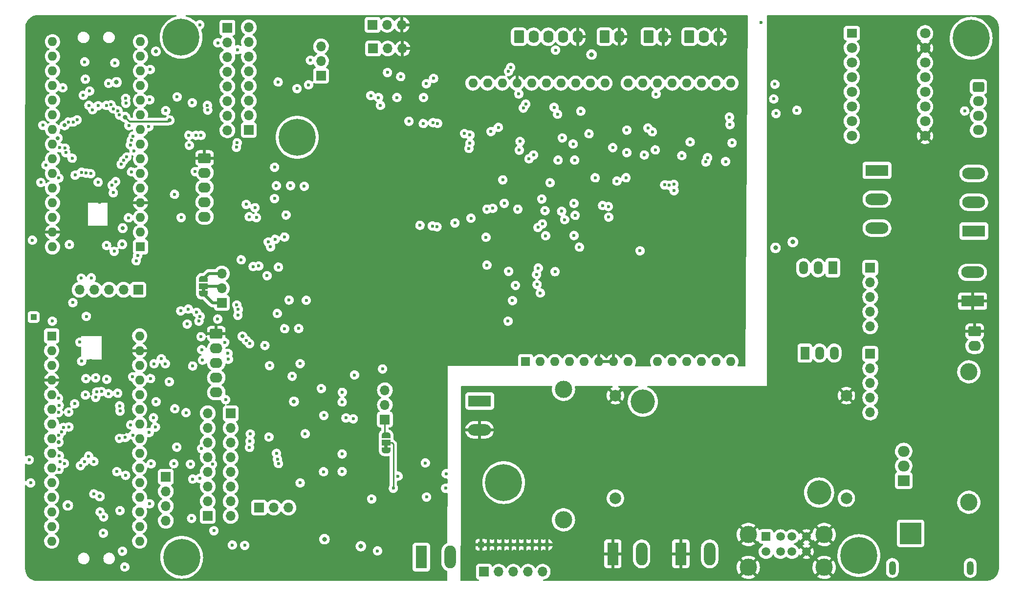
<source format=gbr>
%TF.GenerationSoftware,KiCad,Pcbnew,(6.0.0)*%
%TF.CreationDate,2022-06-20T16:18:32+01:00*%
%TF.ProjectId,RemoteLabs_supervisor_PCB,52656d6f-7465-44c6-9162-735f73757065,rev?*%
%TF.SameCoordinates,Original*%
%TF.FileFunction,Copper,L4,Bot*%
%TF.FilePolarity,Positive*%
%FSLAX46Y46*%
G04 Gerber Fmt 4.6, Leading zero omitted, Abs format (unit mm)*
G04 Created by KiCad (PCBNEW (6.0.0)) date 2022-06-20 16:18:32*
%MOMM*%
%LPD*%
G01*
G04 APERTURE LIST*
G04 Aperture macros list*
%AMRoundRect*
0 Rectangle with rounded corners*
0 $1 Rounding radius*
0 $2 $3 $4 $5 $6 $7 $8 $9 X,Y pos of 4 corners*
0 Add a 4 corners polygon primitive as box body*
4,1,4,$2,$3,$4,$5,$6,$7,$8,$9,$2,$3,0*
0 Add four circle primitives for the rounded corners*
1,1,$1+$1,$2,$3*
1,1,$1+$1,$4,$5*
1,1,$1+$1,$6,$7*
1,1,$1+$1,$8,$9*
0 Add four rect primitives between the rounded corners*
20,1,$1+$1,$2,$3,$4,$5,0*
20,1,$1+$1,$4,$5,$6,$7,0*
20,1,$1+$1,$6,$7,$8,$9,0*
20,1,$1+$1,$8,$9,$2,$3,0*%
%AMFreePoly0*
4,1,22,0.550000,-0.750000,0.000000,-0.750000,0.000000,-0.745033,-0.079941,-0.743568,-0.215256,-0.701293,-0.333266,-0.622738,-0.424486,-0.514219,-0.481581,-0.384460,-0.499164,-0.250000,-0.500000,-0.250000,-0.500000,0.250000,-0.499164,0.250000,-0.499963,0.256109,-0.478152,0.396186,-0.417904,0.524511,-0.324060,0.630769,-0.204165,0.706417,-0.067858,0.745374,0.000000,0.744959,0.000000,0.750000,
0.550000,0.750000,0.550000,-0.750000,0.550000,-0.750000,$1*%
%AMFreePoly1*
4,1,20,0.000000,0.744959,0.073905,0.744508,0.209726,0.703889,0.328688,0.626782,0.421226,0.519385,0.479903,0.390333,0.500000,0.250000,0.500000,-0.250000,0.499851,-0.262216,0.476331,-0.402017,0.414519,-0.529596,0.319384,-0.634700,0.198574,-0.708877,0.061801,-0.746166,0.000000,-0.745033,0.000000,-0.750000,-0.550000,-0.750000,-0.550000,0.750000,0.000000,0.750000,0.000000,0.744959,
0.000000,0.744959,$1*%
G04 Aperture macros list end*
%TA.AperFunction,ComponentPad*%
%ADD10R,1.700000X1.700000*%
%TD*%
%TA.AperFunction,ComponentPad*%
%ADD11O,1.700000X1.700000*%
%TD*%
%TA.AperFunction,ComponentPad*%
%ADD12RoundRect,0.250000X-0.725000X0.600000X-0.725000X-0.600000X0.725000X-0.600000X0.725000X0.600000X0*%
%TD*%
%TA.AperFunction,ComponentPad*%
%ADD13O,1.950000X1.700000*%
%TD*%
%TA.AperFunction,ComponentPad*%
%ADD14C,3.000000*%
%TD*%
%TA.AperFunction,ComponentPad*%
%ADD15R,1.980000X3.960000*%
%TD*%
%TA.AperFunction,ComponentPad*%
%ADD16O,1.980000X3.960000*%
%TD*%
%TA.AperFunction,ComponentPad*%
%ADD17R,3.960000X1.980000*%
%TD*%
%TA.AperFunction,ComponentPad*%
%ADD18O,3.960000X1.980000*%
%TD*%
%TA.AperFunction,ComponentPad*%
%ADD19RoundRect,0.250000X-0.620000X-0.845000X0.620000X-0.845000X0.620000X0.845000X-0.620000X0.845000X0*%
%TD*%
%TA.AperFunction,ComponentPad*%
%ADD20O,1.740000X2.190000*%
%TD*%
%TA.AperFunction,ComponentPad*%
%ADD21R,1.500000X2.300000*%
%TD*%
%TA.AperFunction,ComponentPad*%
%ADD22O,1.500000X2.300000*%
%TD*%
%TA.AperFunction,ComponentPad*%
%ADD23R,1.000000X1.000000*%
%TD*%
%TA.AperFunction,ComponentPad*%
%ADD24O,1.000000X1.000000*%
%TD*%
%TA.AperFunction,ComponentPad*%
%ADD25RoundRect,0.250000X-0.845000X0.620000X-0.845000X-0.620000X0.845000X-0.620000X0.845000X0.620000X0*%
%TD*%
%TA.AperFunction,ComponentPad*%
%ADD26O,2.190000X1.740000*%
%TD*%
%TA.AperFunction,ComponentPad*%
%ADD27C,0.800000*%
%TD*%
%TA.AperFunction,ComponentPad*%
%ADD28C,6.400000*%
%TD*%
%TA.AperFunction,WasherPad*%
%ADD29C,4.200000*%
%TD*%
%TA.AperFunction,ComponentPad*%
%ADD30C,2.000000*%
%TD*%
%TA.AperFunction,ComponentPad*%
%ADD31R,1.600000X1.600000*%
%TD*%
%TA.AperFunction,ComponentPad*%
%ADD32O,1.600000X1.600000*%
%TD*%
%TA.AperFunction,ComponentPad*%
%ADD33C,3.716000*%
%TD*%
%TA.AperFunction,ComponentPad*%
%ADD34R,3.716000X3.716000*%
%TD*%
%TA.AperFunction,ComponentPad*%
%ADD35O,1.200000X2.400000*%
%TD*%
%TA.AperFunction,ComponentPad*%
%ADD36R,2.000000X1.905000*%
%TD*%
%TA.AperFunction,ComponentPad*%
%ADD37O,2.000000X1.905000*%
%TD*%
%TA.AperFunction,ComponentPad*%
%ADD38R,1.500000X1.500000*%
%TD*%
%TA.AperFunction,ComponentPad*%
%ADD39C,1.500000*%
%TD*%
%TA.AperFunction,ComponentPad*%
%ADD40R,1.800000X1.524000*%
%TD*%
%TA.AperFunction,ComponentPad*%
%ADD41C,1.800000*%
%TD*%
%TA.AperFunction,SMDPad,CuDef*%
%ADD42FreePoly0,90.000000*%
%TD*%
%TA.AperFunction,SMDPad,CuDef*%
%ADD43R,1.500000X1.000000*%
%TD*%
%TA.AperFunction,SMDPad,CuDef*%
%ADD44FreePoly1,90.000000*%
%TD*%
%TA.AperFunction,ViaPad*%
%ADD45C,0.600000*%
%TD*%
%TA.AperFunction,ViaPad*%
%ADD46C,0.700000*%
%TD*%
%TA.AperFunction,ViaPad*%
%ADD47C,0.800000*%
%TD*%
%TA.AperFunction,Conductor*%
%ADD48C,0.300000*%
%TD*%
%TA.AperFunction,Conductor*%
%ADD49C,0.500000*%
%TD*%
%TA.AperFunction,Conductor*%
%ADD50C,0.250000*%
%TD*%
G04 APERTURE END LIST*
%TO.C,JP1*%
G36*
X81427600Y-71156400D02*
G01*
X80827600Y-71156400D01*
X80827600Y-70656400D01*
X81427600Y-70656400D01*
X81427600Y-71156400D01*
G37*
%TO.C,JP2*%
G36*
X113076000Y-98283600D02*
G01*
X112476000Y-98283600D01*
X112476000Y-97783600D01*
X113076000Y-97783600D01*
X113076000Y-98283600D01*
G37*
%TD*%
D10*
%TO.P,J20,1,Pin_1*%
%TO.N,SERVO_1*%
X110439200Y-24942800D03*
D11*
%TO.P,J20,2,Pin_2*%
%TO.N,5V_DC_SERVO*%
X112979200Y-24942800D03*
%TO.P,J20,3,Pin_3*%
%TO.N,GNDD*%
X115519200Y-24942800D03*
%TD*%
D12*
%TO.P,J19,1,Pin_1*%
%TO.N,Net-(A4-Pad14)*%
X215392000Y-35690800D03*
D13*
%TO.P,J19,2,Pin_2*%
%TO.N,Net-(A4-Pad13)*%
X215392000Y-38190800D03*
%TO.P,J19,3,Pin_3*%
%TO.N,Net-(J19-Pad3)*%
X215392000Y-40690800D03*
%TO.P,J19,4,Pin_4*%
%TO.N,Net-(J19-Pad4)*%
X215392000Y-43190800D03*
%TD*%
D14*
%TO.P,F2,1*%
%TO.N,12V_DC_BUS*%
X143510000Y-88138000D03*
%TO.P,F2,2*%
%TO.N,/DC Motor Controller/HC*%
X143510000Y-110738000D03*
%TD*%
D15*
%TO.P,J31,1,Pin_1*%
%TO.N,GNDPWR*%
X152044400Y-116636800D03*
D16*
%TO.P,J31,2,Pin_2*%
%TO.N,5V_DC_RPI*%
X157044400Y-116636800D03*
%TD*%
D17*
%TO.P,J17,1,Pin_1*%
%TO.N,/DC Motor Controller/HC3*%
X197805200Y-50178600D03*
D18*
%TO.P,J17,2,Pin_2*%
%TO.N,/DC Motor Controller/HC2*%
X197805200Y-55178600D03*
%TO.P,J17,3,Pin_3*%
%TO.N,/DC Motor Controller/HC1*%
X197805200Y-60178600D03*
%TD*%
D10*
%TO.P,J15,1,Pin_1*%
%TO.N,/Supervisor MCU/MOSI*%
X101498400Y-33782000D03*
D11*
%TO.P,J15,2,Pin_2*%
%TO.N,/Supervisor MCU/SCK*%
X101498400Y-31242000D03*
%TO.P,J15,3,Pin_3*%
%TO.N,/Supervisor MCU/LATCH*%
X101498400Y-28702000D03*
%TD*%
D19*
%TO.P,J24,1,Pin_1*%
%TO.N,/Digital Sensor Buffers/D_IN_B*%
X158242000Y-27025600D03*
D20*
%TO.P,J24,2,Pin_2*%
%TO.N,GNDD*%
X160782000Y-27025600D03*
%TD*%
D21*
%TO.P,U18,1,IN*%
%TO.N,12V_DC_BUS*%
X190144400Y-67056000D03*
D22*
%TO.P,U18,2,GND*%
%TO.N,GND_PB*%
X187604400Y-67056000D03*
%TO.P,U18,3,OUT*%
%TO.N,5V_DC_SERVO*%
X185064400Y-67056000D03*
%TD*%
D10*
%TO.P,J9,1,Pin_1*%
%TO.N,STUDNT_LED3*%
X74625200Y-103286400D03*
D11*
%TO.P,J9,2,Pin_2*%
%TO.N,STUDNT_LED2*%
X74625200Y-105826400D03*
%TO.P,J9,3,Pin_3*%
%TO.N,STUDNT_LED1*%
X74625200Y-108366400D03*
%TO.P,J9,4,Pin_4*%
%TO.N,/Student MCU/SPARE_3*%
X74625200Y-110906400D03*
%TD*%
D19*
%TO.P,J23,1,Pin_1*%
%TO.N,/Digital Sensor Buffers/D_IN_A*%
X150622000Y-26994800D03*
D20*
%TO.P,J23,2,Pin_2*%
%TO.N,GNDD*%
X153162000Y-26994800D03*
%TD*%
D10*
%TO.P,J14,1,Pin_1*%
%TO.N,/Output Logic/SUPERVISOR_MOTOR_EN*%
X89001600Y-43180000D03*
D11*
%TO.P,J14,2,Pin_2*%
%TO.N,PEND_ENABLE*%
X89001600Y-40640000D03*
%TO.P,J14,3,Pin_3*%
%TO.N,/Output Logic/MCU_STEP_SELECT*%
X89001600Y-38100000D03*
%TO.P,J14,4,Pin_4*%
%TO.N,/Output Logic/MCU_PIXEL_SELECT*%
X89001600Y-35560000D03*
%TO.P,J14,5,Pin_5*%
%TO.N,/Output Logic/SUPERVISOR_DIRECTION*%
X89001600Y-33020000D03*
%TO.P,J14,6,Pin_6*%
%TO.N,/Output Logic/SUPERVISOR_STEP_SLP*%
X89001600Y-30480000D03*
%TO.P,J14,7,Pin_7*%
%TO.N,/Output Logic/SUPERVISOR_STEP_RST*%
X89001600Y-27940000D03*
%TO.P,J14,8,Pin_8*%
%TO.N,STEPP_EN*%
X89001600Y-25400000D03*
%TD*%
D15*
%TO.P,J30,1,Pin_1*%
%TO.N,GNDPWR*%
X163830000Y-116636800D03*
D16*
%TO.P,J30,2,Pin_2*%
%TO.N,12V_DC_BUS*%
X168830000Y-116636800D03*
%TD*%
D23*
%TO.P,J32,1,Pin_1*%
%TO.N,GNDPWR*%
X129250600Y-115062000D03*
D24*
%TO.P,J32,2,Pin_2*%
X130520600Y-115062000D03*
%TO.P,J32,3,Pin_3*%
X131790600Y-115062000D03*
%TO.P,J32,4,Pin_4*%
X133060600Y-115062000D03*
%TO.P,J32,5,Pin_5*%
X134330600Y-115062000D03*
%TO.P,J32,6,Pin_6*%
X135600600Y-115062000D03*
%TO.P,J32,7,Pin_7*%
X136870600Y-115062000D03*
%TO.P,J32,8,Pin_8*%
X138140600Y-115062000D03*
%TO.P,J32,9,Pin_9*%
X139410600Y-115062000D03*
%TO.P,J32,10,Pin_10*%
X140680600Y-115062000D03*
%TD*%
D25*
%TO.P,J26,1,Pin_1*%
%TO.N,GNDD*%
X83362800Y-78486000D03*
D26*
%TO.P,J26,2,Pin_2*%
%TO.N,3V3_DC_MCU*%
X83362800Y-81026000D03*
%TO.P,J26,3,Pin_3*%
%TO.N,/Student MCU/PROG_TX*%
X83362800Y-83566000D03*
%TO.P,J26,4,Pin_4*%
%TO.N,/Student MCU/PROG_RX*%
X83362800Y-86106000D03*
%TO.P,J26,5,Pin_5*%
%TO.N,/Student MCU/MCU_RESET*%
X83362800Y-88646000D03*
%TD*%
D10*
%TO.P,J29,1,Pin_1*%
%TO.N,5V_DC_RPI*%
X84328000Y-73137000D03*
D11*
%TO.P,J29,2,Pin_2*%
%TO.N,/Power Input & Distribution/5_to_3v3_reg*%
X84328000Y-70597000D03*
%TO.P,J29,3,Pin_3*%
%TO.N,USB_BUS*%
X84328000Y-68057000D03*
%TD*%
D15*
%TO.P,J22,1,Pin_1*%
%TO.N,Net-(J22-Pad1)*%
X118872000Y-117195600D03*
D16*
%TO.P,J22,2,Pin_2*%
%TO.N,Net-(J22-Pad2)*%
X123872000Y-117195600D03*
%TD*%
D27*
%TO.P,H5,1*%
%TO.N,N/C*%
X131449744Y-105989456D03*
X131449744Y-102595344D03*
X134843856Y-102595344D03*
X133146800Y-106692400D03*
D28*
X133146800Y-104292400D03*
D27*
X130746800Y-104292400D03*
X134843856Y-105989456D03*
X135546800Y-104292400D03*
X133146800Y-101892400D03*
%TD*%
D10*
%TO.P,J21,1,Pin_1*%
%TO.N,SERVO_2*%
X110540800Y-29057600D03*
D11*
%TO.P,J21,2,Pin_2*%
%TO.N,5V_DC_SERVO*%
X113080800Y-29057600D03*
%TO.P,J21,3,Pin_3*%
%TO.N,GNDD*%
X115620800Y-29057600D03*
%TD*%
D29*
%TO.P,A5,*%
%TO.N,*%
X157251400Y-90271600D03*
X187782200Y-106019600D03*
D30*
%TO.P,A5,1,IN-*%
%TO.N,GNDPWR*%
X192506600Y-89204800D03*
%TO.P,A5,2,IN+*%
%TO.N,12V_DC_BUS*%
X192506600Y-106984800D03*
%TO.P,A5,3,OUT-*%
%TO.N,GNDPWR*%
X152501600Y-89204800D03*
%TO.P,A5,4,Out+*%
%TO.N,5V_DC_RPI*%
X152501600Y-106984800D03*
%TD*%
D19*
%TO.P,J2,1,Pin_1*%
%TO.N,5V_DC_LED*%
X165303200Y-27025600D03*
D20*
%TO.P,J2,2,Pin_2*%
%TO.N,Net-(J2-Pad2)*%
X167843200Y-27025600D03*
%TO.P,J2,3,Pin_3*%
%TO.N,GNDD*%
X170383200Y-27025600D03*
%TD*%
D14*
%TO.P,F1,1*%
%TO.N,/Power Input & Distribution/12V_DC*%
X213715600Y-107696000D03*
%TO.P,F1,2*%
%TO.N,/Power Input & Distribution/12V*%
X213715600Y-85096000D03*
%TD*%
D10*
%TO.P,J10,1,Pin_1*%
%TO.N,/Output Logic/STUDENT_MOTOR_EN*%
X85852000Y-92303600D03*
D11*
%TO.P,J10,2,Pin_2*%
%TO.N,/Student MCU/SHIFT_1*%
X85852000Y-94843600D03*
%TO.P,J10,3,Pin_3*%
%TO.N,/Student MCU/SHIFT_2*%
X85852000Y-97383600D03*
%TO.P,J10,4,Pin_4*%
%TO.N,/Student MCU/SHIFT_3*%
X85852000Y-99923600D03*
%TO.P,J10,5,Pin_5*%
%TO.N,/Output Logic/STUDENT_DIRECTION*%
X85852000Y-102463600D03*
%TO.P,J10,6,Pin_6*%
%TO.N,/Output Logic/STUDENT_STEP_SLP*%
X85852000Y-105003600D03*
%TO.P,J10,7,Pin_7*%
%TO.N,/Output Logic/STUDENT_STEP_RST*%
X85852000Y-107543600D03*
%TO.P,J10,8,Pin_8*%
%TO.N,/Student MCU/SHIFT_7*%
X85852000Y-110083600D03*
%TD*%
D27*
%TO.P,H1,1*%
%TO.N,N/C*%
X78963856Y-25430144D03*
X79666800Y-27127200D03*
X78963856Y-28824256D03*
X74866800Y-27127200D03*
X77266800Y-24727200D03*
X77266800Y-29527200D03*
D28*
X77266800Y-27127200D03*
D27*
X75569744Y-25430144D03*
X75569744Y-28824256D03*
%TD*%
D17*
%TO.P,J16,1,Pin_1*%
%TO.N,/DC Motor Controller/HC*%
X128981200Y-90148200D03*
D18*
%TO.P,J16,2,Pin_2*%
%TO.N,GNDPWR*%
X128981200Y-95148200D03*
%TD*%
D17*
%TO.P,J18,1,Pin_1*%
%TO.N,/DC Motor Controller/HC1*%
X214579200Y-60706000D03*
D18*
%TO.P,J18,2,Pin_2*%
%TO.N,/DC Motor Controller/HC2*%
X214579200Y-55706000D03*
%TO.P,J18,3,Pin_3*%
%TO.N,/DC Motor Controller/HC3*%
X214579200Y-50706000D03*
%TD*%
D10*
%TO.P,J33,1,Pin_1*%
%TO.N,12V_DC_BUS*%
X196646800Y-81991200D03*
D11*
%TO.P,J33,2,Pin_2*%
X196646800Y-84531200D03*
%TO.P,J33,3,Pin_3*%
X196646800Y-87071200D03*
%TO.P,J33,4,Pin_4*%
X196646800Y-89611200D03*
%TO.P,J33,5,Pin_5*%
X196646800Y-92151200D03*
%TD*%
D27*
%TO.P,H2,1*%
%TO.N,N/C*%
X79065456Y-115549344D03*
X79768400Y-117246400D03*
X77368400Y-119646400D03*
X77368400Y-114846400D03*
X79065456Y-118943456D03*
X75671344Y-115549344D03*
X74968400Y-117246400D03*
D28*
X77368400Y-117246400D03*
D27*
X75671344Y-118943456D03*
%TD*%
D31*
%TO.P,A2,1,D1/TX*%
%TO.N,/Supervisor MCU/PROG_TX*%
X70231000Y-63432923D03*
D32*
%TO.P,A2,2,D0/RX*%
%TO.N,/Supervisor MCU/PROG_RX*%
X70231000Y-60892923D03*
%TO.P,A2,3,~{RESET}*%
%TO.N,/Supervisor MCU/MCU_RESET*%
X70231000Y-58352923D03*
%TO.P,A2,4,GND*%
%TO.N,GNDD*%
X70231000Y-55812923D03*
%TO.P,A2,5,D2*%
%TO.N,/Digital Sensor Buffers/D_OUT_E1*%
X70231000Y-53272923D03*
%TO.P,A2,6,D3*%
%TO.N,/Digital Sensor Buffers/D_OUT_C1*%
X70231000Y-50732923D03*
%TO.P,A2,7,D4*%
%TO.N,/Digital Sensor Buffers/D_OUT_D1*%
X70231000Y-48192923D03*
%TO.P,A2,8,D5*%
%TO.N,/Output Logic/SUPERVISOR_PIXEL_DATA*%
X70231000Y-45652923D03*
%TO.P,A2,9,D6*%
%TO.N,/Output Logic/SUPERVISOR_STEP*%
X70231000Y-43112923D03*
%TO.P,A2,10,D7*%
%TO.N,SUP_LED2*%
X70231000Y-40572923D03*
%TO.P,A2,11,D8*%
%TO.N,/Supervisor MCU/LATCH*%
X70231000Y-38032923D03*
%TO.P,A2,12,D9*%
%TO.N,SERVO_1*%
X70231000Y-35492923D03*
%TO.P,A2,13,D10*%
%TO.N,/Output Logic/SUPERVISOR_MOTOR_PWM*%
X70231000Y-32952923D03*
%TO.P,A2,14,D11*%
%TO.N,/Supervisor MCU/MOSI*%
X70231000Y-30412923D03*
%TO.P,A2,15,D12*%
%TO.N,SUP_LED1*%
X70231000Y-27872923D03*
%TO.P,A2,16,D13*%
%TO.N,/Supervisor MCU/SCK*%
X54991000Y-27872923D03*
%TO.P,A2,17,3V3*%
%TO.N,3V3_DC_MCU*%
X54991000Y-30412923D03*
%TO.P,A2,18,AREF*%
%TO.N,unconnected-(A2-Pad18)*%
X54991000Y-32952923D03*
%TO.P,A2,19,A0*%
%TO.N,/Supervisor MCU/STDNT_DC_M_DIR_2*%
X54991000Y-35492923D03*
%TO.P,A2,20,A1*%
%TO.N,/Supervisor MCU/STDNT_DC_M_DIR_1*%
X54991000Y-38032923D03*
%TO.P,A2,21,A2*%
%TO.N,/Supervisor MCU/STDNT_SRVO_RX_1*%
X54991000Y-40572923D03*
%TO.P,A2,22,A3*%
%TO.N,/Analog Sensor Buffers/A_OUT_C1*%
X54991000Y-43112923D03*
%TO.P,A2,23,A4*%
%TO.N,/Digital Sensor Buffers/D_OUT_A1*%
X54991000Y-45652923D03*
%TO.P,A2,24,A5*%
%TO.N,/Digital Sensor Buffers/D_OUT_F1*%
X54991000Y-48192923D03*
%TO.P,A2,25,A6*%
%TO.N,/Analog Sensor Buffers/A_OUT_B1*%
X54991000Y-50732923D03*
%TO.P,A2,26,A7*%
%TO.N,/Analog Sensor Buffers/A_OUT_A1*%
X54991000Y-53272923D03*
%TO.P,A2,27,+5V*%
%TO.N,unconnected-(A2-Pad27)*%
X54991000Y-55812923D03*
%TO.P,A2,28,~{RESET}*%
%TO.N,/Supervisor MCU/MCU_RESET*%
X54991000Y-58352923D03*
%TO.P,A2,29,GND*%
%TO.N,GNDD*%
X54991000Y-60892923D03*
%TO.P,A2,30,VIN*%
%TO.N,unconnected-(A2-Pad30)*%
X54991000Y-63432923D03*
%TD*%
D10*
%TO.P,J36,1,Pin_1*%
%TO.N,3V3_DC_MCU*%
X69850000Y-70866000D03*
D11*
%TO.P,J36,2,Pin_2*%
X67310000Y-70866000D03*
%TO.P,J36,3,Pin_3*%
X64770000Y-70866000D03*
%TO.P,J36,4,Pin_4*%
X62230000Y-70866000D03*
%TO.P,J36,5,Pin_5*%
X59690000Y-70866000D03*
%TD*%
D23*
%TO.P,J28,1,Pin_1*%
%TO.N,Net-(J28-Pad1)*%
X51714400Y-75590400D03*
%TD*%
D21*
%TO.P,U1,1,IN*%
%TO.N,12V_DC_BUS*%
X185318400Y-81838800D03*
D22*
%TO.P,U1,2,GND*%
%TO.N,GND_PB*%
X187858400Y-81838800D03*
%TO.P,U1,3,OUT*%
%TO.N,5V_DC_LED*%
X190398400Y-81838800D03*
%TD*%
D33*
%TO.P,J3,1,V-*%
%TO.N,GNDPWR*%
X210820000Y-113080800D03*
D34*
%TO.P,J3,2,V+*%
%TO.N,/Power Input & Distribution/12V_DC*%
X203620000Y-113080800D03*
D35*
%TO.P,J3,S1,S1*%
%TO.N,unconnected-(J3-PadS1)*%
X200470000Y-119080800D03*
%TO.P,J3,S2,S2*%
%TO.N,unconnected-(J3-PadS2)*%
X213970000Y-119080800D03*
%TD*%
D25*
%TO.P,J1,1,Pin_1*%
%TO.N,GNDD*%
X81330800Y-48056800D03*
D26*
%TO.P,J1,2,Pin_2*%
%TO.N,3V3_DC_MCU*%
X81330800Y-50596800D03*
%TO.P,J1,3,Pin_3*%
%TO.N,/Supervisor MCU/PROG_TX*%
X81330800Y-53136800D03*
%TO.P,J1,4,Pin_4*%
%TO.N,/Supervisor MCU/PROG_RX*%
X81330800Y-55676800D03*
%TO.P,J1,5,Pin_5*%
%TO.N,/Supervisor MCU/MCU_RESET*%
X81330800Y-58216800D03*
%TD*%
D31*
%TO.P,A1,1,D1/TX*%
%TO.N,/Student MCU/PROG_TX*%
X54856000Y-78868500D03*
D32*
%TO.P,A1,2,D0/RX*%
%TO.N,/Student MCU/PROG_RX*%
X54856000Y-81408500D03*
%TO.P,A1,3,~{RESET}*%
%TO.N,/Student MCU/MCU_RESET*%
X54856000Y-83948500D03*
%TO.P,A1,4,GND*%
%TO.N,GNDD*%
X54856000Y-86488500D03*
%TO.P,A1,5,D2*%
%TO.N,OE_B*%
X54856000Y-89028500D03*
%TO.P,A1,6,D3*%
%TO.N,OE_A*%
X54856000Y-91568500D03*
%TO.P,A1,7,D4*%
%TO.N,OE_IDX*%
X54856000Y-94108500D03*
%TO.P,A1,8,D5*%
%TO.N,/Output Logic/STUDENT_PIXEL_DATA*%
X54856000Y-96648500D03*
%TO.P,A1,9,D6*%
%TO.N,/Output Logic/STUDENT_STEP*%
X54856000Y-99188500D03*
%TO.P,A1,10,D7*%
%TO.N,/Student MCU/DC_MOTOR_DIR2*%
X54856000Y-101728500D03*
%TO.P,A1,11,D8*%
%TO.N,/Student MCU/LATCH*%
X54856000Y-104268500D03*
%TO.P,A1,12,D9*%
%TO.N,/Student MCU/SERVO_1*%
X54856000Y-106808500D03*
%TO.P,A1,13,D10*%
%TO.N,/Output Logic/STUDENT_MOTOR_PWM*%
X54856000Y-109348500D03*
%TO.P,A1,14,D11*%
%TO.N,/Student MCU/MOSI*%
X54856000Y-111888500D03*
%TO.P,A1,15,D12*%
%TO.N,/Student MCU/DC_MOTOR_DIR1*%
X54856000Y-114428500D03*
%TO.P,A1,16,D13*%
%TO.N,/Student MCU/SCK*%
X70096000Y-114428500D03*
%TO.P,A1,17,3V3*%
%TO.N,3V3_DC_MCU*%
X70096000Y-111888500D03*
%TO.P,A1,18,AREF*%
%TO.N,unconnected-(A1-Pad18)*%
X70096000Y-109348500D03*
%TO.P,A1,19,A0*%
%TO.N,STUDNT_LED3*%
X70096000Y-106808500D03*
%TO.P,A1,20,A1*%
%TO.N,STUDNT_LED2*%
X70096000Y-104268500D03*
%TO.P,A1,21,A2*%
%TO.N,STUDNT_LED1*%
X70096000Y-101728500D03*
%TO.P,A1,22,A3*%
%TO.N,/Analog Sensor Buffers/A_OUT_C2*%
X70096000Y-99188500D03*
%TO.P,A1,23,A4*%
%TO.N,LIMIT_1*%
X70096000Y-96648500D03*
%TO.P,A1,24,A5*%
%TO.N,STU_STP_FLT*%
X70096000Y-94108500D03*
%TO.P,A1,25,A6*%
%TO.N,/Analog Sensor Buffers/A_OUT_B2*%
X70096000Y-91568500D03*
%TO.P,A1,26,A7*%
%TO.N,/Analog Sensor Buffers/A_OUT_A2*%
X70096000Y-89028500D03*
%TO.P,A1,27,+5V*%
%TO.N,unconnected-(A1-Pad27)*%
X70096000Y-86488500D03*
%TO.P,A1,28,~{RESET}*%
%TO.N,/Student MCU/MCU_RESET*%
X70096000Y-83948500D03*
%TO.P,A1,29,GND*%
%TO.N,GNDD*%
X70096000Y-81408500D03*
%TO.P,A1,30,VIN*%
%TO.N,unconnected-(A1-Pad30)*%
X70096000Y-78868500D03*
%TD*%
D31*
%TO.P,A3,1,NC*%
%TO.N,unconnected-(A3-Pad1)*%
X136956800Y-83309520D03*
D32*
%TO.P,A3,2,IOREF*%
%TO.N,unconnected-(A3-Pad2)*%
X139496800Y-83309520D03*
%TO.P,A3,3,~{RESET}*%
%TO.N,unconnected-(A3-Pad3)*%
X142036800Y-83309520D03*
%TO.P,A3,4,3V3*%
%TO.N,unconnected-(A3-Pad4)*%
X144576800Y-83309520D03*
%TO.P,A3,5,5V*%
%TO.N,5V_DC_SERVO*%
X147116800Y-83309520D03*
%TO.P,A3,6,GND*%
%TO.N,GNDD*%
X149656800Y-83309520D03*
%TO.P,A3,7,GND*%
X152196800Y-83309520D03*
%TO.P,A3,8,Vin*%
%TO.N,unconnected-(A3-Pad8)*%
X154736800Y-83309520D03*
%TO.P,A3,9,IS_1*%
%TO.N,M_I_SENSE_1*%
X159816800Y-83309520D03*
%TO.P,A3,10,IS_2*%
%TO.N,M_I_SENSE_2*%
X162356800Y-83309520D03*
%TO.P,A3,11,A2*%
%TO.N,unconnected-(A3-Pad11)*%
X164896800Y-83309520D03*
%TO.P,A3,12,A3*%
%TO.N,unconnected-(A3-Pad12)*%
X167436800Y-83309520D03*
%TO.P,A3,13,A4*%
%TO.N,unconnected-(A3-Pad13)*%
X169976800Y-83309520D03*
%TO.P,A3,14,A5*%
%TO.N,unconnected-(A3-Pad14)*%
X172516800Y-83309520D03*
%TO.P,A3,15,D0/RX*%
%TO.N,unconnected-(A3-Pad15)*%
X172516800Y-35049520D03*
%TO.P,A3,16,D1/TX*%
%TO.N,unconnected-(A3-Pad16)*%
X169976800Y-35049520D03*
%TO.P,A3,17,D2*%
%TO.N,SUP_LED2*%
X167436800Y-35049520D03*
%TO.P,A3,18,IN_1*%
%TO.N,/DC Motor Controller/IN_1*%
X164896800Y-35049520D03*
%TO.P,A3,19,D4*%
%TO.N,/DC Motor Controller/PENDULUM_PIN_1*%
X162356800Y-35049520D03*
%TO.P,A3,20,D5*%
%TO.N,PEND_ENABLE*%
X159816800Y-35049520D03*
%TO.P,A3,21,D6*%
%TO.N,STUDNT_LED1*%
X157276800Y-35049520D03*
%TO.P,A3,22,D7*%
%TO.N,STUDNT_LED2*%
X154736800Y-35049520D03*
%TO.P,A3,23,D8*%
%TO.N,STUDNT_LED3*%
X150676800Y-35049520D03*
%TO.P,A3,24,D9*%
%TO.N,SERVO_1*%
X148136800Y-35049520D03*
%TO.P,A3,25,D10*%
%TO.N,SUP_LED1*%
X145596800Y-35049520D03*
%TO.P,A3,26,IN_2*%
%TO.N,/DC Motor Controller/IN_2*%
X143056800Y-35049520D03*
%TO.P,A3,27,INH_1*%
%TO.N,/DC Motor Controller/ENABLE*%
X140516800Y-35049520D03*
%TO.P,A3,28,INH_2*%
X137976800Y-35049520D03*
%TO.P,A3,29,GND*%
%TO.N,GNDD*%
X135436800Y-35049520D03*
%TO.P,A3,30,AREF*%
%TO.N,unconnected-(A3-Pad30)*%
X132896800Y-35049520D03*
%TO.P,A3,31,SDA/A4*%
%TO.N,unconnected-(A3-Pad31)*%
X130356800Y-35049520D03*
%TO.P,A3,32,SCL/A5*%
%TO.N,unconnected-(A3-Pad32)*%
X127816800Y-35049520D03*
%TD*%
D36*
%TO.P,Q1,1,G*%
%TO.N,/Power Input & Distribution/01*%
X202438000Y-103936800D03*
D37*
%TO.P,Q1,2,D*%
%TO.N,/Power Input & Distribution/12V*%
X202438000Y-101396800D03*
%TO.P,Q1,3,S*%
%TO.N,12V_DC_BUS*%
X202438000Y-98856800D03*
%TD*%
D19*
%TO.P,J25,1,Pin_1*%
%TO.N,5V_DC_RPI*%
X135788400Y-27025600D03*
D20*
%TO.P,J25,2,Pin_2*%
%TO.N,/Digital Sensor Buffers/D_IN_C*%
X138328400Y-27025600D03*
%TO.P,J25,3,Pin_3*%
%TO.N,/Digital Sensor Buffers/D_IN_D*%
X140868400Y-27025600D03*
%TO.P,J25,4,Pin_4*%
%TO.N,/Digital Sensor Buffers/D_IN_E*%
X143408400Y-27025600D03*
%TO.P,J25,5,Pin_5*%
%TO.N,GNDD*%
X145948400Y-27025600D03*
%TD*%
D10*
%TO.P,J27,1,Pin_1*%
%TO.N,Net-(J27-Pad1)*%
X112572800Y-93355400D03*
D11*
%TO.P,J27,2,Pin_2*%
%TO.N,A_BUFFER_OUT_A*%
X112572800Y-90815400D03*
%TO.P,J27,3,Pin_3*%
%TO.N,A_BUFFER_OUT_B*%
X112572800Y-88275400D03*
%TD*%
D10*
%TO.P,J11,1,Pin_1*%
%TO.N,/Student MCU/MOSI*%
X90779600Y-108610400D03*
D11*
%TO.P,J11,2,Pin_2*%
%TO.N,/Student MCU/SCK*%
X93319600Y-108610400D03*
%TO.P,J11,3,Pin_3*%
%TO.N,/Student MCU/LATCH*%
X95859600Y-108610400D03*
%TD*%
D10*
%TO.P,J8,1,Pin_1*%
%TO.N,Net-(J8-Pad1)*%
X81889600Y-110032800D03*
D11*
%TO.P,J8,2,Pin_2*%
%TO.N,Net-(J8-Pad2)*%
X81889600Y-107492800D03*
%TO.P,J8,3,Pin_3*%
%TO.N,Net-(J8-Pad3)*%
X81889600Y-104952800D03*
%TO.P,J8,4,Pin_4*%
%TO.N,Net-(J8-Pad4)*%
X81889600Y-102412800D03*
%TO.P,J8,5,Pin_5*%
%TO.N,Net-(J8-Pad5)*%
X81889600Y-99872800D03*
%TO.P,J8,6,Pin_6*%
%TO.N,Net-(J8-Pad6)*%
X81889600Y-97332800D03*
%TO.P,J8,7,Pin_7*%
%TO.N,Net-(J8-Pad7)*%
X81889600Y-94792800D03*
%TO.P,J8,8,Pin_8*%
%TO.N,/Student MCU/MODE_2*%
X81889600Y-92252800D03*
%TD*%
D27*
%TO.P,H6,1*%
%TO.N,N/C*%
X196362656Y-118638656D03*
X192968544Y-118638656D03*
X196362656Y-115244544D03*
D28*
X194665600Y-116941600D03*
D27*
X194665600Y-114541600D03*
X197065600Y-116941600D03*
X192265600Y-116941600D03*
X192968544Y-115244544D03*
X194665600Y-119341600D03*
%TD*%
%TO.P,H3,1*%
%TO.N,N/C*%
X215819056Y-28976656D03*
X216522000Y-27279600D03*
D28*
X214122000Y-27279600D03*
D27*
X215819056Y-25582544D03*
X212424944Y-25582544D03*
X214122000Y-29679600D03*
X212424944Y-28976656D03*
X214122000Y-24879600D03*
X211722000Y-27279600D03*
%TD*%
D10*
%TO.P,J34,1,Pin_1*%
%TO.N,5V_DC_LED*%
X196646800Y-67061000D03*
D11*
%TO.P,J34,2,Pin_2*%
X196646800Y-69601000D03*
%TO.P,J34,3,Pin_3*%
X196646800Y-72141000D03*
%TO.P,J34,4,Pin_4*%
X196646800Y-74681000D03*
%TO.P,J34,5,Pin_5*%
X196646800Y-77221000D03*
%TD*%
D10*
%TO.P,J35,1,Pin_1*%
%TO.N,5V_DC_RPI*%
X129748200Y-119735600D03*
D11*
%TO.P,J35,2,Pin_2*%
X132288200Y-119735600D03*
%TO.P,J35,3,Pin_3*%
X134828200Y-119735600D03*
%TO.P,J35,4,Pin_4*%
X137368200Y-119735600D03*
%TO.P,J35,5,Pin_5*%
X139908200Y-119735600D03*
%TD*%
D25*
%TO.P,J4,1,Pin_1*%
%TO.N,GNDPWR*%
X214731600Y-78079600D03*
D26*
%TO.P,J4,2,Pin_2*%
%TO.N,12V_DC_BUS*%
X214731600Y-80619600D03*
%TD*%
D38*
%TO.P,J5,1,VBUS1*%
%TO.N,5V_DC_RPI*%
X178584000Y-113643600D03*
D39*
%TO.P,J5,2,D1-*%
%TO.N,unconnected-(J5-Pad2)*%
X181084000Y-113643600D03*
%TO.P,J5,3,D1+*%
%TO.N,unconnected-(J5-Pad3)*%
X183084000Y-113643600D03*
%TO.P,J5,4,GND1*%
%TO.N,GNDPWR*%
X185584000Y-113643600D03*
%TO.P,J5,5,VBUS2*%
%TO.N,5V_DC_RPI*%
X178584000Y-116263600D03*
%TO.P,J5,6,D2-*%
%TO.N,unconnected-(J5-Pad6)*%
X181084000Y-116263600D03*
%TO.P,J5,7,D2+*%
%TO.N,unconnected-(J5-Pad7)*%
X183084000Y-116263600D03*
%TO.P,J5,8,GND2*%
%TO.N,GNDPWR*%
X185584000Y-116263600D03*
D14*
%TO.P,J5,9,Shield*%
X188654000Y-118973600D03*
X188654000Y-113293600D03*
X175514000Y-118973600D03*
X175514000Y-113293600D03*
%TD*%
D17*
%TO.P,J6,1,Pin_1*%
%TO.N,GNDPWR*%
X214376000Y-72847200D03*
D18*
%TO.P,J6,2,Pin_2*%
%TO.N,5V_DC_LED*%
X214376000Y-67847200D03*
%TD*%
D27*
%TO.P,H4,1*%
%TO.N,N/C*%
X99783600Y-44450000D03*
X97383600Y-42050000D03*
X99080656Y-42752944D03*
X97383600Y-46850000D03*
D28*
X97383600Y-44450000D03*
D27*
X99080656Y-46147056D03*
X95686544Y-42752944D03*
X95686544Y-46147056D03*
X94983600Y-44450000D03*
%TD*%
D10*
%TO.P,J12,1,Pin_1*%
%TO.N,Net-(J12-Pad1)*%
X85293200Y-25450800D03*
D11*
%TO.P,J12,2,Pin_2*%
%TO.N,Net-(J12-Pad2)*%
X85293200Y-27990800D03*
%TO.P,J12,3,Pin_3*%
%TO.N,Net-(J12-Pad3)*%
X85293200Y-30530800D03*
%TO.P,J12,4,Pin_4*%
%TO.N,Net-(J12-Pad4)*%
X85293200Y-33070800D03*
%TO.P,J12,5,Pin_5*%
%TO.N,Net-(J12-Pad5)*%
X85293200Y-35610800D03*
%TO.P,J12,6,Pin_6*%
%TO.N,Net-(J12-Pad6)*%
X85293200Y-38150800D03*
%TO.P,J12,7,Pin_7*%
%TO.N,SERVO_2*%
X85293200Y-40690800D03*
%TO.P,J12,8,Pin_8*%
%TO.N,MODE_2*%
X85293200Y-43230800D03*
%TD*%
D40*
%TO.P,A4,1,EN*%
%TO.N,STEPP_EN*%
X193446400Y-26416000D03*
D41*
%TO.P,A4,2,MODE_0*%
%TO.N,MODE_0*%
X193446400Y-28956000D03*
%TO.P,A4,3,MODE_1*%
%TO.N,MODE_1*%
X193446400Y-31496000D03*
%TO.P,A4,4,MODE_2*%
%TO.N,MODE_2*%
X193446400Y-34036000D03*
%TO.P,A4,5,~{RESET}*%
%TO.N,/Output Logic/STEP_RST_OUT*%
X193446400Y-36576000D03*
%TO.P,A4,6,~{SLEEP}*%
%TO.N,/Output Logic/STEP_SLP_OUT*%
X193446400Y-39116000D03*
%TO.P,A4,7,STEP*%
%TO.N,/DC Motor Controller/PENDULUM_PIN_1*%
X193446400Y-41656000D03*
%TO.P,A4,8,DIR*%
%TO.N,/Output Logic/DIRECTION_OUT*%
X193446400Y-44196000D03*
%TO.P,A4,9,GND_D*%
%TO.N,GNDPWR*%
X206146400Y-44196000D03*
%TO.P,A4,10,FAULT*%
%TO.N,STPPR_FAULT*%
X206146400Y-41656000D03*
%TO.P,A4,11,2A*%
%TO.N,Net-(J19-Pad3)*%
X206146400Y-39116000D03*
%TO.P,A4,12,1A*%
%TO.N,Net-(J19-Pad4)*%
X206146400Y-36576000D03*
%TO.P,A4,13,1B*%
%TO.N,Net-(A4-Pad13)*%
X206146400Y-34036000D03*
%TO.P,A4,14,2B*%
%TO.N,Net-(A4-Pad14)*%
X206146400Y-31496000D03*
%TO.P,A4,15,GND_P*%
%TO.N,GNDPWR*%
X206146400Y-28956000D03*
%TO.P,A4,16,VMOT*%
%TO.N,12V_DC_BUS*%
X206146400Y-26416000D03*
%TD*%
D42*
%TO.P,JP1,1,A*%
%TO.N,5V_DC_RPI*%
X81127600Y-71556400D03*
D43*
%TO.P,JP1,2,C*%
%TO.N,/Power Input & Distribution/5_to_3v3_reg*%
X81127600Y-70256400D03*
D44*
%TO.P,JP1,3,B*%
%TO.N,USB_BUS*%
X81127600Y-68956400D03*
%TD*%
D42*
%TO.P,JP2,1,A*%
%TO.N,GNDA*%
X112776000Y-98683600D03*
D43*
%TO.P,JP2,2,C*%
%TO.N,A_BUFFER_IN*%
X112776000Y-97383600D03*
D44*
%TO.P,JP2,3,B*%
%TO.N,Net-(J27-Pad1)*%
X112776000Y-96083600D03*
%TD*%
D45*
%TO.N,Net-(J19-Pad4)*%
X213004400Y-39878000D03*
%TO.N,PEND_ENABLE*%
X152044400Y-46228000D03*
%TO.N,/Student MCU/PROG_TX*%
X68537670Y-94299700D03*
X78130400Y-92172199D03*
D46*
%TO.N,3V3_DC_MCU*%
X67056000Y-62992000D03*
X56054438Y-97268907D03*
X87884000Y-78943200D03*
X72898000Y-29565600D03*
X67157600Y-60198000D03*
D47*
X67564000Y-40944800D03*
D46*
X63195200Y-106699400D03*
D47*
X102108000Y-114096800D03*
X108407200Y-115316000D03*
D46*
X96824800Y-90220800D03*
X55903333Y-44579067D03*
X75285600Y-41503600D03*
X57099200Y-42367200D03*
D45*
%TO.N,/Student MCU/PROG_RX*%
X72927004Y-90273158D03*
%TO.N,/Student MCU/MCU_RESET*%
X71831200Y-107950000D03*
X86156800Y-115112800D03*
X88290400Y-115163600D03*
X79095600Y-110490000D03*
%TO.N,STUDNT_LED3*%
X132994400Y-51816000D03*
X66676365Y-109139547D03*
X82702400Y-101092000D03*
X121591025Y-59948437D03*
X112166400Y-84582000D03*
X78892400Y-101092000D03*
X92481400Y-96393000D03*
X138328400Y-47498000D03*
X105192993Y-88646651D03*
X60706000Y-89103200D03*
X141884400Y-39243000D03*
%TO.N,STUDNT_LED2*%
X118643400Y-59690000D03*
X136961741Y-38684432D03*
X62653751Y-88572730D03*
X71749846Y-95605600D03*
X120902775Y-41905563D03*
%TO.N,OE_B*%
X79959200Y-74777600D03*
X56184800Y-99618800D03*
X78536800Y-74218800D03*
X86918800Y-73507600D03*
%TO.N,STUDNT_LED1*%
X136550400Y-39370000D03*
X121691400Y-42037000D03*
X56095358Y-96114454D03*
X120802400Y-59817000D03*
%TO.N,OE_A*%
X80363041Y-76304159D03*
X78333600Y-76809600D03*
X57059524Y-100960600D03*
X60870111Y-75477089D03*
X97891600Y-83667600D03*
%TO.N,/Analog Sensor Buffers/A_OUT_C2*%
X76517859Y-98132543D03*
X80811110Y-98406967D03*
X82956400Y-112623600D03*
X110286800Y-107137200D03*
X56575631Y-95475282D03*
%TO.N,OE_IDX*%
X87121841Y-75285759D03*
X73843211Y-82823989D03*
X64373452Y-86380581D03*
X80721200Y-78994000D03*
X83616800Y-75946000D03*
%TO.N,LIMIT_1*%
X85478451Y-82923813D03*
X92608400Y-84023200D03*
X58841300Y-90626409D03*
%TO.N,/Output Logic/STUDENT_PIXEL_DATA*%
X74544814Y-83688814D03*
X72586080Y-83688814D03*
X142046590Y-67726190D03*
X80846134Y-81252534D03*
X146262989Y-63485100D03*
X88555927Y-79638456D03*
X56036644Y-92124221D03*
X84837934Y-80009808D03*
%TO.N,STU_STP_FLT*%
X77216000Y-74523600D03*
X87172800Y-74269600D03*
X80568800Y-75488800D03*
X56157557Y-90897752D03*
%TO.N,/Output Logic/STUDENT_STEP*%
X85381951Y-81878700D03*
X79273400Y-84074000D03*
X80975200Y-83058000D03*
X68884800Y-85953600D03*
X57797258Y-92067762D03*
X89132805Y-80192005D03*
%TO.N,/Analog Sensor Buffers/A_OUT_B2*%
X84988400Y-89916000D03*
X56872629Y-94732991D03*
X97891600Y-104343200D03*
%TO.N,/Student MCU/DC_MOTOR_DIR2*%
X59978800Y-68868800D03*
X58515489Y-73095089D03*
%TO.N,/Analog Sensor Buffers/A_OUT_A2*%
X62484000Y-89509600D03*
X75234800Y-86817200D03*
X98770100Y-95836367D03*
%TO.N,/Student MCU/LATCH*%
X89255600Y-95859600D03*
%TO.N,/Student MCU/SERVO_1*%
X51206400Y-104343200D03*
%TO.N,/Output Logic/STUDENT_MOTOR_PWM*%
X139741905Y-55138980D03*
%TO.N,/Student MCU/MOSI*%
X89204800Y-97129600D03*
%TO.N,/Student MCU/DC_MOTOR_DIR1*%
X61719567Y-68806500D03*
%TO.N,/Student MCU/SCK*%
X62155257Y-106242610D03*
X62164987Y-100625062D03*
X89103200Y-98196400D03*
%TO.N,/Supervisor MCU/PROG_TX*%
X56235600Y-46228000D03*
%TO.N,/Supervisor MCU/PROG_RX*%
X57173083Y-46317479D03*
%TO.N,/Supervisor MCU/MCU_RESET*%
X79705200Y-50393600D03*
X77283077Y-58352923D03*
X76568984Y-37437116D03*
X79197200Y-38455600D03*
%TO.N,/Supervisor MCU/STDNT_DC_M_DIR_2*%
X64359374Y-63176611D03*
X65313900Y-52745300D03*
%TO.N,/Supervisor MCU/STDNT_DC_M_DIR_1*%
X65684400Y-64211200D03*
X60835316Y-50652961D03*
X52984400Y-52273200D03*
X53315086Y-42353953D03*
%TO.N,/Digital Sensor Buffers/D_OUT_E1*%
X88560550Y-56067050D03*
X76123080Y-54331320D03*
X68681600Y-50444400D03*
X66598800Y-40589200D03*
%TO.N,/Supervisor MCU/STDNT_SRVO_RX_1*%
X51511200Y-62280800D03*
X60328267Y-37165730D03*
%TO.N,/Digital Sensor Buffers/D_OUT_C1*%
X66329898Y-39836275D03*
X94132400Y-66954400D03*
%TO.N,/Analog Sensor Buffers/A_OUT_C1*%
X61417200Y-36423600D03*
X71678800Y-42621200D03*
X107101300Y-93229069D03*
%TO.N,/Digital Sensor Buffers/D_OUT_D1*%
X90068400Y-56642000D03*
X68478400Y-45770800D03*
%TO.N,/Digital Sensor Buffers/D_OUT_A1*%
X53866489Y-49257511D03*
X66891040Y-49123821D03*
X68150266Y-58396666D03*
X89763600Y-66852800D03*
X69748400Y-64922400D03*
%TO.N,/Output Logic/SUPERVISOR_PIXEL_DATA*%
X78704101Y-45836501D03*
X141181264Y-52315936D03*
X86867647Y-46174455D03*
X145539385Y-57970011D03*
X137526373Y-48167204D03*
%TO.N,/Digital Sensor Buffers/D_OUT_F1*%
X67305022Y-48439845D03*
X56083200Y-51511200D03*
X90322400Y-58369200D03*
%TO.N,/Output Logic/SUPERVISOR_STEP*%
X127116500Y-46370611D03*
X86980500Y-45382957D03*
X67859011Y-47863389D03*
X79854154Y-44109300D03*
%TO.N,/Analog Sensor Buffers/A_OUT_B1*%
X80728763Y-44100731D03*
X68943255Y-44246830D03*
X105831590Y-93077285D03*
%TO.N,SUP_LED2*%
X69102900Y-46786800D03*
X146507200Y-39928800D03*
%TO.N,/Analog Sensor Buffers/A_OUT_A1*%
X69507370Y-65845638D03*
X101549200Y-87985600D03*
X61628879Y-50750239D03*
%TO.N,/Supervisor MCU/LATCH*%
X97355641Y-35994359D03*
X67716400Y-38557200D03*
X99364800Y-35356800D03*
%TO.N,/Output Logic/SUPERVISOR_MOTOR_PWM*%
X64719200Y-35102800D03*
X56794400Y-35864800D03*
X145455819Y-48397500D03*
X59253429Y-41412023D03*
%TO.N,/Supervisor MCU/MOSI*%
X61925200Y-39674800D03*
X87071200Y-29260800D03*
X65798500Y-31543377D03*
%TO.N,SUP_LED1*%
X142577070Y-48397500D03*
X67665600Y-37693600D03*
X135756014Y-36923910D03*
X71924678Y-32688525D03*
%TO.N,/Supervisor MCU/SCK*%
X61315121Y-38917615D03*
%TO.N,/DC Motor Controller/PENDULUM_PIN_1*%
X157505400Y-47498000D03*
X162661625Y-53690557D03*
X159537400Y-36957000D03*
%TO.N,/DC Motor Controller/IN_1*%
X145186400Y-45593000D03*
%TO.N,/Output Logic/STEP_SLP_OUT*%
X171602400Y-48641000D03*
%TO.N,/Output Logic/STUDENT_STEP_SLP*%
X133908800Y-76301600D03*
X93965489Y-100208514D03*
%TO.N,/Output Logic/SUPERVISOR_STEP_SLP*%
X130944497Y-43451052D03*
%TO.N,STEPP_EN*%
X177698400Y-24511000D03*
%TO.N,M_I_SENSE_1*%
X123088400Y-105257600D03*
%TO.N,M_I_SENSE_2*%
X123190000Y-102768400D03*
%TO.N,MODE_0*%
X81889600Y-39725600D03*
X180136800Y-35255200D03*
X172262800Y-40944800D03*
X74602516Y-39828854D03*
X65521340Y-39494193D03*
%TO.N,MODE_1*%
X179933600Y-37795200D03*
X71831200Y-37947600D03*
X65118288Y-38803719D03*
X172339532Y-42250700D03*
%TO.N,MODE_2*%
X80518000Y-24942800D03*
X83642200Y-28067000D03*
X180340000Y-40335200D03*
X172720000Y-45415200D03*
X183946800Y-39776400D03*
X165445811Y-45253011D03*
X64322048Y-38927700D03*
%TO.N,/Output Logic/STEP_RST_OUT*%
X168473359Y-47961513D03*
%TO.N,/Output Logic/DIRECTION_OUT*%
X158129900Y-42838549D03*
%TO.N,STPPR_FAULT*%
X93472000Y-49631600D03*
X168172628Y-48702300D03*
X164010359Y-47627559D03*
%TO.N,GNDPWR*%
X217169750Y-109473750D03*
X154330400Y-95504000D03*
X148691600Y-116636800D03*
X177665279Y-94521121D03*
X185451689Y-93084711D03*
X172585279Y-94521121D03*
X175125279Y-94521121D03*
X127747289Y-103341911D03*
X191465200Y-111048800D03*
X189064900Y-92646500D03*
X160223200Y-97586800D03*
X183040121Y-94241721D03*
X162788600Y-97155000D03*
X155829000Y-97002600D03*
X157886400Y-97586800D03*
X162712400Y-110337600D03*
X211277200Y-103225600D03*
X217415111Y-105063289D03*
X215823550Y-110819950D03*
X152679400Y-93853000D03*
X184759600Y-110185200D03*
X127747289Y-99735111D03*
X127747289Y-106643911D03*
X217415111Y-107450889D03*
X128473200Y-112776000D03*
X181864000Y-110185200D03*
X209518000Y-103225600D03*
X179476400Y-110185200D03*
X143357600Y-116636800D03*
X186397200Y-111036800D03*
X168013279Y-94521121D03*
X162712400Y-112776000D03*
X190334900Y-91376500D03*
X213563200Y-103225600D03*
X208975200Y-103768400D03*
X166082879Y-94521121D03*
X185953400Y-39243000D03*
X216077800Y-103505000D03*
X176784000Y-110185200D03*
X152501600Y-91490800D03*
D47*
X188569600Y-27381200D03*
D45*
X214197950Y-112445550D03*
D47*
X203758800Y-86410800D03*
D45*
X127747289Y-110149111D03*
X146659600Y-116636800D03*
X164414200Y-95529400D03*
X180205279Y-94521121D03*
X170045279Y-94521121D03*
D47*
%TO.N,5V_DC_RPI*%
X148361400Y-30099000D03*
D45*
%TO.N,Net-(C3-Pad1)*%
X67106800Y-116179600D03*
X67513200Y-118922800D03*
%TO.N,Net-(C11-Pad2)*%
X56312340Y-100676135D03*
X56018629Y-89648751D03*
X72085200Y-101041200D03*
%TO.N,/Supervisor MCU/HSE_IN*%
X65532000Y-54051200D03*
X62890400Y-52222400D03*
D47*
%TO.N,USB_BUS*%
X66090800Y-34899600D03*
X57658000Y-108254800D03*
D45*
%TO.N,/Student MCU/USB_P*%
X67614800Y-96469200D03*
X63855600Y-110236000D03*
X63794692Y-113055281D03*
%TO.N,/Student MCU/USB_N*%
X63246000Y-109372400D03*
X66598800Y-96621600D03*
%TO.N,/Supervisor MCU/USB_P*%
X60581624Y-31376042D03*
X60684119Y-34369719D03*
%TO.N,Net-(J2-Pad2)*%
X133987810Y-33042590D03*
%TO.N,Net-(J8-Pad1)*%
X79298800Y-103682800D03*
X57840739Y-94655743D03*
%TO.N,Net-(J8-Pad2)*%
X61246875Y-99711803D03*
X76023771Y-101004651D03*
X80490506Y-103557894D03*
%TO.N,Net-(J8-Pad3)*%
X67667142Y-103035587D03*
%TO.N,Net-(J8-Pad4)*%
X76200000Y-91490800D03*
%TO.N,Net-(J8-Pad5)*%
X66649600Y-90982800D03*
X72823866Y-94667866D03*
%TO.N,Net-(J8-Pad6)*%
X71983600Y-86258400D03*
X64707085Y-88880893D03*
X66294000Y-88798400D03*
%TO.N,Net-(J8-Pad7)*%
X63485701Y-88510523D03*
X72485777Y-93040200D03*
%TO.N,/Student MCU/MODE_2*%
X60553600Y-100634800D03*
%TO.N,/Student MCU/SPARE_3*%
X59844415Y-101345366D03*
%TO.N,/Output Logic/STUDENT_MOTOR_EN*%
X130098800Y-61772800D03*
X107317271Y-85639195D03*
%TO.N,/Output Logic/STUDENT_DIRECTION*%
X93789148Y-99224748D03*
X130251200Y-66598800D03*
%TO.N,/Output Logic/STUDENT_STEP_RST*%
X94132400Y-100990400D03*
X135193700Y-70104000D03*
%TO.N,Net-(J12-Pad1)*%
X68646231Y-44989111D03*
X78605153Y-44094401D03*
%TO.N,Net-(J12-Pad2)*%
X62890400Y-38963600D03*
%TO.N,Net-(J12-Pad3)*%
X57759600Y-41808400D03*
%TO.N,Net-(J12-Pad4)*%
X68224400Y-42418000D03*
X81838800Y-38912800D03*
X57320862Y-47103205D03*
%TO.N,Net-(J12-Pad5)*%
X58414822Y-48075128D03*
%TO.N,Net-(J12-Pad6)*%
X58928000Y-51003200D03*
%TO.N,SERVO_2*%
X110134400Y-37211000D03*
X60050191Y-50502019D03*
%TO.N,/Output Logic/SUPERVISOR_MOTOR_EN*%
X99669600Y-31089600D03*
X142494000Y-40436800D03*
%TO.N,PEND_ENABLE*%
X140411200Y-61518800D03*
X127489380Y-58467125D03*
X139085980Y-60060500D03*
X140309600Y-57150000D03*
%TO.N,/Output Logic/MCU_STEP_SELECT*%
X134010400Y-67665600D03*
X94076540Y-34866874D03*
X134670800Y-72745600D03*
X131269539Y-56760839D03*
%TO.N,/Output Logic/MCU_PIXEL_SELECT*%
X133248400Y-55880000D03*
X139852400Y-59436000D03*
X145338800Y-61468000D03*
%TO.N,/Output Logic/SUPERVISOR_DIRECTION*%
X126364640Y-43796811D03*
%TO.N,/Output Logic/SUPERVISOR_STEP_RST*%
X132225450Y-42722800D03*
%TO.N,/Digital Sensor Buffers/D_IN_A*%
X142138400Y-29337000D03*
X114655600Y-37548410D03*
X119744280Y-35162280D03*
%TO.N,/Digital Sensor Buffers/D_IN_B*%
X119276117Y-37548410D03*
X134356325Y-32333083D03*
X116738400Y-41656000D03*
%TO.N,/Digital Sensor Buffers/D_IN_E*%
X111455200Y-37548410D03*
X113030000Y-33223200D03*
%TO.N,/Digital Sensor Buffers/D_IN_D*%
X111810800Y-38912800D03*
X115316000Y-33934400D03*
%TO.N,/Digital Sensor Buffers/D_IN_C*%
X119227600Y-42062400D03*
X121005600Y-34239200D03*
%TO.N,Net-(J28-Pad1)*%
X54965600Y-76301600D03*
%TO.N,A_BUFFER_IN*%
X114046000Y-105257600D03*
%TO.N,Net-(C14-Pad1)*%
X60045600Y-83261200D03*
X59740800Y-79959200D03*
%TO.N,/Student MCU/SERVO_2*%
X50966618Y-100347004D03*
X56134000Y-102006400D03*
%TO.N,/Supervisor MCU/STDNT_SRVO_RX_2*%
X57919476Y-63039767D03*
X65938400Y-52120800D03*
%TO.N,LIMIT_2*%
X96520000Y-85852000D03*
X66136607Y-102388229D03*
%TO.N,/Digital Sensor Buffers/D_OUT_B1*%
X58559103Y-41808400D03*
X92760800Y-63449200D03*
%TO.N,Net-(U8-Pad2)*%
X149006900Y-51460400D03*
X130251200Y-56896000D03*
%TO.N,Net-(U12-Pad13)*%
X135585200Y-56896000D03*
X145314712Y-55890500D03*
%TO.N,Net-(U14-Pad3)*%
X147929600Y-43840400D03*
X152760020Y-52034100D03*
X143306800Y-44551600D03*
X151282400Y-56438800D03*
%TO.N,Net-(U11-Pad3)*%
X127304800Y-44043600D03*
X154477084Y-43197147D03*
%TO.N,Net-(U10-Pad3)*%
X154340189Y-51450611D03*
X139141200Y-67106800D03*
%TO.N,Net-(U10-Pad4)*%
X161038385Y-52677215D03*
X138836400Y-68224400D03*
%TO.N,Net-(U10-Pad10)*%
X162617692Y-52591011D03*
X139496800Y-71424800D03*
%TO.N,Net-(U10-Pad11)*%
X138938000Y-69951600D03*
X161834440Y-52751386D03*
%TO.N,Net-(U11-Pad4)*%
X154482800Y-47091600D03*
X127304800Y-45466000D03*
%TO.N,Net-(U11-Pad10)*%
X135839200Y-46685200D03*
X159410400Y-46634400D03*
%TO.N,Net-(U11-Pad11)*%
X158902400Y-43499700D03*
X135991600Y-45161200D03*
%TO.N,Net-(U12-Pad3)*%
X143182401Y-57266500D03*
X150291800Y-56261000D03*
%TO.N,Net-(U12-Pad4)*%
X143713200Y-58724800D03*
X151348120Y-58282520D03*
%TO.N,/Analog Sensor Buffers/DB1*%
X119786400Y-106781600D03*
X105170900Y-90322400D03*
X105170900Y-99314000D03*
%TO.N,/Analog Sensor Buffers/DB2*%
X105170900Y-102362000D03*
X101955600Y-102412800D03*
X102006400Y-92659200D03*
X119583200Y-100888800D03*
%TO.N,/Analog Sensor Buffers/A_IN_C*%
X114858800Y-103174800D03*
X111302800Y-116128800D03*
%TO.N,Net-(U20-Pad2)*%
X91795600Y-80518000D03*
X93451826Y-55056152D03*
X87680800Y-65684400D03*
%TO.N,Net-(U20-Pad4)*%
X90728800Y-66751200D03*
X95453200Y-57912000D03*
X95199200Y-77622400D03*
X92354400Y-62585600D03*
%TO.N,Net-(U20-Pad6)*%
X92151200Y-68427600D03*
X97637600Y-77578811D03*
%TO.N,Net-(U20-Pad8)*%
X98958400Y-72694800D03*
X98602800Y-52933600D03*
X95199200Y-61722000D03*
%TO.N,Net-(U20-Pad10)*%
X93573600Y-62128400D03*
X96215200Y-52832000D03*
X95961200Y-72644000D03*
%TO.N,Net-(U20-Pad12)*%
X89073399Y-58220385D03*
X93776800Y-52832000D03*
X93934484Y-74985179D03*
%TO.N,Net-(C2A1-Pad2)*%
X66690191Y-91893805D03*
X68935600Y-96062800D03*
%TO.N,Net-(C15-Pad1)*%
X60784902Y-86268619D03*
X62484000Y-86120900D03*
%TO.N,GNDD*%
X115366800Y-104394000D03*
X65328800Y-109372400D03*
X56540400Y-31089600D03*
X58944159Y-37433383D03*
X64719200Y-60045600D03*
X121615200Y-109880400D03*
X78384400Y-71983600D03*
X121869200Y-113131600D03*
X139852400Y-43434000D03*
X98145600Y-91744800D03*
X58420000Y-78333600D03*
D47*
X112877600Y-119329200D03*
D45*
X134315200Y-51816000D03*
X67374876Y-95659061D03*
X81889600Y-61671200D03*
X87172800Y-52730400D03*
X110439200Y-101346000D03*
X64973200Y-113538000D03*
X157327600Y-48666400D03*
X125323600Y-54813200D03*
D47*
X101142800Y-116433600D03*
D45*
X121158000Y-112115600D03*
X92913200Y-119227600D03*
X61620400Y-83159600D03*
X98577400Y-24511000D03*
X76047600Y-89458800D03*
X52273200Y-49936400D03*
X57099200Y-44348400D03*
X56642000Y-72339200D03*
X134061200Y-63601600D03*
X149098000Y-47752000D03*
X76203400Y-46129800D03*
X131216400Y-75285600D03*
X73304400Y-99060000D03*
X161290000Y-77012800D03*
X59944000Y-29921200D03*
X143916400Y-53136800D03*
X77742800Y-33306000D03*
X132802549Y-26809078D03*
X52273200Y-46380400D03*
X67868800Y-109423200D03*
X98196400Y-99517200D03*
X65862118Y-49861255D03*
X65227200Y-78790800D03*
X63173000Y-55699000D03*
X92456000Y-103936800D03*
X101498400Y-79349600D03*
X89306400Y-77114400D03*
X120853200Y-110794800D03*
X136855200Y-56591200D03*
X140665200Y-62839600D03*
X107340400Y-90932000D03*
X156413200Y-54152800D03*
X67919600Y-101244400D03*
X66192400Y-83464400D03*
X87274400Y-118872000D03*
D47*
X104140000Y-108508800D03*
X115163600Y-114096800D03*
D45*
X65999543Y-41590724D03*
X97028000Y-65684400D03*
X68072000Y-83769200D03*
X59698564Y-107027036D03*
X99466400Y-26289000D03*
X85140800Y-64668400D03*
X94030800Y-38354000D03*
X122580400Y-109016800D03*
X100330000Y-57099200D03*
X56281761Y-98567908D03*
X155570586Y-60218986D03*
X158129900Y-39290181D03*
X129540000Y-51968400D03*
D47*
%TO.N,GND_PB*%
X183235600Y-62585600D03*
X180238400Y-63601600D03*
D45*
%TO.N,/Output Logic/PIXEL_DATA_OUT*%
X156768800Y-64109600D03*
X124714000Y-59283600D03*
%TD*%
D48*
%TO.N,3V3_DC_MCU*%
X75066766Y-41722434D02*
X68341634Y-41722434D01*
X75285600Y-41503600D02*
X75066766Y-41722434D01*
X68341634Y-41722434D02*
X67564000Y-40944800D01*
D49*
%TO.N,5V_DC_RPI*%
X84328000Y-73137000D02*
X82708200Y-73137000D01*
X82708200Y-73137000D02*
X81127600Y-71556400D01*
%TO.N,USB_BUS*%
X84328000Y-68057000D02*
X82027000Y-68057000D01*
X82027000Y-68057000D02*
X81127600Y-68956400D01*
%TO.N,/Power Input & Distribution/5_to_3v3_reg*%
X83987400Y-70256400D02*
X81127600Y-70256400D01*
D50*
%TO.N,Net-(J27-Pad1)*%
X112572800Y-93355400D02*
X112572800Y-95880400D01*
%TO.N,A_BUFFER_IN*%
X114046000Y-97653600D02*
X114046000Y-105257600D01*
X113776000Y-97383600D02*
X114046000Y-97653600D01*
X112776000Y-97383600D02*
X113776000Y-97383600D01*
%TD*%
%TA.AperFunction,Conductor*%
%TO.N,GNDD*%
G36*
X175353276Y-23267835D02*
G01*
X175399781Y-23321480D01*
X175411177Y-23374582D01*
X175277183Y-46364106D01*
X175057602Y-84038142D01*
X175057532Y-84050087D01*
X175037133Y-84118090D01*
X174983207Y-84164270D01*
X174931286Y-84175353D01*
X174613287Y-84174727D01*
X173751343Y-84173030D01*
X173683262Y-84152894D01*
X173636875Y-84099147D01*
X173626909Y-84028853D01*
X173648378Y-83974759D01*
X173654323Y-83966269D01*
X173656648Y-83961284D01*
X173656649Y-83961282D01*
X173748761Y-83763745D01*
X173748761Y-83763744D01*
X173751084Y-83758763D01*
X173757558Y-83734604D01*
X173808919Y-83542922D01*
X173808919Y-83542920D01*
X173810343Y-83537607D01*
X173830298Y-83309520D01*
X173810343Y-83081433D01*
X173805475Y-83063266D01*
X173752507Y-82865587D01*
X173752506Y-82865585D01*
X173751084Y-82860277D01*
X173748159Y-82854004D01*
X173656649Y-82657758D01*
X173656646Y-82657753D01*
X173654323Y-82652771D01*
X173561563Y-82520296D01*
X173526157Y-82469731D01*
X173526155Y-82469728D01*
X173522998Y-82465220D01*
X173361100Y-82303322D01*
X173356592Y-82300165D01*
X173356589Y-82300163D01*
X173250669Y-82225997D01*
X173173549Y-82171997D01*
X173168567Y-82169674D01*
X173168562Y-82169671D01*
X172971025Y-82077559D01*
X172971024Y-82077559D01*
X172966043Y-82075236D01*
X172960735Y-82073814D01*
X172960733Y-82073813D01*
X172750202Y-82017401D01*
X172750200Y-82017401D01*
X172744887Y-82015977D01*
X172516800Y-81996022D01*
X172288713Y-82015977D01*
X172283400Y-82017401D01*
X172283398Y-82017401D01*
X172072867Y-82073813D01*
X172072865Y-82073814D01*
X172067557Y-82075236D01*
X172062576Y-82077559D01*
X172062575Y-82077559D01*
X171865038Y-82169671D01*
X171865033Y-82169674D01*
X171860051Y-82171997D01*
X171782931Y-82225997D01*
X171677011Y-82300163D01*
X171677008Y-82300165D01*
X171672500Y-82303322D01*
X171510602Y-82465220D01*
X171507445Y-82469728D01*
X171507443Y-82469731D01*
X171472037Y-82520296D01*
X171379277Y-82652771D01*
X171376954Y-82657753D01*
X171376951Y-82657758D01*
X171360995Y-82691977D01*
X171314078Y-82745262D01*
X171245801Y-82764723D01*
X171177841Y-82744181D01*
X171132605Y-82691977D01*
X171116649Y-82657758D01*
X171116646Y-82657753D01*
X171114323Y-82652771D01*
X171021563Y-82520296D01*
X170986157Y-82469731D01*
X170986155Y-82469728D01*
X170982998Y-82465220D01*
X170821100Y-82303322D01*
X170816592Y-82300165D01*
X170816589Y-82300163D01*
X170710669Y-82225997D01*
X170633549Y-82171997D01*
X170628567Y-82169674D01*
X170628562Y-82169671D01*
X170431025Y-82077559D01*
X170431024Y-82077559D01*
X170426043Y-82075236D01*
X170420735Y-82073814D01*
X170420733Y-82073813D01*
X170210202Y-82017401D01*
X170210200Y-82017401D01*
X170204887Y-82015977D01*
X169976800Y-81996022D01*
X169748713Y-82015977D01*
X169743400Y-82017401D01*
X169743398Y-82017401D01*
X169532867Y-82073813D01*
X169532865Y-82073814D01*
X169527557Y-82075236D01*
X169522576Y-82077559D01*
X169522575Y-82077559D01*
X169325038Y-82169671D01*
X169325033Y-82169674D01*
X169320051Y-82171997D01*
X169242931Y-82225997D01*
X169137011Y-82300163D01*
X169137008Y-82300165D01*
X169132500Y-82303322D01*
X168970602Y-82465220D01*
X168967445Y-82469728D01*
X168967443Y-82469731D01*
X168932037Y-82520296D01*
X168839277Y-82652771D01*
X168836954Y-82657753D01*
X168836951Y-82657758D01*
X168820995Y-82691977D01*
X168774078Y-82745262D01*
X168705801Y-82764723D01*
X168637841Y-82744181D01*
X168592605Y-82691977D01*
X168576649Y-82657758D01*
X168576646Y-82657753D01*
X168574323Y-82652771D01*
X168481563Y-82520296D01*
X168446157Y-82469731D01*
X168446155Y-82469728D01*
X168442998Y-82465220D01*
X168281100Y-82303322D01*
X168276592Y-82300165D01*
X168276589Y-82300163D01*
X168170669Y-82225997D01*
X168093549Y-82171997D01*
X168088567Y-82169674D01*
X168088562Y-82169671D01*
X167891025Y-82077559D01*
X167891024Y-82077559D01*
X167886043Y-82075236D01*
X167880735Y-82073814D01*
X167880733Y-82073813D01*
X167670202Y-82017401D01*
X167670200Y-82017401D01*
X167664887Y-82015977D01*
X167436800Y-81996022D01*
X167208713Y-82015977D01*
X167203400Y-82017401D01*
X167203398Y-82017401D01*
X166992867Y-82073813D01*
X166992865Y-82073814D01*
X166987557Y-82075236D01*
X166982576Y-82077559D01*
X166982575Y-82077559D01*
X166785038Y-82169671D01*
X166785033Y-82169674D01*
X166780051Y-82171997D01*
X166702931Y-82225997D01*
X166597011Y-82300163D01*
X166597008Y-82300165D01*
X166592500Y-82303322D01*
X166430602Y-82465220D01*
X166427445Y-82469728D01*
X166427443Y-82469731D01*
X166392037Y-82520296D01*
X166299277Y-82652771D01*
X166296954Y-82657753D01*
X166296951Y-82657758D01*
X166280995Y-82691977D01*
X166234078Y-82745262D01*
X166165801Y-82764723D01*
X166097841Y-82744181D01*
X166052605Y-82691977D01*
X166036649Y-82657758D01*
X166036646Y-82657753D01*
X166034323Y-82652771D01*
X165941563Y-82520296D01*
X165906157Y-82469731D01*
X165906155Y-82469728D01*
X165902998Y-82465220D01*
X165741100Y-82303322D01*
X165736592Y-82300165D01*
X165736589Y-82300163D01*
X165630669Y-82225997D01*
X165553549Y-82171997D01*
X165548567Y-82169674D01*
X165548562Y-82169671D01*
X165351025Y-82077559D01*
X165351024Y-82077559D01*
X165346043Y-82075236D01*
X165340735Y-82073814D01*
X165340733Y-82073813D01*
X165130202Y-82017401D01*
X165130200Y-82017401D01*
X165124887Y-82015977D01*
X164896800Y-81996022D01*
X164668713Y-82015977D01*
X164663400Y-82017401D01*
X164663398Y-82017401D01*
X164452867Y-82073813D01*
X164452865Y-82073814D01*
X164447557Y-82075236D01*
X164442576Y-82077559D01*
X164442575Y-82077559D01*
X164245038Y-82169671D01*
X164245033Y-82169674D01*
X164240051Y-82171997D01*
X164162931Y-82225997D01*
X164057011Y-82300163D01*
X164057008Y-82300165D01*
X164052500Y-82303322D01*
X163890602Y-82465220D01*
X163887445Y-82469728D01*
X163887443Y-82469731D01*
X163852037Y-82520296D01*
X163759277Y-82652771D01*
X163756954Y-82657753D01*
X163756951Y-82657758D01*
X163740995Y-82691977D01*
X163694078Y-82745262D01*
X163625801Y-82764723D01*
X163557841Y-82744181D01*
X163512605Y-82691977D01*
X163496649Y-82657758D01*
X163496646Y-82657753D01*
X163494323Y-82652771D01*
X163401563Y-82520296D01*
X163366157Y-82469731D01*
X163366155Y-82469728D01*
X163362998Y-82465220D01*
X163201100Y-82303322D01*
X163196592Y-82300165D01*
X163196589Y-82300163D01*
X163090669Y-82225997D01*
X163013549Y-82171997D01*
X163008567Y-82169674D01*
X163008562Y-82169671D01*
X162811025Y-82077559D01*
X162811024Y-82077559D01*
X162806043Y-82075236D01*
X162800735Y-82073814D01*
X162800733Y-82073813D01*
X162590202Y-82017401D01*
X162590200Y-82017401D01*
X162584887Y-82015977D01*
X162356800Y-81996022D01*
X162128713Y-82015977D01*
X162123400Y-82017401D01*
X162123398Y-82017401D01*
X161912867Y-82073813D01*
X161912865Y-82073814D01*
X161907557Y-82075236D01*
X161902576Y-82077559D01*
X161902575Y-82077559D01*
X161705038Y-82169671D01*
X161705033Y-82169674D01*
X161700051Y-82171997D01*
X161622931Y-82225997D01*
X161517011Y-82300163D01*
X161517008Y-82300165D01*
X161512500Y-82303322D01*
X161350602Y-82465220D01*
X161347445Y-82469728D01*
X161347443Y-82469731D01*
X161312037Y-82520296D01*
X161219277Y-82652771D01*
X161216954Y-82657753D01*
X161216951Y-82657758D01*
X161200995Y-82691977D01*
X161154078Y-82745262D01*
X161085801Y-82764723D01*
X161017841Y-82744181D01*
X160972605Y-82691977D01*
X160956649Y-82657758D01*
X160956646Y-82657753D01*
X160954323Y-82652771D01*
X160861563Y-82520296D01*
X160826157Y-82469731D01*
X160826155Y-82469728D01*
X160822998Y-82465220D01*
X160661100Y-82303322D01*
X160656592Y-82300165D01*
X160656589Y-82300163D01*
X160550669Y-82225997D01*
X160473549Y-82171997D01*
X160468567Y-82169674D01*
X160468562Y-82169671D01*
X160271025Y-82077559D01*
X160271024Y-82077559D01*
X160266043Y-82075236D01*
X160260735Y-82073814D01*
X160260733Y-82073813D01*
X160050202Y-82017401D01*
X160050200Y-82017401D01*
X160044887Y-82015977D01*
X159816800Y-81996022D01*
X159588713Y-82015977D01*
X159583400Y-82017401D01*
X159583398Y-82017401D01*
X159372867Y-82073813D01*
X159372865Y-82073814D01*
X159367557Y-82075236D01*
X159362576Y-82077559D01*
X159362575Y-82077559D01*
X159165038Y-82169671D01*
X159165033Y-82169674D01*
X159160051Y-82171997D01*
X159082931Y-82225997D01*
X158977011Y-82300163D01*
X158977008Y-82300165D01*
X158972500Y-82303322D01*
X158810602Y-82465220D01*
X158807445Y-82469728D01*
X158807443Y-82469731D01*
X158772037Y-82520296D01*
X158679277Y-82652771D01*
X158676954Y-82657753D01*
X158676951Y-82657758D01*
X158585441Y-82854004D01*
X158582516Y-82860277D01*
X158581094Y-82865585D01*
X158581093Y-82865587D01*
X158528125Y-83063266D01*
X158523257Y-83081433D01*
X158503302Y-83309520D01*
X158523257Y-83537607D01*
X158524681Y-83542920D01*
X158524681Y-83542922D01*
X158576043Y-83734604D01*
X158582516Y-83758763D01*
X158584839Y-83763745D01*
X158584841Y-83763750D01*
X158678164Y-83963884D01*
X158688825Y-84034075D01*
X158659845Y-84098888D01*
X158600425Y-84137744D01*
X158563721Y-84143133D01*
X155991743Y-84138070D01*
X155923662Y-84117934D01*
X155877275Y-84064187D01*
X155867309Y-83993893D01*
X155877795Y-83958823D01*
X155961969Y-83778311D01*
X155968761Y-83763745D01*
X155968761Y-83763744D01*
X155971084Y-83758763D01*
X155977558Y-83734604D01*
X156028919Y-83542922D01*
X156028919Y-83542920D01*
X156030343Y-83537607D01*
X156050298Y-83309520D01*
X156030343Y-83081433D01*
X156025475Y-83063266D01*
X155972507Y-82865587D01*
X155972506Y-82865585D01*
X155971084Y-82860277D01*
X155968159Y-82854004D01*
X155876649Y-82657758D01*
X155876646Y-82657753D01*
X155874323Y-82652771D01*
X155781563Y-82520296D01*
X155746157Y-82469731D01*
X155746155Y-82469728D01*
X155742998Y-82465220D01*
X155581100Y-82303322D01*
X155576592Y-82300165D01*
X155576589Y-82300163D01*
X155470669Y-82225997D01*
X155393549Y-82171997D01*
X155388567Y-82169674D01*
X155388562Y-82169671D01*
X155191025Y-82077559D01*
X155191024Y-82077559D01*
X155186043Y-82075236D01*
X155180735Y-82073814D01*
X155180733Y-82073813D01*
X154970202Y-82017401D01*
X154970200Y-82017401D01*
X154964887Y-82015977D01*
X154736800Y-81996022D01*
X154508713Y-82015977D01*
X154503400Y-82017401D01*
X154503398Y-82017401D01*
X154292867Y-82073813D01*
X154292865Y-82073814D01*
X154287557Y-82075236D01*
X154282576Y-82077559D01*
X154282575Y-82077559D01*
X154085038Y-82169671D01*
X154085033Y-82169674D01*
X154080051Y-82171997D01*
X154002931Y-82225997D01*
X153897011Y-82300163D01*
X153897008Y-82300165D01*
X153892500Y-82303322D01*
X153730602Y-82465220D01*
X153727445Y-82469728D01*
X153727443Y-82469731D01*
X153692037Y-82520296D01*
X153599277Y-82652771D01*
X153596954Y-82657753D01*
X153596951Y-82657758D01*
X153580719Y-82692569D01*
X153533802Y-82745854D01*
X153465525Y-82765315D01*
X153397565Y-82744773D01*
X153352329Y-82692569D01*
X153336214Y-82658009D01*
X153330731Y-82648513D01*
X153205772Y-82470053D01*
X153198716Y-82461645D01*
X153044675Y-82307604D01*
X153036267Y-82300548D01*
X152857807Y-82175589D01*
X152848311Y-82170106D01*
X152650853Y-82078030D01*
X152640561Y-82074284D01*
X152468297Y-82028126D01*
X152454201Y-82028462D01*
X152450800Y-82036404D01*
X152450800Y-83437520D01*
X152430798Y-83505641D01*
X152377142Y-83552134D01*
X152324800Y-83563520D01*
X149528800Y-83563520D01*
X149460679Y-83543518D01*
X149414186Y-83489862D01*
X149402800Y-83437520D01*
X149402800Y-83037405D01*
X149910800Y-83037405D01*
X149915275Y-83052644D01*
X149916665Y-83053849D01*
X149924348Y-83055520D01*
X151924685Y-83055520D01*
X151939924Y-83051045D01*
X151941129Y-83049655D01*
X151942800Y-83041972D01*
X151942800Y-82041553D01*
X151938827Y-82028022D01*
X151930278Y-82026793D01*
X151753039Y-82074284D01*
X151742747Y-82078030D01*
X151545289Y-82170106D01*
X151535793Y-82175589D01*
X151357333Y-82300548D01*
X151348925Y-82307604D01*
X151194884Y-82461645D01*
X151187828Y-82470053D01*
X151062869Y-82648513D01*
X151057386Y-82658009D01*
X151040995Y-82693161D01*
X150994078Y-82746446D01*
X150925801Y-82765907D01*
X150857841Y-82745365D01*
X150812605Y-82693161D01*
X150796214Y-82658009D01*
X150790731Y-82648513D01*
X150665772Y-82470053D01*
X150658716Y-82461645D01*
X150504675Y-82307604D01*
X150496267Y-82300548D01*
X150317807Y-82175589D01*
X150308311Y-82170106D01*
X150110853Y-82078030D01*
X150100561Y-82074284D01*
X149928297Y-82028126D01*
X149914201Y-82028462D01*
X149910800Y-82036404D01*
X149910800Y-83037405D01*
X149402800Y-83037405D01*
X149402800Y-82041553D01*
X149398827Y-82028022D01*
X149390278Y-82026793D01*
X149213039Y-82074284D01*
X149202747Y-82078030D01*
X149005289Y-82170106D01*
X148995793Y-82175589D01*
X148817333Y-82300548D01*
X148808925Y-82307604D01*
X148654884Y-82461645D01*
X148647828Y-82470053D01*
X148522869Y-82648513D01*
X148517386Y-82658009D01*
X148501271Y-82692569D01*
X148454354Y-82745854D01*
X148386077Y-82765315D01*
X148318117Y-82744773D01*
X148272881Y-82692569D01*
X148256649Y-82657758D01*
X148256646Y-82657753D01*
X148254323Y-82652771D01*
X148161563Y-82520296D01*
X148126157Y-82469731D01*
X148126155Y-82469728D01*
X148122998Y-82465220D01*
X147961100Y-82303322D01*
X147956592Y-82300165D01*
X147956589Y-82300163D01*
X147850669Y-82225997D01*
X147773549Y-82171997D01*
X147768567Y-82169674D01*
X147768562Y-82169671D01*
X147571025Y-82077559D01*
X147571024Y-82077559D01*
X147566043Y-82075236D01*
X147560735Y-82073814D01*
X147560733Y-82073813D01*
X147350202Y-82017401D01*
X147350200Y-82017401D01*
X147344887Y-82015977D01*
X147116800Y-81996022D01*
X146888713Y-82015977D01*
X146883400Y-82017401D01*
X146883398Y-82017401D01*
X146672867Y-82073813D01*
X146672865Y-82073814D01*
X146667557Y-82075236D01*
X146662576Y-82077559D01*
X146662575Y-82077559D01*
X146465038Y-82169671D01*
X146465033Y-82169674D01*
X146460051Y-82171997D01*
X146382931Y-82225997D01*
X146277011Y-82300163D01*
X146277008Y-82300165D01*
X146272500Y-82303322D01*
X146110602Y-82465220D01*
X146107445Y-82469728D01*
X146107443Y-82469731D01*
X146072037Y-82520296D01*
X145979277Y-82652771D01*
X145976954Y-82657753D01*
X145976951Y-82657758D01*
X145960995Y-82691977D01*
X145914078Y-82745262D01*
X145845801Y-82764723D01*
X145777841Y-82744181D01*
X145732605Y-82691977D01*
X145716649Y-82657758D01*
X145716646Y-82657753D01*
X145714323Y-82652771D01*
X145621563Y-82520296D01*
X145586157Y-82469731D01*
X145586155Y-82469728D01*
X145582998Y-82465220D01*
X145421100Y-82303322D01*
X145416592Y-82300165D01*
X145416589Y-82300163D01*
X145310669Y-82225997D01*
X145233549Y-82171997D01*
X145228567Y-82169674D01*
X145228562Y-82169671D01*
X145031025Y-82077559D01*
X145031024Y-82077559D01*
X145026043Y-82075236D01*
X145020735Y-82073814D01*
X145020733Y-82073813D01*
X144810202Y-82017401D01*
X144810200Y-82017401D01*
X144804887Y-82015977D01*
X144576800Y-81996022D01*
X144348713Y-82015977D01*
X144343400Y-82017401D01*
X144343398Y-82017401D01*
X144132867Y-82073813D01*
X144132865Y-82073814D01*
X144127557Y-82075236D01*
X144122576Y-82077559D01*
X144122575Y-82077559D01*
X143925038Y-82169671D01*
X143925033Y-82169674D01*
X143920051Y-82171997D01*
X143842931Y-82225997D01*
X143737011Y-82300163D01*
X143737008Y-82300165D01*
X143732500Y-82303322D01*
X143570602Y-82465220D01*
X143567445Y-82469728D01*
X143567443Y-82469731D01*
X143532037Y-82520296D01*
X143439277Y-82652771D01*
X143436954Y-82657753D01*
X143436951Y-82657758D01*
X143420995Y-82691977D01*
X143374078Y-82745262D01*
X143305801Y-82764723D01*
X143237841Y-82744181D01*
X143192605Y-82691977D01*
X143176649Y-82657758D01*
X143176646Y-82657753D01*
X143174323Y-82652771D01*
X143081563Y-82520296D01*
X143046157Y-82469731D01*
X143046155Y-82469728D01*
X143042998Y-82465220D01*
X142881100Y-82303322D01*
X142876592Y-82300165D01*
X142876589Y-82300163D01*
X142770669Y-82225997D01*
X142693549Y-82171997D01*
X142688567Y-82169674D01*
X142688562Y-82169671D01*
X142491025Y-82077559D01*
X142491024Y-82077559D01*
X142486043Y-82075236D01*
X142480735Y-82073814D01*
X142480733Y-82073813D01*
X142270202Y-82017401D01*
X142270200Y-82017401D01*
X142264887Y-82015977D01*
X142036800Y-81996022D01*
X141808713Y-82015977D01*
X141803400Y-82017401D01*
X141803398Y-82017401D01*
X141592867Y-82073813D01*
X141592865Y-82073814D01*
X141587557Y-82075236D01*
X141582576Y-82077559D01*
X141582575Y-82077559D01*
X141385038Y-82169671D01*
X141385033Y-82169674D01*
X141380051Y-82171997D01*
X141302931Y-82225997D01*
X141197011Y-82300163D01*
X141197008Y-82300165D01*
X141192500Y-82303322D01*
X141030602Y-82465220D01*
X141027445Y-82469728D01*
X141027443Y-82469731D01*
X140992037Y-82520296D01*
X140899277Y-82652771D01*
X140896954Y-82657753D01*
X140896951Y-82657758D01*
X140880995Y-82691977D01*
X140834078Y-82745262D01*
X140765801Y-82764723D01*
X140697841Y-82744181D01*
X140652605Y-82691977D01*
X140636649Y-82657758D01*
X140636646Y-82657753D01*
X140634323Y-82652771D01*
X140541563Y-82520296D01*
X140506157Y-82469731D01*
X140506155Y-82469728D01*
X140502998Y-82465220D01*
X140341100Y-82303322D01*
X140336592Y-82300165D01*
X140336589Y-82300163D01*
X140230669Y-82225997D01*
X140153549Y-82171997D01*
X140148567Y-82169674D01*
X140148562Y-82169671D01*
X139951025Y-82077559D01*
X139951024Y-82077559D01*
X139946043Y-82075236D01*
X139940735Y-82073814D01*
X139940733Y-82073813D01*
X139730202Y-82017401D01*
X139730200Y-82017401D01*
X139724887Y-82015977D01*
X139496800Y-81996022D01*
X139268713Y-82015977D01*
X139263400Y-82017401D01*
X139263398Y-82017401D01*
X139052867Y-82073813D01*
X139052865Y-82073814D01*
X139047557Y-82075236D01*
X139042576Y-82077559D01*
X139042575Y-82077559D01*
X138845038Y-82169671D01*
X138845033Y-82169674D01*
X138840051Y-82171997D01*
X138762931Y-82225997D01*
X138657011Y-82300163D01*
X138657008Y-82300165D01*
X138652500Y-82303322D01*
X138490602Y-82465220D01*
X138487443Y-82469731D01*
X138483908Y-82473944D01*
X138482774Y-82472993D01*
X138432729Y-82512991D01*
X138362110Y-82520296D01*
X138298751Y-82488262D01*
X138262770Y-82427058D01*
X138259718Y-82410003D01*
X138258545Y-82399204D01*
X138207415Y-82262815D01*
X138120061Y-82146259D01*
X138003505Y-82058905D01*
X137867116Y-82007775D01*
X137804934Y-82001020D01*
X136108666Y-82001020D01*
X136046484Y-82007775D01*
X135910095Y-82058905D01*
X135793539Y-82146259D01*
X135706185Y-82262815D01*
X135655055Y-82399204D01*
X135648300Y-82461386D01*
X135648300Y-83971775D01*
X135628298Y-84039896D01*
X135574642Y-84086389D01*
X135522052Y-84097775D01*
X127420721Y-84081828D01*
X123444000Y-84074000D01*
X123420138Y-101828190D01*
X123420122Y-101839819D01*
X123400028Y-101907913D01*
X123346310Y-101954334D01*
X123279204Y-101964764D01*
X123195680Y-101954804D01*
X123188677Y-101955540D01*
X123188676Y-101955540D01*
X123022288Y-101973028D01*
X123022286Y-101973029D01*
X123015288Y-101973764D01*
X122843579Y-102032218D01*
X122802222Y-102057661D01*
X122695095Y-102123566D01*
X122695092Y-102123568D01*
X122689088Y-102127262D01*
X122684053Y-102132193D01*
X122684050Y-102132195D01*
X122567712Y-102246122D01*
X122559493Y-102254171D01*
X122461235Y-102406638D01*
X122458826Y-102413258D01*
X122458824Y-102413261D01*
X122401606Y-102570466D01*
X122399197Y-102577085D01*
X122376463Y-102757040D01*
X122394163Y-102937560D01*
X122451418Y-103109673D01*
X122455065Y-103115695D01*
X122455066Y-103115697D01*
X122533076Y-103244507D01*
X122545380Y-103264824D01*
X122550269Y-103269887D01*
X122550270Y-103269888D01*
X122606061Y-103327661D01*
X122671382Y-103395302D01*
X122823159Y-103494622D01*
X122829763Y-103497078D01*
X122829765Y-103497079D01*
X122986558Y-103555390D01*
X122986560Y-103555390D01*
X122993168Y-103557848D01*
X123076995Y-103569033D01*
X123165980Y-103580907D01*
X123165984Y-103580907D01*
X123172961Y-103581838D01*
X123179972Y-103581200D01*
X123179976Y-103581200D01*
X123280204Y-103572078D01*
X123349857Y-103585823D01*
X123401022Y-103635044D01*
X123417624Y-103697728D01*
X123416760Y-104340923D01*
X123396666Y-104409017D01*
X123342948Y-104455438D01*
X123274221Y-104465225D01*
X123274190Y-104465481D01*
X123273228Y-104465366D01*
X123273227Y-104465366D01*
X123270553Y-104465047D01*
X123270546Y-104465046D01*
X123116580Y-104446687D01*
X123094080Y-104444004D01*
X123087077Y-104444740D01*
X123087076Y-104444740D01*
X122920688Y-104462228D01*
X122920686Y-104462229D01*
X122913688Y-104462964D01*
X122741979Y-104521418D01*
X122702773Y-104545538D01*
X122593495Y-104612766D01*
X122593492Y-104612768D01*
X122587488Y-104616462D01*
X122582453Y-104621393D01*
X122582450Y-104621395D01*
X122466112Y-104735322D01*
X122457893Y-104743371D01*
X122359635Y-104895838D01*
X122357226Y-104902458D01*
X122357224Y-104902461D01*
X122319188Y-105006965D01*
X122297597Y-105066285D01*
X122274863Y-105246240D01*
X122292563Y-105426760D01*
X122349818Y-105598873D01*
X122353465Y-105604895D01*
X122353466Y-105604897D01*
X122437228Y-105743205D01*
X122443780Y-105754024D01*
X122448669Y-105759087D01*
X122448670Y-105759088D01*
X122500337Y-105812590D01*
X122569782Y-105884502D01*
X122616130Y-105914831D01*
X122705986Y-105973631D01*
X122721559Y-105983822D01*
X122728163Y-105986278D01*
X122728165Y-105986279D01*
X122884958Y-106044590D01*
X122884960Y-106044590D01*
X122891568Y-106047048D01*
X122969466Y-106057442D01*
X123064380Y-106070107D01*
X123064384Y-106070107D01*
X123071361Y-106071038D01*
X123078372Y-106070400D01*
X123078376Y-106070400D01*
X123161801Y-106062807D01*
X123252000Y-106054598D01*
X123258701Y-106052421D01*
X123262958Y-106051547D01*
X123333709Y-106057442D01*
X123390042Y-106100653D01*
X123414070Y-106167460D01*
X123414294Y-106175142D01*
X123408140Y-110754134D01*
X123402903Y-114651107D01*
X123402849Y-114691138D01*
X123382755Y-114759232D01*
X123329037Y-114805653D01*
X123315995Y-114810734D01*
X123289318Y-114819453D01*
X123284730Y-114821841D01*
X123284726Y-114821843D01*
X123084852Y-114925891D01*
X123070748Y-114933233D01*
X123066615Y-114936336D01*
X123066612Y-114936338D01*
X122891477Y-115067834D01*
X122873697Y-115081184D01*
X122703455Y-115259331D01*
X122700541Y-115263603D01*
X122700540Y-115263604D01*
X122567515Y-115458611D01*
X122567512Y-115458616D01*
X122564596Y-115462891D01*
X122562420Y-115467580D01*
X122562416Y-115467586D01*
X122463725Y-115680198D01*
X122460848Y-115686397D01*
X122459468Y-115691375D01*
X122459466Y-115691379D01*
X122399498Y-115907620D01*
X122394998Y-115923847D01*
X122386133Y-116006798D01*
X122374309Y-116117440D01*
X122373500Y-116125006D01*
X122373500Y-118248069D01*
X122373712Y-118250642D01*
X122373712Y-118250653D01*
X122388131Y-118426032D01*
X122388132Y-118426038D01*
X122388555Y-118431183D01*
X122390388Y-118438480D01*
X122447269Y-118664934D01*
X122448584Y-118670170D01*
X122450642Y-118674903D01*
X122450643Y-118674906D01*
X122494289Y-118775284D01*
X122546840Y-118896144D01*
X122549644Y-118900478D01*
X122549646Y-118900482D01*
X122677874Y-119098692D01*
X122677879Y-119098698D01*
X122680685Y-119103036D01*
X122684165Y-119106861D01*
X122684167Y-119106863D01*
X122702284Y-119126773D01*
X122846523Y-119285290D01*
X122850574Y-119288489D01*
X122850578Y-119288493D01*
X122987643Y-119396739D01*
X123039901Y-119438010D01*
X123044430Y-119440510D01*
X123249218Y-119553560D01*
X123255625Y-119557097D01*
X123296996Y-119571747D01*
X123312180Y-119577124D01*
X123369717Y-119618718D01*
X123395633Y-119684815D01*
X123396121Y-119696066D01*
X123394082Y-121213452D01*
X123373988Y-121281546D01*
X123320270Y-121327967D01*
X123268121Y-121339283D01*
X52521288Y-121361186D01*
X52503587Y-121359942D01*
X52491167Y-121358184D01*
X52475572Y-121355976D01*
X52458962Y-121358382D01*
X52434673Y-121359530D01*
X52258869Y-121350823D01*
X52200100Y-121347912D01*
X52184257Y-121346117D01*
X51926685Y-121300279D01*
X51911198Y-121296498D01*
X51800029Y-121261774D01*
X51661485Y-121218499D01*
X51646597Y-121212792D01*
X51408731Y-121103879D01*
X51394682Y-121096337D01*
X51172472Y-120958252D01*
X51159489Y-120948996D01*
X50956503Y-120783958D01*
X50944792Y-120773136D01*
X50817979Y-120640116D01*
X50764272Y-120583779D01*
X50754023Y-120571567D01*
X50674759Y-120463961D01*
X50598857Y-120360920D01*
X50590248Y-120347535D01*
X50462921Y-120118965D01*
X50456065Y-120104585D01*
X50358633Y-119861785D01*
X50353643Y-119846641D01*
X50287657Y-119593489D01*
X50284619Y-119577835D01*
X50266160Y-119434805D01*
X50251133Y-119318363D01*
X50250097Y-119302456D01*
X50250087Y-119296302D01*
X50249805Y-119131869D01*
X50249707Y-119074805D01*
X50252345Y-119050279D01*
X50252499Y-119048204D01*
X50254424Y-119039432D01*
X50252609Y-119012947D01*
X50250895Y-118987940D01*
X50250600Y-118979307D01*
X50250610Y-118911440D01*
X66699663Y-118911440D01*
X66717363Y-119091960D01*
X66774618Y-119264073D01*
X66778265Y-119270095D01*
X66778266Y-119270097D01*
X66789178Y-119288114D01*
X66868580Y-119419224D01*
X66873469Y-119424287D01*
X66873470Y-119424288D01*
X66888557Y-119439911D01*
X66994582Y-119549702D01*
X67032442Y-119574477D01*
X67131579Y-119639350D01*
X67146359Y-119649022D01*
X67152963Y-119651478D01*
X67152965Y-119651479D01*
X67309758Y-119709790D01*
X67309760Y-119709790D01*
X67316368Y-119712248D01*
X67400195Y-119723433D01*
X67489180Y-119735307D01*
X67489184Y-119735307D01*
X67496161Y-119736238D01*
X67503172Y-119735600D01*
X67503176Y-119735600D01*
X67645659Y-119722632D01*
X67676800Y-119719798D01*
X67683502Y-119717620D01*
X67683504Y-119717620D01*
X67842609Y-119665924D01*
X67842612Y-119665923D01*
X67849308Y-119663747D01*
X67980141Y-119585755D01*
X67999060Y-119574477D01*
X67999062Y-119574476D01*
X68005112Y-119570869D01*
X68136466Y-119445782D01*
X68236843Y-119294702D01*
X68301255Y-119125138D01*
X68302235Y-119118166D01*
X68325948Y-118949439D01*
X68325948Y-118949436D01*
X68326499Y-118945517D01*
X68326816Y-118922800D01*
X68306597Y-118742545D01*
X68304280Y-118735891D01*
X68249264Y-118577906D01*
X68249262Y-118577903D01*
X68246945Y-118571248D01*
X68161042Y-118433773D01*
X68154559Y-118423398D01*
X68150826Y-118417424D01*
X68127527Y-118393962D01*
X68027978Y-118293715D01*
X68027974Y-118293712D01*
X68023015Y-118288718D01*
X68014833Y-118283525D01*
X67954883Y-118245480D01*
X67869866Y-118191527D01*
X67801997Y-118167360D01*
X67705625Y-118133043D01*
X67705620Y-118133042D01*
X67698990Y-118130681D01*
X67692002Y-118129848D01*
X67691999Y-118129847D01*
X67537044Y-118111370D01*
X67518880Y-118109204D01*
X67511877Y-118109940D01*
X67511876Y-118109940D01*
X67345488Y-118127428D01*
X67345486Y-118127429D01*
X67338488Y-118128164D01*
X67166779Y-118186618D01*
X67160775Y-118190312D01*
X67018295Y-118277966D01*
X67018292Y-118277968D01*
X67012288Y-118281662D01*
X67007253Y-118286593D01*
X67007250Y-118286595D01*
X66887725Y-118403643D01*
X66882693Y-118408571D01*
X66784435Y-118561038D01*
X66782026Y-118567658D01*
X66782024Y-118567661D01*
X66724806Y-118724866D01*
X66722397Y-118731485D01*
X66699663Y-118911440D01*
X50250610Y-118911440D01*
X50250821Y-117437325D01*
X59392645Y-117437325D01*
X59410570Y-117634288D01*
X59412308Y-117640194D01*
X59412309Y-117640198D01*
X59427067Y-117690342D01*
X59466410Y-117824019D01*
X59469263Y-117829477D01*
X59469265Y-117829481D01*
X59491694Y-117872383D01*
X59558040Y-117999290D01*
X59681968Y-118153425D01*
X59686692Y-118157389D01*
X59693933Y-118163465D01*
X59833474Y-118280554D01*
X59838872Y-118283521D01*
X59838877Y-118283525D01*
X59936775Y-118337344D01*
X60006787Y-118375833D01*
X60012654Y-118377694D01*
X60012656Y-118377695D01*
X60184515Y-118432212D01*
X60195306Y-118435635D01*
X60349227Y-118452900D01*
X60455769Y-118452900D01*
X60458825Y-118452600D01*
X60458832Y-118452600D01*
X60517340Y-118446863D01*
X60602833Y-118438480D01*
X60608734Y-118436698D01*
X60608736Y-118436698D01*
X60682282Y-118414493D01*
X60792169Y-118381316D01*
X60966796Y-118288466D01*
X61085655Y-118191527D01*
X61115287Y-118167360D01*
X61115290Y-118167357D01*
X61120062Y-118163465D01*
X61134508Y-118146003D01*
X61242201Y-118015825D01*
X61242203Y-118015821D01*
X61246130Y-118011075D01*
X61340198Y-117837101D01*
X61398682Y-117648168D01*
X61419355Y-117451475D01*
X61418067Y-117437325D01*
X63792645Y-117437325D01*
X63810570Y-117634288D01*
X63812308Y-117640194D01*
X63812309Y-117640198D01*
X63827067Y-117690342D01*
X63866410Y-117824019D01*
X63869263Y-117829477D01*
X63869265Y-117829481D01*
X63891694Y-117872383D01*
X63958040Y-117999290D01*
X64081968Y-118153425D01*
X64086692Y-118157389D01*
X64093933Y-118163465D01*
X64233474Y-118280554D01*
X64238872Y-118283521D01*
X64238877Y-118283525D01*
X64336775Y-118337344D01*
X64406787Y-118375833D01*
X64412654Y-118377694D01*
X64412656Y-118377695D01*
X64584515Y-118432212D01*
X64595306Y-118435635D01*
X64749227Y-118452900D01*
X64855769Y-118452900D01*
X64858825Y-118452600D01*
X64858832Y-118452600D01*
X64917340Y-118446863D01*
X65002833Y-118438480D01*
X65008734Y-118436698D01*
X65008736Y-118436698D01*
X65082282Y-118414493D01*
X65192169Y-118381316D01*
X65366796Y-118288466D01*
X65485655Y-118191527D01*
X65515287Y-118167360D01*
X65515290Y-118167357D01*
X65520062Y-118163465D01*
X65534508Y-118146003D01*
X65642201Y-118015825D01*
X65642203Y-118015821D01*
X65646130Y-118011075D01*
X65740198Y-117837101D01*
X65798682Y-117648168D01*
X65819355Y-117451475D01*
X65808536Y-117332590D01*
X65801989Y-117260651D01*
X65801988Y-117260648D01*
X65801430Y-117254512D01*
X65799043Y-117246400D01*
X73654811Y-117246400D01*
X73675154Y-117634576D01*
X73675667Y-117637816D01*
X73675668Y-117637824D01*
X73686687Y-117707394D01*
X73735962Y-118018499D01*
X73836567Y-118393962D01*
X73837752Y-118397050D01*
X73837753Y-118397052D01*
X73859040Y-118452507D01*
X73975868Y-118756853D01*
X73977366Y-118759793D01*
X74150020Y-119098644D01*
X74152338Y-119103194D01*
X74154134Y-119105960D01*
X74154136Y-119105963D01*
X74286649Y-119310016D01*
X74364043Y-119429193D01*
X74478770Y-119570869D01*
X74599889Y-119720437D01*
X74608666Y-119731276D01*
X74883524Y-120006134D01*
X74886082Y-120008206D01*
X74886086Y-120008209D01*
X74940562Y-120052323D01*
X75185607Y-120250757D01*
X75188370Y-120252552D01*
X75188371Y-120252552D01*
X75427299Y-120407713D01*
X75511605Y-120462462D01*
X75514539Y-120463957D01*
X75514546Y-120463961D01*
X75738359Y-120577999D01*
X75857947Y-120638932D01*
X76006395Y-120695916D01*
X76217212Y-120776841D01*
X76220838Y-120778233D01*
X76596301Y-120878838D01*
X76800193Y-120911132D01*
X76976976Y-120939132D01*
X76976984Y-120939133D01*
X76980224Y-120939646D01*
X77368400Y-120959989D01*
X77756576Y-120939646D01*
X77759816Y-120939133D01*
X77759824Y-120939132D01*
X77936607Y-120911132D01*
X78140499Y-120878838D01*
X78515962Y-120778233D01*
X78519589Y-120776841D01*
X78730405Y-120695916D01*
X78878853Y-120638932D01*
X78998441Y-120577999D01*
X79222254Y-120463961D01*
X79222261Y-120463957D01*
X79225195Y-120462462D01*
X79309502Y-120407713D01*
X79548429Y-120252552D01*
X79548430Y-120252552D01*
X79551193Y-120250757D01*
X79796238Y-120052323D01*
X79850714Y-120008209D01*
X79850718Y-120008206D01*
X79853276Y-120006134D01*
X80128134Y-119731276D01*
X80136912Y-119720437D01*
X80258030Y-119570869D01*
X80372757Y-119429193D01*
X80450151Y-119310016D01*
X80506183Y-119223734D01*
X117373500Y-119223734D01*
X117380255Y-119285916D01*
X117431385Y-119422305D01*
X117518739Y-119538861D01*
X117635295Y-119626215D01*
X117771684Y-119677345D01*
X117833866Y-119684100D01*
X119910134Y-119684100D01*
X119972316Y-119677345D01*
X120108705Y-119626215D01*
X120225261Y-119538861D01*
X120312615Y-119422305D01*
X120363745Y-119285916D01*
X120370500Y-119223734D01*
X120370500Y-115167466D01*
X120363745Y-115105284D01*
X120312615Y-114968895D01*
X120225261Y-114852339D01*
X120108705Y-114764985D01*
X119972316Y-114713855D01*
X119910134Y-114707100D01*
X117833866Y-114707100D01*
X117771684Y-114713855D01*
X117635295Y-114764985D01*
X117518739Y-114852339D01*
X117431385Y-114968895D01*
X117380255Y-115105284D01*
X117373500Y-115167466D01*
X117373500Y-119223734D01*
X80506183Y-119223734D01*
X80582664Y-119105963D01*
X80582666Y-119105960D01*
X80584462Y-119103194D01*
X80586781Y-119098644D01*
X80759434Y-118759793D01*
X80760932Y-118756853D01*
X80877760Y-118452507D01*
X80899047Y-118397052D01*
X80899048Y-118397050D01*
X80900233Y-118393962D01*
X81000838Y-118018499D01*
X81050113Y-117707394D01*
X81061132Y-117637824D01*
X81061133Y-117637816D01*
X81061646Y-117634576D01*
X81081989Y-117246400D01*
X81081379Y-117234747D01*
X81069532Y-117008702D01*
X81061646Y-116858224D01*
X81052652Y-116801434D01*
X81028019Y-116645911D01*
X81000838Y-116474301D01*
X80900233Y-116098838D01*
X80858694Y-115990624D01*
X80842541Y-115948545D01*
X80760932Y-115735947D01*
X80738223Y-115691379D01*
X80585961Y-115392547D01*
X80585957Y-115392540D01*
X80584462Y-115389606D01*
X80582541Y-115386647D01*
X80397326Y-115101440D01*
X85343263Y-115101440D01*
X85360963Y-115281960D01*
X85418218Y-115454073D01*
X85421865Y-115460095D01*
X85421866Y-115460097D01*
X85486128Y-115566206D01*
X85512180Y-115609224D01*
X85517069Y-115614287D01*
X85517070Y-115614288D01*
X85586706Y-115686397D01*
X85638182Y-115739702D01*
X85690077Y-115773661D01*
X85765787Y-115823204D01*
X85789959Y-115839022D01*
X85796563Y-115841478D01*
X85796565Y-115841479D01*
X85953358Y-115899790D01*
X85953360Y-115899790D01*
X85959968Y-115902248D01*
X86043795Y-115913433D01*
X86132780Y-115925307D01*
X86132784Y-115925307D01*
X86139761Y-115926238D01*
X86146772Y-115925600D01*
X86146776Y-115925600D01*
X86289259Y-115912632D01*
X86320400Y-115909798D01*
X86327102Y-115907620D01*
X86327104Y-115907620D01*
X86486209Y-115855924D01*
X86486212Y-115855923D01*
X86492908Y-115853747D01*
X86621236Y-115777248D01*
X86642660Y-115764477D01*
X86642662Y-115764476D01*
X86648712Y-115760869D01*
X86780066Y-115635782D01*
X86880443Y-115484702D01*
X86935774Y-115339043D01*
X86942355Y-115321720D01*
X86942356Y-115321718D01*
X86944855Y-115315138D01*
X86947020Y-115299732D01*
X86967749Y-115152240D01*
X87476863Y-115152240D01*
X87494563Y-115332760D01*
X87551818Y-115504873D01*
X87555465Y-115510895D01*
X87555466Y-115510897D01*
X87637375Y-115646145D01*
X87645780Y-115660024D01*
X87650669Y-115665087D01*
X87650670Y-115665088D01*
X87719098Y-115735947D01*
X87771782Y-115790502D01*
X87821756Y-115823204D01*
X87868431Y-115853747D01*
X87923559Y-115889822D01*
X87930163Y-115892278D01*
X87930165Y-115892279D01*
X88086958Y-115950590D01*
X88086960Y-115950590D01*
X88093568Y-115953048D01*
X88163447Y-115962372D01*
X88266380Y-115976107D01*
X88266384Y-115976107D01*
X88273361Y-115977038D01*
X88280372Y-115976400D01*
X88280376Y-115976400D01*
X88422859Y-115963432D01*
X88454000Y-115960598D01*
X88460702Y-115958420D01*
X88460704Y-115958420D01*
X88619809Y-115906724D01*
X88619812Y-115906723D01*
X88626508Y-115904547D01*
X88722913Y-115847078D01*
X88776260Y-115815277D01*
X88776262Y-115815276D01*
X88782312Y-115811669D01*
X88913666Y-115686582D01*
X89014043Y-115535502D01*
X89069464Y-115389606D01*
X89075955Y-115372520D01*
X89075956Y-115372518D01*
X89078455Y-115365938D01*
X89079435Y-115358966D01*
X89085473Y-115316000D01*
X107493696Y-115316000D01*
X107494386Y-115322565D01*
X107512257Y-115492595D01*
X107513658Y-115505928D01*
X107572673Y-115687556D01*
X107575976Y-115693278D01*
X107575977Y-115693279D01*
X107600612Y-115735947D01*
X107668160Y-115852944D01*
X107672578Y-115857851D01*
X107672579Y-115857852D01*
X107784062Y-115981666D01*
X107795947Y-115994866D01*
X107874227Y-116051740D01*
X107939052Y-116098838D01*
X107950448Y-116107118D01*
X107956476Y-116109802D01*
X107956478Y-116109803D01*
X108050170Y-116151517D01*
X108124912Y-116184794D01*
X108188721Y-116198357D01*
X108305256Y-116223128D01*
X108305261Y-116223128D01*
X108311713Y-116224500D01*
X108502687Y-116224500D01*
X108509139Y-116223128D01*
X108509144Y-116223128D01*
X108625679Y-116198357D01*
X108689488Y-116184794D01*
X108764230Y-116151517D01*
X108840769Y-116117440D01*
X110489263Y-116117440D01*
X110506963Y-116297960D01*
X110564218Y-116470073D01*
X110567865Y-116476095D01*
X110567866Y-116476097D01*
X110647898Y-116608246D01*
X110658180Y-116625224D01*
X110663069Y-116630287D01*
X110663070Y-116630288D01*
X110701421Y-116670001D01*
X110784182Y-116755702D01*
X110790078Y-116759560D01*
X110911686Y-116839138D01*
X110935959Y-116855022D01*
X110942563Y-116857478D01*
X110942565Y-116857479D01*
X111099358Y-116915790D01*
X111099360Y-116915790D01*
X111105968Y-116918248D01*
X111189795Y-116929433D01*
X111278780Y-116941307D01*
X111278784Y-116941307D01*
X111285761Y-116942238D01*
X111292772Y-116941600D01*
X111292776Y-116941600D01*
X111435259Y-116928632D01*
X111466400Y-116925798D01*
X111473102Y-116923620D01*
X111473104Y-116923620D01*
X111632209Y-116871924D01*
X111632212Y-116871923D01*
X111638908Y-116869747D01*
X111745002Y-116806502D01*
X111788660Y-116780477D01*
X111788662Y-116780476D01*
X111794712Y-116776869D01*
X111926066Y-116651782D01*
X112026443Y-116500702D01*
X112084161Y-116348760D01*
X112088355Y-116337720D01*
X112088356Y-116337718D01*
X112090855Y-116331138D01*
X112091835Y-116324166D01*
X112115548Y-116155439D01*
X112115548Y-116155436D01*
X112116099Y-116151517D01*
X112116416Y-116128800D01*
X112096197Y-115948545D01*
X112093880Y-115941891D01*
X112038864Y-115783906D01*
X112038862Y-115783903D01*
X112036545Y-115777248D01*
X111976844Y-115681706D01*
X111944159Y-115629398D01*
X111940426Y-115623424D01*
X111931354Y-115614288D01*
X111817578Y-115499715D01*
X111817574Y-115499712D01*
X111812615Y-115494718D01*
X111801497Y-115487662D01*
X111753338Y-115457100D01*
X111659466Y-115397527D01*
X111589238Y-115372520D01*
X111495225Y-115339043D01*
X111495220Y-115339042D01*
X111488590Y-115336681D01*
X111481602Y-115335848D01*
X111481599Y-115335847D01*
X111358498Y-115321168D01*
X111308480Y-115315204D01*
X111301477Y-115315940D01*
X111301476Y-115315940D01*
X111135088Y-115333428D01*
X111135086Y-115333429D01*
X111128088Y-115334164D01*
X110956379Y-115392618D01*
X110950375Y-115396312D01*
X110807895Y-115483966D01*
X110807892Y-115483968D01*
X110801888Y-115487662D01*
X110796853Y-115492593D01*
X110796850Y-115492595D01*
X110677753Y-115609224D01*
X110672293Y-115614571D01*
X110574035Y-115767038D01*
X110571626Y-115773658D01*
X110571624Y-115773661D01*
X110515093Y-115928979D01*
X110511997Y-115937485D01*
X110489263Y-116117440D01*
X108840769Y-116117440D01*
X108857922Y-116109803D01*
X108857924Y-116109802D01*
X108863952Y-116107118D01*
X108875349Y-116098838D01*
X108940173Y-116051740D01*
X109018453Y-115994866D01*
X109030338Y-115981666D01*
X109141821Y-115857852D01*
X109141822Y-115857851D01*
X109146240Y-115852944D01*
X109213788Y-115735947D01*
X109238423Y-115693279D01*
X109238424Y-115693278D01*
X109241727Y-115687556D01*
X109300742Y-115505928D01*
X109302144Y-115492595D01*
X109320014Y-115322565D01*
X109320704Y-115316000D01*
X109304542Y-115162230D01*
X109301432Y-115132635D01*
X109301432Y-115132633D01*
X109300742Y-115126072D01*
X109241727Y-114944444D01*
X109231016Y-114925891D01*
X109149541Y-114784774D01*
X109146240Y-114779056D01*
X109133571Y-114764985D01*
X109022875Y-114642045D01*
X109022874Y-114642044D01*
X109018453Y-114637134D01*
X108894546Y-114547110D01*
X108869294Y-114528763D01*
X108869293Y-114528762D01*
X108863952Y-114524882D01*
X108857924Y-114522198D01*
X108857922Y-114522197D01*
X108695519Y-114449891D01*
X108695518Y-114449891D01*
X108689488Y-114447206D01*
X108585709Y-114425147D01*
X108509144Y-114408872D01*
X108509139Y-114408872D01*
X108502687Y-114407500D01*
X108311713Y-114407500D01*
X108305261Y-114408872D01*
X108305256Y-114408872D01*
X108228691Y-114425147D01*
X108124912Y-114447206D01*
X108118882Y-114449891D01*
X108118881Y-114449891D01*
X107956478Y-114522197D01*
X107956476Y-114522198D01*
X107950448Y-114524882D01*
X107945107Y-114528762D01*
X107945106Y-114528763D01*
X107919854Y-114547110D01*
X107795947Y-114637134D01*
X107791526Y-114642044D01*
X107791525Y-114642045D01*
X107680830Y-114764985D01*
X107668160Y-114779056D01*
X107664859Y-114784774D01*
X107583385Y-114925891D01*
X107572673Y-114944444D01*
X107513658Y-115126072D01*
X107512968Y-115132633D01*
X107512968Y-115132635D01*
X107509858Y-115162230D01*
X107493696Y-115316000D01*
X89085473Y-115316000D01*
X89103148Y-115190239D01*
X89103148Y-115190236D01*
X89103699Y-115186317D01*
X89103852Y-115175338D01*
X89103961Y-115167562D01*
X89103961Y-115167557D01*
X89104016Y-115163600D01*
X89083797Y-114983345D01*
X89081480Y-114976691D01*
X89026464Y-114818706D01*
X89026462Y-114818703D01*
X89024145Y-114812048D01*
X89010177Y-114789694D01*
X88931759Y-114664198D01*
X88928026Y-114658224D01*
X88923064Y-114653227D01*
X88805178Y-114534515D01*
X88805174Y-114534512D01*
X88800215Y-114529518D01*
X88789097Y-114522462D01*
X88709048Y-114471662D01*
X88647066Y-114432327D01*
X88584631Y-114410095D01*
X88482825Y-114373843D01*
X88482820Y-114373842D01*
X88476190Y-114371481D01*
X88469202Y-114370648D01*
X88469199Y-114370647D01*
X88346098Y-114355968D01*
X88296080Y-114350004D01*
X88289077Y-114350740D01*
X88289076Y-114350740D01*
X88122688Y-114368228D01*
X88122686Y-114368229D01*
X88115688Y-114368964D01*
X87943979Y-114427418D01*
X87887652Y-114462071D01*
X87795495Y-114518766D01*
X87795492Y-114518768D01*
X87789488Y-114522462D01*
X87784453Y-114527393D01*
X87784450Y-114527395D01*
X87672389Y-114637134D01*
X87659893Y-114649371D01*
X87561635Y-114801838D01*
X87559226Y-114808458D01*
X87559224Y-114808461D01*
X87502032Y-114965594D01*
X87499597Y-114972285D01*
X87476863Y-115152240D01*
X86967749Y-115152240D01*
X86969548Y-115139439D01*
X86969548Y-115139436D01*
X86970099Y-115135517D01*
X86970252Y-115124538D01*
X86970361Y-115116762D01*
X86970361Y-115116757D01*
X86970416Y-115112800D01*
X86950197Y-114932545D01*
X86946632Y-114922307D01*
X86892864Y-114767906D01*
X86892862Y-114767903D01*
X86890545Y-114761248D01*
X86857670Y-114708637D01*
X86798159Y-114613398D01*
X86794426Y-114607424D01*
X86780133Y-114593031D01*
X86671578Y-114483715D01*
X86671574Y-114483712D01*
X86666615Y-114478718D01*
X86659306Y-114474079D01*
X86591600Y-114431112D01*
X86513466Y-114381527D01*
X86476118Y-114368228D01*
X86349225Y-114323043D01*
X86349220Y-114323042D01*
X86342590Y-114320681D01*
X86335602Y-114319848D01*
X86335599Y-114319847D01*
X86212498Y-114305168D01*
X86162480Y-114299204D01*
X86155477Y-114299940D01*
X86155476Y-114299940D01*
X85989088Y-114317428D01*
X85989086Y-114317429D01*
X85982088Y-114318164D01*
X85810379Y-114376618D01*
X85804375Y-114380312D01*
X85661895Y-114467966D01*
X85661892Y-114467968D01*
X85655888Y-114471662D01*
X85650853Y-114476593D01*
X85650850Y-114476595D01*
X85581927Y-114544090D01*
X85526293Y-114598571D01*
X85428035Y-114751038D01*
X85425626Y-114757658D01*
X85425624Y-114757661D01*
X85379627Y-114884037D01*
X85365997Y-114921485D01*
X85343263Y-115101440D01*
X80397326Y-115101440D01*
X80374552Y-115066371D01*
X80374552Y-115066370D01*
X80372757Y-115063607D01*
X80230486Y-114887918D01*
X80130209Y-114764086D01*
X80130206Y-114764082D01*
X80128134Y-114761524D01*
X79853276Y-114486666D01*
X79840840Y-114476595D01*
X79647996Y-114320433D01*
X79551193Y-114242043D01*
X79404573Y-114146827D01*
X79327538Y-114096800D01*
X101194496Y-114096800D01*
X101195186Y-114103365D01*
X101209980Y-114244118D01*
X101214458Y-114286728D01*
X101273473Y-114468356D01*
X101276776Y-114474078D01*
X101276777Y-114474079D01*
X101292438Y-114501204D01*
X101368960Y-114633744D01*
X101373378Y-114638651D01*
X101373379Y-114638652D01*
X101484292Y-114761833D01*
X101496747Y-114775666D01*
X101651248Y-114887918D01*
X101657276Y-114890602D01*
X101657278Y-114890603D01*
X101797852Y-114953190D01*
X101825712Y-114965594D01*
X101919112Y-114985447D01*
X102006056Y-115003928D01*
X102006061Y-115003928D01*
X102012513Y-115005300D01*
X102203487Y-115005300D01*
X102209939Y-115003928D01*
X102209944Y-115003928D01*
X102296888Y-114985447D01*
X102390288Y-114965594D01*
X102418148Y-114953190D01*
X102558722Y-114890603D01*
X102558724Y-114890602D01*
X102564752Y-114887918D01*
X102719253Y-114775666D01*
X102731708Y-114761833D01*
X102842621Y-114638652D01*
X102842622Y-114638651D01*
X102847040Y-114633744D01*
X102923562Y-114501204D01*
X102939223Y-114474079D01*
X102939224Y-114474078D01*
X102942527Y-114468356D01*
X103001542Y-114286728D01*
X103006021Y-114244118D01*
X103020814Y-114103365D01*
X103021504Y-114096800D01*
X103001542Y-113906872D01*
X102942527Y-113725244D01*
X102937048Y-113715753D01*
X102861095Y-113584200D01*
X102847040Y-113559856D01*
X102841006Y-113553154D01*
X102723675Y-113422845D01*
X102723674Y-113422844D01*
X102719253Y-113417934D01*
X102564752Y-113305682D01*
X102558724Y-113302998D01*
X102558722Y-113302997D01*
X102396319Y-113230691D01*
X102396318Y-113230691D01*
X102390288Y-113228006D01*
X102296887Y-113208153D01*
X102209944Y-113189672D01*
X102209939Y-113189672D01*
X102203487Y-113188300D01*
X102012513Y-113188300D01*
X102006061Y-113189672D01*
X102006056Y-113189672D01*
X101919112Y-113208153D01*
X101825712Y-113228006D01*
X101819682Y-113230691D01*
X101819681Y-113230691D01*
X101657278Y-113302997D01*
X101657276Y-113302998D01*
X101651248Y-113305682D01*
X101496747Y-113417934D01*
X101492326Y-113422844D01*
X101492325Y-113422845D01*
X101374995Y-113553154D01*
X101368960Y-113559856D01*
X101354905Y-113584200D01*
X101278953Y-113715753D01*
X101273473Y-113725244D01*
X101214458Y-113906872D01*
X101194496Y-114096800D01*
X79327538Y-114096800D01*
X79227964Y-114032136D01*
X79227961Y-114032134D01*
X79225195Y-114030338D01*
X79222261Y-114028843D01*
X79222254Y-114028839D01*
X78881793Y-113855366D01*
X78878853Y-113853868D01*
X78653187Y-113767243D01*
X78519052Y-113715753D01*
X78519050Y-113715752D01*
X78515962Y-113714567D01*
X78140499Y-113613962D01*
X77936607Y-113581668D01*
X77759824Y-113553668D01*
X77759816Y-113553667D01*
X77756576Y-113553154D01*
X77368400Y-113532811D01*
X76980224Y-113553154D01*
X76976984Y-113553667D01*
X76976976Y-113553668D01*
X76800193Y-113581668D01*
X76596301Y-113613962D01*
X76220838Y-113714567D01*
X76217750Y-113715752D01*
X76217748Y-113715753D01*
X76083613Y-113767243D01*
X75857947Y-113853868D01*
X75855007Y-113855366D01*
X75514547Y-114028839D01*
X75514540Y-114028843D01*
X75511606Y-114030338D01*
X75508840Y-114032134D01*
X75508837Y-114032136D01*
X75274833Y-114184099D01*
X75185607Y-114242043D01*
X75088804Y-114320433D01*
X74895961Y-114476595D01*
X74883524Y-114486666D01*
X74608666Y-114761524D01*
X74606594Y-114764082D01*
X74606591Y-114764086D01*
X74506314Y-114887918D01*
X74364043Y-115063607D01*
X74362248Y-115066370D01*
X74362248Y-115066371D01*
X74154260Y-115386647D01*
X74152338Y-115389606D01*
X74150843Y-115392540D01*
X74150839Y-115392547D01*
X73998577Y-115691379D01*
X73975868Y-115735947D01*
X73894259Y-115948545D01*
X73878107Y-115990624D01*
X73836567Y-116098838D01*
X73735962Y-116474301D01*
X73708781Y-116645911D01*
X73684149Y-116801434D01*
X73675154Y-116858224D01*
X73667268Y-117008702D01*
X73655422Y-117234747D01*
X73654811Y-117246400D01*
X65799043Y-117246400D01*
X65745590Y-117064781D01*
X65735919Y-117046281D01*
X65663772Y-116908279D01*
X65653960Y-116889510D01*
X65530032Y-116735375D01*
X65523727Y-116730084D01*
X65459300Y-116676024D01*
X65378526Y-116608246D01*
X65373128Y-116605279D01*
X65373123Y-116605275D01*
X65210608Y-116515933D01*
X65210609Y-116515933D01*
X65205213Y-116512967D01*
X65199346Y-116511106D01*
X65199344Y-116511105D01*
X65022564Y-116455027D01*
X65022563Y-116455027D01*
X65016694Y-116453165D01*
X64862773Y-116435900D01*
X64756231Y-116435900D01*
X64753175Y-116436200D01*
X64753168Y-116436200D01*
X64694660Y-116441937D01*
X64609167Y-116450320D01*
X64603266Y-116452102D01*
X64603264Y-116452102D01*
X64565877Y-116463390D01*
X64419831Y-116507484D01*
X64245204Y-116600334D01*
X64182123Y-116651782D01*
X64096713Y-116721440D01*
X64096710Y-116721443D01*
X64091938Y-116725335D01*
X64088011Y-116730082D01*
X64088009Y-116730084D01*
X63969799Y-116872975D01*
X63969797Y-116872979D01*
X63965870Y-116877725D01*
X63871802Y-117051699D01*
X63813318Y-117240632D01*
X63812674Y-117246757D01*
X63812674Y-117246758D01*
X63808669Y-117284869D01*
X63792645Y-117437325D01*
X61418067Y-117437325D01*
X61408536Y-117332590D01*
X61401989Y-117260651D01*
X61401988Y-117260648D01*
X61401430Y-117254512D01*
X61345590Y-117064781D01*
X61335919Y-117046281D01*
X61263772Y-116908279D01*
X61253960Y-116889510D01*
X61130032Y-116735375D01*
X61123727Y-116730084D01*
X61059300Y-116676024D01*
X60978526Y-116608246D01*
X60973128Y-116605279D01*
X60973123Y-116605275D01*
X60810608Y-116515933D01*
X60810609Y-116515933D01*
X60805213Y-116512967D01*
X60799346Y-116511106D01*
X60799344Y-116511105D01*
X60622564Y-116455027D01*
X60622563Y-116455027D01*
X60616694Y-116453165D01*
X60462773Y-116435900D01*
X60356231Y-116435900D01*
X60353175Y-116436200D01*
X60353168Y-116436200D01*
X60294660Y-116441937D01*
X60209167Y-116450320D01*
X60203266Y-116452102D01*
X60203264Y-116452102D01*
X60165877Y-116463390D01*
X60019831Y-116507484D01*
X59845204Y-116600334D01*
X59782123Y-116651782D01*
X59696713Y-116721440D01*
X59696710Y-116721443D01*
X59691938Y-116725335D01*
X59688011Y-116730082D01*
X59688009Y-116730084D01*
X59569799Y-116872975D01*
X59569797Y-116872979D01*
X59565870Y-116877725D01*
X59471802Y-117051699D01*
X59413318Y-117240632D01*
X59412674Y-117246757D01*
X59412674Y-117246758D01*
X59408669Y-117284869D01*
X59392645Y-117437325D01*
X50250821Y-117437325D01*
X50251003Y-116168240D01*
X66293263Y-116168240D01*
X66310963Y-116348760D01*
X66368218Y-116520873D01*
X66371865Y-116526895D01*
X66371866Y-116526897D01*
X66447499Y-116651782D01*
X66462180Y-116676024D01*
X66467069Y-116681087D01*
X66467070Y-116681088D01*
X66539125Y-116755702D01*
X66588182Y-116806502D01*
X66594078Y-116810360D01*
X66715032Y-116889510D01*
X66739959Y-116905822D01*
X66746563Y-116908278D01*
X66746565Y-116908279D01*
X66903358Y-116966590D01*
X66903360Y-116966590D01*
X66909968Y-116969048D01*
X66993795Y-116980233D01*
X67082780Y-116992107D01*
X67082784Y-116992107D01*
X67089761Y-116993038D01*
X67096772Y-116992400D01*
X67096776Y-116992400D01*
X67254193Y-116978073D01*
X67270400Y-116976598D01*
X67277102Y-116974420D01*
X67277104Y-116974420D01*
X67436209Y-116922724D01*
X67436212Y-116922723D01*
X67442908Y-116920547D01*
X67598712Y-116827669D01*
X67730066Y-116702582D01*
X67830443Y-116551502D01*
X67894855Y-116381938D01*
X67895835Y-116374966D01*
X67919548Y-116206239D01*
X67919548Y-116206236D01*
X67920099Y-116202317D01*
X67920252Y-116191338D01*
X67920361Y-116183562D01*
X67920361Y-116183557D01*
X67920416Y-116179600D01*
X67900197Y-115999345D01*
X67896927Y-115989955D01*
X67842864Y-115834706D01*
X67842862Y-115834703D01*
X67840545Y-115828048D01*
X67787752Y-115743560D01*
X67748159Y-115680198D01*
X67744426Y-115674224D01*
X67724344Y-115654001D01*
X67621578Y-115550515D01*
X67621574Y-115550512D01*
X67616615Y-115545518D01*
X67605497Y-115538462D01*
X67554231Y-115505928D01*
X67463466Y-115448327D01*
X67414247Y-115430801D01*
X67299225Y-115389843D01*
X67299220Y-115389842D01*
X67292590Y-115387481D01*
X67285602Y-115386648D01*
X67285599Y-115386647D01*
X67162498Y-115371968D01*
X67112480Y-115366004D01*
X67105477Y-115366740D01*
X67105476Y-115366740D01*
X66939088Y-115384228D01*
X66939086Y-115384229D01*
X66932088Y-115384964D01*
X66760379Y-115443418D01*
X66721095Y-115467586D01*
X66611895Y-115534766D01*
X66611892Y-115534768D01*
X66605888Y-115538462D01*
X66600853Y-115543393D01*
X66600850Y-115543395D01*
X66481753Y-115660024D01*
X66476293Y-115665371D01*
X66378035Y-115817838D01*
X66375626Y-115824458D01*
X66375624Y-115824461D01*
X66318406Y-115981666D01*
X66315997Y-115988285D01*
X66293263Y-116168240D01*
X50251003Y-116168240D01*
X50251253Y-114428500D01*
X53542502Y-114428500D01*
X53562457Y-114656587D01*
X53563881Y-114661900D01*
X53563881Y-114661902D01*
X53610023Y-114834103D01*
X53621716Y-114877743D01*
X53624039Y-114882724D01*
X53624039Y-114882725D01*
X53716151Y-115080262D01*
X53716154Y-115080267D01*
X53718477Y-115085249D01*
X53849802Y-115272800D01*
X54011700Y-115434698D01*
X54016208Y-115437855D01*
X54016211Y-115437857D01*
X54073704Y-115478114D01*
X54199251Y-115566023D01*
X54204233Y-115568346D01*
X54204238Y-115568349D01*
X54401775Y-115660461D01*
X54406757Y-115662784D01*
X54412065Y-115664206D01*
X54412067Y-115664207D01*
X54622598Y-115720619D01*
X54622600Y-115720619D01*
X54627913Y-115722043D01*
X54856000Y-115741998D01*
X55084087Y-115722043D01*
X55089400Y-115720619D01*
X55089402Y-115720619D01*
X55299933Y-115664207D01*
X55299935Y-115664206D01*
X55305243Y-115662784D01*
X55310225Y-115660461D01*
X55507762Y-115568349D01*
X55507767Y-115568346D01*
X55512749Y-115566023D01*
X55638296Y-115478114D01*
X55695789Y-115437857D01*
X55695792Y-115437855D01*
X55700300Y-115434698D01*
X55862198Y-115272800D01*
X55993523Y-115085249D01*
X55995846Y-115080267D01*
X55995849Y-115080262D01*
X56087961Y-114882725D01*
X56087961Y-114882724D01*
X56090284Y-114877743D01*
X56101978Y-114834103D01*
X56148119Y-114661902D01*
X56148119Y-114661900D01*
X56149543Y-114656587D01*
X56169498Y-114428500D01*
X56149543Y-114200413D01*
X56111988Y-114060255D01*
X56091707Y-113984567D01*
X56091706Y-113984565D01*
X56090284Y-113979257D01*
X56038442Y-113868081D01*
X55995849Y-113776738D01*
X55995846Y-113776733D01*
X55993523Y-113771751D01*
X55920098Y-113666889D01*
X55865357Y-113588711D01*
X55865355Y-113588708D01*
X55862198Y-113584200D01*
X55700300Y-113422302D01*
X55695792Y-113419145D01*
X55695789Y-113419143D01*
X55539292Y-113309563D01*
X55512749Y-113290977D01*
X55507767Y-113288654D01*
X55507762Y-113288651D01*
X55473543Y-113272695D01*
X55420258Y-113225778D01*
X55400797Y-113157501D01*
X55421339Y-113089541D01*
X55473543Y-113044305D01*
X55474367Y-113043921D01*
X62981155Y-113043921D01*
X62998855Y-113224441D01*
X63056110Y-113396554D01*
X63059757Y-113402576D01*
X63059758Y-113402578D01*
X63074064Y-113426199D01*
X63150072Y-113551705D01*
X63154961Y-113556768D01*
X63154962Y-113556769D01*
X63209695Y-113613446D01*
X63276074Y-113682183D01*
X63427851Y-113781503D01*
X63434455Y-113783959D01*
X63434457Y-113783960D01*
X63591250Y-113842271D01*
X63591252Y-113842271D01*
X63597860Y-113844729D01*
X63677579Y-113855366D01*
X63770672Y-113867788D01*
X63770676Y-113867788D01*
X63777653Y-113868719D01*
X63784664Y-113868081D01*
X63784668Y-113868081D01*
X63940832Y-113853868D01*
X63958292Y-113852279D01*
X63964994Y-113850101D01*
X63964996Y-113850101D01*
X64124101Y-113798405D01*
X64124104Y-113798404D01*
X64130800Y-113796228D01*
X64265798Y-113715753D01*
X64280552Y-113706958D01*
X64280554Y-113706957D01*
X64286604Y-113703350D01*
X64417958Y-113578263D01*
X64518335Y-113427183D01*
X64570959Y-113288651D01*
X64580247Y-113264201D01*
X64580248Y-113264199D01*
X64582747Y-113257619D01*
X64583747Y-113250502D01*
X64607440Y-113081920D01*
X64607440Y-113081917D01*
X64607991Y-113077998D01*
X64608308Y-113055281D01*
X64588089Y-112875026D01*
X64585772Y-112868372D01*
X64530756Y-112710387D01*
X64530754Y-112710384D01*
X64528437Y-112703729D01*
X64432318Y-112549905D01*
X64427356Y-112544908D01*
X64309470Y-112426196D01*
X64309466Y-112426193D01*
X64304507Y-112421199D01*
X64293539Y-112414238D01*
X64180851Y-112342725D01*
X64151358Y-112324008D01*
X64122155Y-112313609D01*
X63987117Y-112265524D01*
X63987112Y-112265523D01*
X63980482Y-112263162D01*
X63973494Y-112262329D01*
X63973491Y-112262328D01*
X63850390Y-112247649D01*
X63800372Y-112241685D01*
X63793369Y-112242421D01*
X63793368Y-112242421D01*
X63626980Y-112259909D01*
X63626978Y-112259910D01*
X63619980Y-112260645D01*
X63448271Y-112319099D01*
X63442267Y-112322793D01*
X63299787Y-112410447D01*
X63299784Y-112410449D01*
X63293780Y-112414143D01*
X63288745Y-112419074D01*
X63288742Y-112419076D01*
X63231879Y-112474761D01*
X63164185Y-112541052D01*
X63065927Y-112693519D01*
X63063518Y-112700139D01*
X63063516Y-112700142D01*
X63050211Y-112736697D01*
X63003889Y-112863966D01*
X62981155Y-113043921D01*
X55474367Y-113043921D01*
X55507762Y-113028349D01*
X55507767Y-113028346D01*
X55512749Y-113026023D01*
X55628233Y-112945160D01*
X55695789Y-112897857D01*
X55695792Y-112897855D01*
X55700300Y-112894698D01*
X55862198Y-112732800D01*
X55885066Y-112700142D01*
X55935887Y-112627562D01*
X55993523Y-112545249D01*
X55995846Y-112540267D01*
X55995849Y-112540262D01*
X56087961Y-112342725D01*
X56087961Y-112342724D01*
X56090284Y-112337743D01*
X56108982Y-112267964D01*
X56148119Y-112121902D01*
X56148119Y-112121900D01*
X56149543Y-112116587D01*
X56169498Y-111888500D01*
X56149543Y-111660413D01*
X56126939Y-111576054D01*
X56091707Y-111444567D01*
X56091706Y-111444565D01*
X56090284Y-111439257D01*
X56068429Y-111392388D01*
X55995849Y-111236738D01*
X55995846Y-111236733D01*
X55993523Y-111231751D01*
X55902087Y-111101167D01*
X55865357Y-111048711D01*
X55865355Y-111048708D01*
X55862198Y-111044200D01*
X55700300Y-110882302D01*
X55695792Y-110879145D01*
X55695789Y-110879143D01*
X55617611Y-110824402D01*
X55512749Y-110750977D01*
X55507767Y-110748654D01*
X55507762Y-110748651D01*
X55473543Y-110732695D01*
X55420258Y-110685778D01*
X55400797Y-110617501D01*
X55421339Y-110549541D01*
X55473543Y-110504305D01*
X55507762Y-110488349D01*
X55507767Y-110488346D01*
X55512749Y-110486023D01*
X55628233Y-110405160D01*
X55695789Y-110357857D01*
X55695792Y-110357855D01*
X55700300Y-110354698D01*
X55862198Y-110192800D01*
X55892790Y-110149111D01*
X55944909Y-110074677D01*
X55993523Y-110005249D01*
X55995846Y-110000267D01*
X55995849Y-110000262D01*
X56087961Y-109802725D01*
X56087961Y-109802724D01*
X56090284Y-109797743D01*
X56096593Y-109774200D01*
X56148119Y-109581902D01*
X56148119Y-109581900D01*
X56149543Y-109576587D01*
X56168401Y-109361040D01*
X62432463Y-109361040D01*
X62450163Y-109541560D01*
X62507418Y-109713673D01*
X62511065Y-109719695D01*
X62511066Y-109719697D01*
X62591278Y-109852143D01*
X62601380Y-109868824D01*
X62606269Y-109873887D01*
X62606270Y-109873888D01*
X62657113Y-109926537D01*
X62727382Y-109999302D01*
X62802623Y-110048538D01*
X62851078Y-110080246D01*
X62879159Y-110098622D01*
X62958794Y-110128238D01*
X62961609Y-110129285D01*
X63018485Y-110171778D01*
X63043087Y-110235086D01*
X63052025Y-110326240D01*
X63059763Y-110405160D01*
X63117018Y-110577273D01*
X63120665Y-110583295D01*
X63120666Y-110583297D01*
X63178549Y-110678873D01*
X63210980Y-110732424D01*
X63215869Y-110737487D01*
X63215870Y-110737488D01*
X63292721Y-110817068D01*
X63336982Y-110862902D01*
X63369329Y-110884069D01*
X63464136Y-110946109D01*
X63488759Y-110962222D01*
X63495363Y-110964678D01*
X63495365Y-110964679D01*
X63652158Y-111022990D01*
X63652160Y-111022990D01*
X63658768Y-111025448D01*
X63742595Y-111036633D01*
X63831580Y-111048507D01*
X63831584Y-111048507D01*
X63838561Y-111049438D01*
X63845572Y-111048800D01*
X63845576Y-111048800D01*
X63988059Y-111035832D01*
X64019200Y-111032998D01*
X64025902Y-111030820D01*
X64025904Y-111030820D01*
X64185009Y-110979124D01*
X64185012Y-110979123D01*
X64191708Y-110976947D01*
X64304407Y-110909765D01*
X64341460Y-110887677D01*
X64341462Y-110887676D01*
X64347512Y-110884069D01*
X64478866Y-110758982D01*
X64579243Y-110607902D01*
X64631002Y-110471646D01*
X64641155Y-110444920D01*
X64641156Y-110444918D01*
X64643655Y-110438338D01*
X64644685Y-110431010D01*
X64668348Y-110262639D01*
X64668348Y-110262636D01*
X64668899Y-110258717D01*
X64669216Y-110236000D01*
X64648997Y-110055745D01*
X64645186Y-110044801D01*
X64591664Y-109891106D01*
X64591662Y-109891103D01*
X64589345Y-109884448D01*
X64584620Y-109876887D01*
X64496959Y-109736598D01*
X64493226Y-109730624D01*
X64469871Y-109707105D01*
X64370378Y-109606915D01*
X64370374Y-109606912D01*
X64365415Y-109601918D01*
X64342917Y-109587640D01*
X64272518Y-109542964D01*
X64212266Y-109504727D01*
X64142705Y-109479958D01*
X64085242Y-109438264D01*
X64060908Y-109372255D01*
X64059616Y-109372400D01*
X64053001Y-109313428D01*
X64039397Y-109192145D01*
X64037080Y-109185491D01*
X64017125Y-109128187D01*
X65862828Y-109128187D01*
X65880528Y-109308707D01*
X65937783Y-109480820D01*
X65941430Y-109486842D01*
X65941431Y-109486844D01*
X66017776Y-109612905D01*
X66031745Y-109635971D01*
X66036634Y-109641034D01*
X66036635Y-109641035D01*
X66090161Y-109696462D01*
X66157747Y-109766449D01*
X66163643Y-109770307D01*
X66302177Y-109860961D01*
X66309524Y-109865769D01*
X66316128Y-109868225D01*
X66316130Y-109868226D01*
X66472923Y-109926537D01*
X66472925Y-109926537D01*
X66479533Y-109928995D01*
X66550506Y-109938465D01*
X66652345Y-109952054D01*
X66652349Y-109952054D01*
X66659326Y-109952985D01*
X66666337Y-109952347D01*
X66666341Y-109952347D01*
X66818868Y-109938465D01*
X66839965Y-109936545D01*
X66846667Y-109934367D01*
X66846669Y-109934367D01*
X67005774Y-109882671D01*
X67005777Y-109882670D01*
X67012473Y-109880494D01*
X67119856Y-109816481D01*
X67162225Y-109791224D01*
X67162227Y-109791223D01*
X67168277Y-109787616D01*
X67299631Y-109662529D01*
X67400008Y-109511449D01*
X67452828Y-109372400D01*
X67461920Y-109348467D01*
X67461921Y-109348465D01*
X67464420Y-109341885D01*
X67467963Y-109316677D01*
X67489113Y-109166186D01*
X67489113Y-109166183D01*
X67489664Y-109162264D01*
X67489981Y-109139547D01*
X67469762Y-108959292D01*
X67467014Y-108951400D01*
X67412429Y-108794653D01*
X67412427Y-108794650D01*
X67410110Y-108787995D01*
X67398116Y-108768800D01*
X67317724Y-108640145D01*
X67313991Y-108634171D01*
X67309029Y-108629174D01*
X67191143Y-108510462D01*
X67191139Y-108510459D01*
X67186180Y-108505465D01*
X67175062Y-108498409D01*
X67090473Y-108444728D01*
X67033031Y-108408274D01*
X67003828Y-108397875D01*
X66868790Y-108349790D01*
X66868785Y-108349789D01*
X66862155Y-108347428D01*
X66855167Y-108346595D01*
X66855164Y-108346594D01*
X66732063Y-108331915D01*
X66682045Y-108325951D01*
X66675042Y-108326687D01*
X66675041Y-108326687D01*
X66508653Y-108344175D01*
X66508651Y-108344176D01*
X66501653Y-108344911D01*
X66329944Y-108403365D01*
X66287235Y-108429640D01*
X66181460Y-108494713D01*
X66181457Y-108494715D01*
X66175453Y-108498409D01*
X66170418Y-108503340D01*
X66170415Y-108503342D01*
X66051216Y-108620071D01*
X66045858Y-108625318D01*
X65947600Y-108777785D01*
X65945191Y-108784405D01*
X65945189Y-108784408D01*
X65889450Y-108937549D01*
X65885562Y-108948232D01*
X65862828Y-109128187D01*
X64017125Y-109128187D01*
X63982064Y-109027506D01*
X63982062Y-109027503D01*
X63979745Y-109020848D01*
X63937123Y-108952638D01*
X63887359Y-108872998D01*
X63883626Y-108867024D01*
X63864267Y-108847529D01*
X63760778Y-108743315D01*
X63760774Y-108743312D01*
X63755815Y-108738318D01*
X63744697Y-108731262D01*
X63675333Y-108687243D01*
X63602666Y-108641127D01*
X63543534Y-108620071D01*
X63438425Y-108582643D01*
X63438420Y-108582642D01*
X63431790Y-108580281D01*
X63424802Y-108579448D01*
X63424799Y-108579447D01*
X63301698Y-108564768D01*
X63251680Y-108558804D01*
X63244677Y-108559540D01*
X63244676Y-108559540D01*
X63078288Y-108577028D01*
X63078286Y-108577029D01*
X63071288Y-108577764D01*
X62899579Y-108636218D01*
X62839622Y-108673104D01*
X62751095Y-108727566D01*
X62751092Y-108727568D01*
X62745088Y-108731262D01*
X62740053Y-108736193D01*
X62740050Y-108736195D01*
X62626360Y-108847529D01*
X62615493Y-108858171D01*
X62517235Y-109010638D01*
X62514826Y-109017258D01*
X62514824Y-109017261D01*
X62462047Y-109162264D01*
X62455197Y-109181085D01*
X62432463Y-109361040D01*
X56168401Y-109361040D01*
X56169498Y-109348500D01*
X56149543Y-109120413D01*
X56141520Y-109090470D01*
X56091707Y-108904567D01*
X56091706Y-108904565D01*
X56090284Y-108899257D01*
X56087959Y-108894270D01*
X55995849Y-108696738D01*
X55995846Y-108696733D01*
X55993523Y-108691751D01*
X55900432Y-108558804D01*
X55865357Y-108508711D01*
X55865355Y-108508708D01*
X55862198Y-108504200D01*
X55700300Y-108342302D01*
X55695792Y-108339145D01*
X55695789Y-108339143D01*
X55584710Y-108261365D01*
X55575334Y-108254800D01*
X56744496Y-108254800D01*
X56745186Y-108261365D01*
X56762988Y-108430737D01*
X56764458Y-108444728D01*
X56823473Y-108626356D01*
X56826776Y-108632078D01*
X56826777Y-108632079D01*
X56852707Y-108676990D01*
X56918960Y-108791744D01*
X56923378Y-108796651D01*
X56923379Y-108796652D01*
X57041391Y-108927718D01*
X57046747Y-108933666D01*
X57201248Y-109045918D01*
X57207276Y-109048602D01*
X57207278Y-109048603D01*
X57360571Y-109116853D01*
X57375712Y-109123594D01*
X57450765Y-109139547D01*
X57556056Y-109161928D01*
X57556061Y-109161928D01*
X57562513Y-109163300D01*
X57753487Y-109163300D01*
X57759939Y-109161928D01*
X57759944Y-109161928D01*
X57865235Y-109139547D01*
X57940288Y-109123594D01*
X57955429Y-109116853D01*
X58108722Y-109048603D01*
X58108724Y-109048602D01*
X58114752Y-109045918D01*
X58269253Y-108933666D01*
X58274609Y-108927718D01*
X58392621Y-108796652D01*
X58392622Y-108796651D01*
X58397040Y-108791744D01*
X58463293Y-108676990D01*
X58489223Y-108632079D01*
X58489224Y-108632078D01*
X58492527Y-108626356D01*
X58551542Y-108444728D01*
X58553013Y-108430737D01*
X58570814Y-108261365D01*
X58571504Y-108254800D01*
X58564718Y-108190238D01*
X58552232Y-108071435D01*
X58552232Y-108071433D01*
X58551542Y-108064872D01*
X58492527Y-107883244D01*
X58397040Y-107717856D01*
X58390772Y-107710894D01*
X58273675Y-107580845D01*
X58273674Y-107580844D01*
X58269253Y-107575934D01*
X58130327Y-107474998D01*
X58120094Y-107467563D01*
X58120093Y-107467562D01*
X58114752Y-107463682D01*
X58108724Y-107460998D01*
X58108722Y-107460997D01*
X57946319Y-107388691D01*
X57946318Y-107388691D01*
X57940288Y-107386006D01*
X57842931Y-107365312D01*
X57759944Y-107347672D01*
X57759939Y-107347672D01*
X57753487Y-107346300D01*
X57562513Y-107346300D01*
X57556061Y-107347672D01*
X57556056Y-107347672D01*
X57473069Y-107365312D01*
X57375712Y-107386006D01*
X57369682Y-107388691D01*
X57369681Y-107388691D01*
X57207278Y-107460997D01*
X57207276Y-107460998D01*
X57201248Y-107463682D01*
X57195907Y-107467562D01*
X57195906Y-107467563D01*
X57185673Y-107474998D01*
X57046747Y-107575934D01*
X57042326Y-107580844D01*
X57042325Y-107580845D01*
X56925229Y-107710894D01*
X56918960Y-107717856D01*
X56823473Y-107883244D01*
X56764458Y-108064872D01*
X56763768Y-108071433D01*
X56763768Y-108071435D01*
X56751282Y-108190238D01*
X56744496Y-108254800D01*
X55575334Y-108254800D01*
X55512749Y-108210977D01*
X55507767Y-108208654D01*
X55507762Y-108208651D01*
X55473543Y-108192695D01*
X55420258Y-108145778D01*
X55400797Y-108077501D01*
X55421339Y-108009541D01*
X55473543Y-107964305D01*
X55507762Y-107948349D01*
X55507767Y-107948346D01*
X55512749Y-107946023D01*
X55676063Y-107831669D01*
X55695789Y-107817857D01*
X55695792Y-107817855D01*
X55700300Y-107814698D01*
X55862198Y-107652800D01*
X55872080Y-107638688D01*
X55944909Y-107534677D01*
X55993523Y-107465249D01*
X55995846Y-107460267D01*
X55995849Y-107460262D01*
X56087961Y-107262725D01*
X56087961Y-107262724D01*
X56090284Y-107257743D01*
X56092191Y-107250628D01*
X56148119Y-107041902D01*
X56148119Y-107041900D01*
X56149543Y-107036587D01*
X56169498Y-106808500D01*
X56149543Y-106580413D01*
X56141520Y-106550470D01*
X56091707Y-106364567D01*
X56091706Y-106364565D01*
X56090284Y-106359257D01*
X56086093Y-106350269D01*
X56030594Y-106231250D01*
X61341720Y-106231250D01*
X61359420Y-106411770D01*
X61416675Y-106583883D01*
X61420322Y-106589905D01*
X61420323Y-106589907D01*
X61496819Y-106716217D01*
X61510637Y-106739034D01*
X61515526Y-106744097D01*
X61515527Y-106744098D01*
X61566065Y-106796431D01*
X61636639Y-106869512D01*
X61682374Y-106899440D01*
X61770251Y-106956945D01*
X61788416Y-106968832D01*
X61795020Y-106971288D01*
X61795022Y-106971289D01*
X61951815Y-107029600D01*
X61951817Y-107029600D01*
X61958425Y-107032058D01*
X62032201Y-107041902D01*
X62131237Y-107055117D01*
X62131241Y-107055117D01*
X62138218Y-107056048D01*
X62145229Y-107055410D01*
X62145233Y-107055410D01*
X62315993Y-107039869D01*
X62385646Y-107053614D01*
X62436532Y-107102349D01*
X62496833Y-107206793D01*
X62501251Y-107211700D01*
X62501252Y-107211701D01*
X62595111Y-107315942D01*
X62617587Y-107340904D01*
X62622929Y-107344785D01*
X62622931Y-107344787D01*
X62758243Y-107443097D01*
X62763585Y-107446978D01*
X62769613Y-107449662D01*
X62769615Y-107449663D01*
X62917377Y-107515451D01*
X62928448Y-107520380D01*
X63016129Y-107539017D01*
X63098511Y-107556528D01*
X63098515Y-107556528D01*
X63104968Y-107557900D01*
X63285432Y-107557900D01*
X63291885Y-107556528D01*
X63291889Y-107556528D01*
X63374271Y-107539017D01*
X63461952Y-107520380D01*
X63473023Y-107515451D01*
X63620785Y-107449663D01*
X63620787Y-107449662D01*
X63626815Y-107446978D01*
X63632157Y-107443097D01*
X63767469Y-107344787D01*
X63767471Y-107344785D01*
X63772813Y-107340904D01*
X63795289Y-107315942D01*
X63889148Y-107211701D01*
X63889149Y-107211700D01*
X63893567Y-107206793D01*
X63956265Y-107098197D01*
X63980495Y-107056230D01*
X63980496Y-107056229D01*
X63983799Y-107050507D01*
X64039565Y-106878875D01*
X64053312Y-106748089D01*
X64057739Y-106705965D01*
X64058429Y-106699400D01*
X64054401Y-106661077D01*
X64040255Y-106526489D01*
X64040255Y-106526488D01*
X64039565Y-106519925D01*
X63983799Y-106348293D01*
X63980492Y-106342564D01*
X63939305Y-106271227D01*
X63893567Y-106192007D01*
X63867518Y-106163076D01*
X63777235Y-106062807D01*
X63777234Y-106062806D01*
X63772813Y-106057896D01*
X63764075Y-106051547D01*
X63632157Y-105955703D01*
X63632156Y-105955702D01*
X63626815Y-105951822D01*
X63620787Y-105949138D01*
X63620785Y-105949137D01*
X63467983Y-105881105D01*
X63467981Y-105881105D01*
X63461952Y-105878420D01*
X63373692Y-105859660D01*
X63291889Y-105842272D01*
X63291885Y-105842272D01*
X63285432Y-105840900D01*
X63104968Y-105840900D01*
X63065566Y-105849275D01*
X62972953Y-105868960D01*
X62902163Y-105863558D01*
X62845530Y-105820741D01*
X62839903Y-105812483D01*
X62837532Y-105808688D01*
X62792883Y-105737234D01*
X62779198Y-105723453D01*
X62670035Y-105613525D01*
X62670031Y-105613522D01*
X62665072Y-105608528D01*
X62657561Y-105603761D01*
X62598039Y-105565988D01*
X62511923Y-105511337D01*
X62452746Y-105490265D01*
X62347682Y-105452853D01*
X62347677Y-105452852D01*
X62341047Y-105450491D01*
X62334059Y-105449658D01*
X62334056Y-105449657D01*
X62210955Y-105434978D01*
X62160937Y-105429014D01*
X62153934Y-105429750D01*
X62153933Y-105429750D01*
X61987545Y-105447238D01*
X61987543Y-105447239D01*
X61980545Y-105447974D01*
X61808836Y-105506428D01*
X61802832Y-105510122D01*
X61660352Y-105597776D01*
X61660349Y-105597778D01*
X61654345Y-105601472D01*
X61649310Y-105606403D01*
X61649307Y-105606405D01*
X61529782Y-105723453D01*
X61524750Y-105728381D01*
X61426492Y-105880848D01*
X61424083Y-105887468D01*
X61424081Y-105887471D01*
X61375420Y-106021167D01*
X61364454Y-106051295D01*
X61341720Y-106231250D01*
X56030594Y-106231250D01*
X55995849Y-106156738D01*
X55995846Y-106156733D01*
X55993523Y-106151751D01*
X55902087Y-106021167D01*
X55865357Y-105968711D01*
X55865355Y-105968708D01*
X55862198Y-105964200D01*
X55700300Y-105802302D01*
X55695792Y-105799145D01*
X55695789Y-105799143D01*
X55615901Y-105743205D01*
X55512749Y-105670977D01*
X55507767Y-105668654D01*
X55507762Y-105668651D01*
X55473543Y-105652695D01*
X55420258Y-105605778D01*
X55400797Y-105537501D01*
X55421339Y-105469541D01*
X55473543Y-105424305D01*
X55507762Y-105408349D01*
X55507767Y-105408346D01*
X55512749Y-105406023D01*
X55676063Y-105291669D01*
X55695789Y-105277857D01*
X55695792Y-105277855D01*
X55700300Y-105274698D01*
X55862198Y-105112800D01*
X55993523Y-104925249D01*
X55995846Y-104920267D01*
X55995849Y-104920262D01*
X56087961Y-104722725D01*
X56087961Y-104722724D01*
X56090284Y-104717743D01*
X56097451Y-104690998D01*
X56148119Y-104501902D01*
X56148119Y-104501900D01*
X56149543Y-104496587D01*
X56169498Y-104268500D01*
X56149543Y-104040413D01*
X56141520Y-104010470D01*
X56091707Y-103824567D01*
X56091706Y-103824565D01*
X56090284Y-103819257D01*
X56068680Y-103772927D01*
X55995849Y-103616738D01*
X55995846Y-103616733D01*
X55993523Y-103611751D01*
X55885145Y-103456971D01*
X55865357Y-103428711D01*
X55865355Y-103428708D01*
X55862198Y-103424200D01*
X55700300Y-103262302D01*
X55695792Y-103259145D01*
X55695789Y-103259143D01*
X55579443Y-103177677D01*
X55512749Y-103130977D01*
X55507767Y-103128654D01*
X55507762Y-103128651D01*
X55473543Y-103112695D01*
X55420258Y-103065778D01*
X55400797Y-102997501D01*
X55421339Y-102929541D01*
X55473543Y-102884305D01*
X55507762Y-102868349D01*
X55507767Y-102868346D01*
X55512749Y-102866023D01*
X55671242Y-102755045D01*
X55738515Y-102732357D01*
X55787429Y-102740160D01*
X55937168Y-102795848D01*
X56020995Y-102807033D01*
X56109980Y-102818907D01*
X56109984Y-102818907D01*
X56116961Y-102819838D01*
X56123972Y-102819200D01*
X56123976Y-102819200D01*
X56266459Y-102806232D01*
X56297600Y-102803398D01*
X56304302Y-102801220D01*
X56304304Y-102801220D01*
X56463409Y-102749524D01*
X56463412Y-102749523D01*
X56470108Y-102747347D01*
X56576315Y-102684035D01*
X56619860Y-102658077D01*
X56619862Y-102658076D01*
X56625912Y-102654469D01*
X56757266Y-102529382D01*
X56857643Y-102378302D01*
X56858187Y-102376869D01*
X65323070Y-102376869D01*
X65340770Y-102557389D01*
X65398025Y-102729502D01*
X65401672Y-102735524D01*
X65401673Y-102735526D01*
X65486762Y-102876025D01*
X65491987Y-102884653D01*
X65496876Y-102889716D01*
X65496877Y-102889717D01*
X65520605Y-102914288D01*
X65617989Y-103015131D01*
X65655849Y-103039906D01*
X65752252Y-103102990D01*
X65769766Y-103114451D01*
X65776370Y-103116907D01*
X65776372Y-103116908D01*
X65933165Y-103175219D01*
X65933167Y-103175219D01*
X65939775Y-103177677D01*
X66023602Y-103188862D01*
X66112587Y-103200736D01*
X66112591Y-103200736D01*
X66119568Y-103201667D01*
X66126579Y-103201029D01*
X66126583Y-103201029D01*
X66269066Y-103188061D01*
X66300207Y-103185227D01*
X66306909Y-103183049D01*
X66306911Y-103183049D01*
X66466016Y-103131353D01*
X66466019Y-103131352D01*
X66472715Y-103129176D01*
X66581248Y-103064477D01*
X66622467Y-103039906D01*
X66622469Y-103039905D01*
X66628519Y-103036298D01*
X66648383Y-103017381D01*
X66711509Y-102984889D01*
X66782180Y-102991683D01*
X66837959Y-103035605D01*
X66860675Y-103096332D01*
X66871305Y-103204747D01*
X66928560Y-103376860D01*
X66932207Y-103382882D01*
X66932208Y-103382884D01*
X67001367Y-103497079D01*
X67022522Y-103532011D01*
X67027411Y-103537074D01*
X67027412Y-103537075D01*
X67103346Y-103615706D01*
X67148524Y-103662489D01*
X67203350Y-103698366D01*
X67277605Y-103746957D01*
X67300301Y-103761809D01*
X67306905Y-103764265D01*
X67306907Y-103764266D01*
X67463700Y-103822577D01*
X67463702Y-103822577D01*
X67470310Y-103825035D01*
X67544191Y-103834893D01*
X67643122Y-103848094D01*
X67643126Y-103848094D01*
X67650103Y-103849025D01*
X67657114Y-103848387D01*
X67657118Y-103848387D01*
X67805382Y-103834893D01*
X67830742Y-103832585D01*
X67837444Y-103830407D01*
X67837446Y-103830407D01*
X67996551Y-103778711D01*
X67996554Y-103778710D01*
X68003250Y-103776534D01*
X68108465Y-103713813D01*
X68153002Y-103687264D01*
X68153004Y-103687263D01*
X68159054Y-103683656D01*
X68290408Y-103558569D01*
X68390785Y-103407489D01*
X68455197Y-103237925D01*
X68456177Y-103230953D01*
X68479890Y-103062226D01*
X68479890Y-103062223D01*
X68480441Y-103058304D01*
X68480758Y-103035587D01*
X68460539Y-102855332D01*
X68458222Y-102848678D01*
X68403206Y-102690693D01*
X68403204Y-102690690D01*
X68400887Y-102684035D01*
X68355024Y-102610638D01*
X68308501Y-102536185D01*
X68304768Y-102530211D01*
X68295977Y-102521358D01*
X68181920Y-102406502D01*
X68181916Y-102406499D01*
X68176957Y-102401505D01*
X68165839Y-102394449D01*
X68113453Y-102361204D01*
X68023808Y-102304314D01*
X67994605Y-102293915D01*
X67859567Y-102245830D01*
X67859562Y-102245829D01*
X67852932Y-102243468D01*
X67845944Y-102242635D01*
X67845941Y-102242634D01*
X67705528Y-102225891D01*
X67672822Y-102221991D01*
X67665819Y-102222727D01*
X67665818Y-102222727D01*
X67499430Y-102240215D01*
X67499428Y-102240216D01*
X67492430Y-102240951D01*
X67320721Y-102299405D01*
X67258251Y-102337837D01*
X67172237Y-102390753D01*
X67172234Y-102390755D01*
X67166230Y-102394449D01*
X67159327Y-102401209D01*
X67156802Y-102403681D01*
X67094136Y-102437049D01*
X67023377Y-102431240D01*
X66966992Y-102388099D01*
X66943433Y-102327699D01*
X66940859Y-102304746D01*
X66930004Y-102207974D01*
X66926567Y-102198103D01*
X66872671Y-102043335D01*
X66872669Y-102043332D01*
X66870352Y-102036677D01*
X66860269Y-102020541D01*
X66777966Y-101888827D01*
X66774233Y-101882853D01*
X66753999Y-101862477D01*
X66651385Y-101759144D01*
X66651381Y-101759141D01*
X66646422Y-101754147D01*
X66636382Y-101747775D01*
X66563159Y-101701307D01*
X66493273Y-101656956D01*
X66451488Y-101642077D01*
X66329032Y-101598472D01*
X66329027Y-101598471D01*
X66322397Y-101596110D01*
X66315409Y-101595277D01*
X66315406Y-101595276D01*
X66192305Y-101580597D01*
X66142287Y-101574633D01*
X66135284Y-101575369D01*
X66135283Y-101575369D01*
X65968895Y-101592857D01*
X65968893Y-101592858D01*
X65961895Y-101593593D01*
X65790186Y-101652047D01*
X65746082Y-101679180D01*
X65641702Y-101743395D01*
X65641699Y-101743397D01*
X65635695Y-101747091D01*
X65630660Y-101752022D01*
X65630657Y-101752024D01*
X65511132Y-101869072D01*
X65506100Y-101874000D01*
X65407842Y-102026467D01*
X65405433Y-102033087D01*
X65405431Y-102033090D01*
X65348262Y-102190161D01*
X65345804Y-102196914D01*
X65323070Y-102376869D01*
X56858187Y-102376869D01*
X56902547Y-102260093D01*
X56919555Y-102215320D01*
X56919556Y-102215318D01*
X56922055Y-102208738D01*
X56923717Y-102196914D01*
X56946748Y-102033039D01*
X56946748Y-102033036D01*
X56947299Y-102029117D01*
X56947616Y-102006400D01*
X56939880Y-101937429D01*
X56937117Y-101912797D01*
X56949401Y-101842871D01*
X56997540Y-101790687D01*
X57050912Y-101773271D01*
X57223124Y-101757598D01*
X57229826Y-101755420D01*
X57229828Y-101755420D01*
X57388933Y-101703724D01*
X57388936Y-101703723D01*
X57395632Y-101701547D01*
X57508094Y-101634506D01*
X57545384Y-101612277D01*
X57545386Y-101612276D01*
X57551436Y-101608669D01*
X57682790Y-101483582D01*
X57782168Y-101334006D01*
X59030878Y-101334006D01*
X59048578Y-101514526D01*
X59105833Y-101686639D01*
X59109480Y-101692661D01*
X59109481Y-101692663D01*
X59195768Y-101835140D01*
X59199795Y-101841790D01*
X59204684Y-101846853D01*
X59204685Y-101846854D01*
X59278987Y-101923795D01*
X59325797Y-101972268D01*
X59477574Y-102071588D01*
X59484178Y-102074044D01*
X59484180Y-102074045D01*
X59640973Y-102132356D01*
X59640975Y-102132356D01*
X59647583Y-102134814D01*
X59731410Y-102145999D01*
X59820395Y-102157873D01*
X59820399Y-102157873D01*
X59827376Y-102158804D01*
X59834387Y-102158166D01*
X59834391Y-102158166D01*
X59976874Y-102145198D01*
X60008015Y-102142364D01*
X60014717Y-102140186D01*
X60014719Y-102140186D01*
X60173824Y-102088490D01*
X60173827Y-102088489D01*
X60180523Y-102086313D01*
X60296619Y-102017106D01*
X60330275Y-101997043D01*
X60330277Y-101997042D01*
X60336327Y-101993435D01*
X60467681Y-101868348D01*
X60568058Y-101717268D01*
X60622241Y-101574633D01*
X60629970Y-101554286D01*
X60629971Y-101554284D01*
X60632470Y-101547704D01*
X60634527Y-101533068D01*
X60663815Y-101468394D01*
X60720365Y-101430770D01*
X60883009Y-101377924D01*
X60883012Y-101377923D01*
X60889708Y-101375747D01*
X60999820Y-101310107D01*
X61039460Y-101286477D01*
X61039462Y-101286476D01*
X61045512Y-101282869D01*
X61176866Y-101157782D01*
X61258192Y-101035376D01*
X61312549Y-100989706D01*
X61382969Y-100980673D01*
X61447093Y-101011146D01*
X61470916Y-101039832D01*
X61516268Y-101114717D01*
X61520367Y-101121486D01*
X61525256Y-101126549D01*
X61525257Y-101126550D01*
X61595531Y-101199320D01*
X61646369Y-101251964D01*
X61700469Y-101287366D01*
X61759377Y-101325914D01*
X61798146Y-101351284D01*
X61804750Y-101353740D01*
X61804752Y-101353741D01*
X61961545Y-101412052D01*
X61961547Y-101412052D01*
X61968155Y-101414510D01*
X62051982Y-101425695D01*
X62140967Y-101437569D01*
X62140971Y-101437569D01*
X62147948Y-101438500D01*
X62154959Y-101437862D01*
X62154963Y-101437862D01*
X62297446Y-101424894D01*
X62328587Y-101422060D01*
X62335289Y-101419882D01*
X62335291Y-101419882D01*
X62494396Y-101368186D01*
X62494399Y-101368185D01*
X62501095Y-101366009D01*
X62637715Y-101284567D01*
X62650847Y-101276739D01*
X62650849Y-101276738D01*
X62656899Y-101273131D01*
X62788253Y-101148044D01*
X62888630Y-100996964D01*
X62945696Y-100846738D01*
X62950542Y-100833982D01*
X62950543Y-100833980D01*
X62953042Y-100827400D01*
X62954399Y-100817742D01*
X62977735Y-100651701D01*
X62977735Y-100651698D01*
X62978286Y-100647779D01*
X62978603Y-100625062D01*
X62958384Y-100444807D01*
X62950715Y-100422784D01*
X62901051Y-100280168D01*
X62901049Y-100280165D01*
X62898732Y-100273510D01*
X62890112Y-100259715D01*
X62806346Y-100125660D01*
X62802613Y-100119686D01*
X62797651Y-100114689D01*
X62679765Y-99995977D01*
X62679761Y-99995974D01*
X62674802Y-99990980D01*
X62668279Y-99986840D01*
X62588230Y-99936040D01*
X62521653Y-99893789D01*
X62453290Y-99869446D01*
X62357412Y-99835305D01*
X62357407Y-99835304D01*
X62350777Y-99832943D01*
X62343789Y-99832110D01*
X62343786Y-99832109D01*
X62170667Y-99811466D01*
X62171013Y-99808564D01*
X62115576Y-99791870D01*
X62069454Y-99737895D01*
X62059211Y-99700389D01*
X62041057Y-99538547D01*
X62040272Y-99531548D01*
X62037955Y-99524894D01*
X61982939Y-99366909D01*
X61982937Y-99366906D01*
X61980620Y-99360251D01*
X61968365Y-99340639D01*
X61888234Y-99212401D01*
X61884501Y-99206427D01*
X61861262Y-99183025D01*
X61761653Y-99082718D01*
X61761649Y-99082715D01*
X61756690Y-99077721D01*
X61745572Y-99070665D01*
X61649723Y-99009838D01*
X61603541Y-98980530D01*
X61571459Y-98969106D01*
X61439300Y-98922046D01*
X61439295Y-98922045D01*
X61432665Y-98919684D01*
X61425677Y-98918851D01*
X61425674Y-98918850D01*
X61296029Y-98903391D01*
X61252555Y-98898207D01*
X61245552Y-98898943D01*
X61245551Y-98898943D01*
X61079163Y-98916431D01*
X61079161Y-98916432D01*
X61072163Y-98917167D01*
X60900454Y-98975621D01*
X60862568Y-98998929D01*
X60751970Y-99066969D01*
X60751967Y-99066971D01*
X60745963Y-99070665D01*
X60740928Y-99075596D01*
X60740925Y-99075598D01*
X60646785Y-99167787D01*
X60616368Y-99197574D01*
X60518110Y-99350041D01*
X60515701Y-99356661D01*
X60515699Y-99356664D01*
X60466856Y-99490860D01*
X60456072Y-99520488D01*
X60433338Y-99700443D01*
X60434317Y-99710430D01*
X60435091Y-99718325D01*
X60421831Y-99788072D01*
X60372968Y-99839578D01*
X60350297Y-99849897D01*
X60273135Y-99876165D01*
X60207179Y-99898618D01*
X60166572Y-99923600D01*
X60058695Y-99989966D01*
X60058692Y-99989968D01*
X60052688Y-99993662D01*
X60047653Y-99998593D01*
X60047650Y-99998595D01*
X59929099Y-100114689D01*
X59923093Y-100120571D01*
X59824835Y-100273038D01*
X59822426Y-100279658D01*
X59822424Y-100279661D01*
X59769375Y-100425411D01*
X59762797Y-100443485D01*
X59761914Y-100450474D01*
X59760258Y-100457320D01*
X59757628Y-100456684D01*
X59734182Y-100510455D01*
X59675125Y-100549861D01*
X59673261Y-100550356D01*
X59669703Y-100550730D01*
X59497994Y-100609184D01*
X59452840Y-100636963D01*
X59349510Y-100700532D01*
X59349507Y-100700534D01*
X59343503Y-100704228D01*
X59338468Y-100709159D01*
X59338465Y-100709161D01*
X59218940Y-100826209D01*
X59213908Y-100831137D01*
X59115650Y-100983604D01*
X59113241Y-100990224D01*
X59113239Y-100990227D01*
X59057037Y-101144641D01*
X59053612Y-101154051D01*
X59030878Y-101334006D01*
X57782168Y-101334006D01*
X57783167Y-101332502D01*
X57828345Y-101213571D01*
X57845079Y-101169520D01*
X57845080Y-101169518D01*
X57847579Y-101162938D01*
X57848878Y-101153697D01*
X57872272Y-100987239D01*
X57872272Y-100987236D01*
X57872823Y-100983317D01*
X57873140Y-100960600D01*
X57852921Y-100780345D01*
X57841065Y-100746298D01*
X57795588Y-100615706D01*
X57795586Y-100615703D01*
X57793269Y-100609048D01*
X57746162Y-100533661D01*
X57700883Y-100461198D01*
X57697150Y-100455224D01*
X57689148Y-100447166D01*
X57574302Y-100331515D01*
X57574298Y-100331512D01*
X57569339Y-100326518D01*
X57550202Y-100314373D01*
X57475730Y-100267112D01*
X57416190Y-100229327D01*
X57366682Y-100211698D01*
X57251949Y-100170843D01*
X57251944Y-100170842D01*
X57245314Y-100168481D01*
X57238326Y-100167648D01*
X57238323Y-100167647D01*
X57112284Y-100152618D01*
X57065204Y-100147004D01*
X57043769Y-100149257D01*
X56973932Y-100136485D01*
X56922085Y-100087983D01*
X56904690Y-100019151D01*
X56912811Y-99979203D01*
X56970355Y-99827720D01*
X56970356Y-99827718D01*
X56972855Y-99821138D01*
X56981753Y-99757828D01*
X56997548Y-99645439D01*
X56997548Y-99645436D01*
X56998099Y-99641517D01*
X56998416Y-99618800D01*
X56978197Y-99438545D01*
X56975880Y-99431891D01*
X56920864Y-99273906D01*
X56920862Y-99273903D01*
X56918545Y-99267248D01*
X56897388Y-99233390D01*
X56826159Y-99119398D01*
X56822426Y-99113424D01*
X56805339Y-99096217D01*
X56699578Y-98989715D01*
X56699574Y-98989712D01*
X56694615Y-98984718D01*
X56686102Y-98979315D01*
X56614286Y-98933740D01*
X56541466Y-98887527D01*
X56508159Y-98875667D01*
X56377225Y-98829043D01*
X56377220Y-98829042D01*
X56370590Y-98826681D01*
X56363602Y-98825848D01*
X56363599Y-98825847D01*
X56190480Y-98805204D01*
X56190740Y-98803024D01*
X56132842Y-98785579D01*
X56087513Y-98733314D01*
X55995849Y-98536738D01*
X55995846Y-98536733D01*
X55993523Y-98531751D01*
X55909594Y-98411888D01*
X55865357Y-98348711D01*
X55865355Y-98348708D01*
X55862198Y-98344200D01*
X55858301Y-98340303D01*
X55854774Y-98336100D01*
X55855769Y-98335265D01*
X55824758Y-98278474D01*
X55829823Y-98207659D01*
X55872370Y-98150823D01*
X55938890Y-98126012D01*
X55959237Y-98126351D01*
X55964206Y-98127407D01*
X56144670Y-98127407D01*
X56151123Y-98126035D01*
X56151127Y-98126035D01*
X56232930Y-98108647D01*
X56321190Y-98089887D01*
X56330646Y-98085677D01*
X56480023Y-98019170D01*
X56480025Y-98019169D01*
X56486053Y-98016485D01*
X56495622Y-98009533D01*
X56626707Y-97914294D01*
X56626709Y-97914292D01*
X56632051Y-97910411D01*
X56642632Y-97898660D01*
X56748386Y-97781208D01*
X56748387Y-97781207D01*
X56752805Y-97776300D01*
X56843037Y-97620014D01*
X56873291Y-97526902D01*
X56896763Y-97454661D01*
X56896763Y-97454660D01*
X56898803Y-97448382D01*
X56901934Y-97418598D01*
X56916977Y-97275472D01*
X56917667Y-97268907D01*
X56915522Y-97248502D01*
X56899493Y-97095996D01*
X56899493Y-97095995D01*
X56898803Y-97089432D01*
X56843037Y-96917800D01*
X56826267Y-96888754D01*
X56756109Y-96767236D01*
X56756107Y-96767233D01*
X56752805Y-96761514D01*
X56748386Y-96756606D01*
X56744504Y-96751263D01*
X56746419Y-96749871D01*
X56720381Y-96695602D01*
X56729150Y-96625149D01*
X56737256Y-96610240D01*
X65785263Y-96610240D01*
X65802963Y-96790760D01*
X65860218Y-96962873D01*
X65863865Y-96968895D01*
X65863866Y-96968897D01*
X65944915Y-97102725D01*
X65954180Y-97118024D01*
X65959069Y-97123087D01*
X65959070Y-97123088D01*
X66011825Y-97177717D01*
X66080182Y-97248502D01*
X66156071Y-97298162D01*
X66220654Y-97340424D01*
X66231959Y-97347822D01*
X66238563Y-97350278D01*
X66238565Y-97350279D01*
X66395358Y-97408590D01*
X66395360Y-97408590D01*
X66401968Y-97411048D01*
X66485795Y-97422233D01*
X66574780Y-97434107D01*
X66574784Y-97434107D01*
X66581761Y-97435038D01*
X66588772Y-97434400D01*
X66588776Y-97434400D01*
X66731259Y-97421432D01*
X66762400Y-97418598D01*
X66769102Y-97416420D01*
X66769104Y-97416420D01*
X66928209Y-97364724D01*
X66928212Y-97364723D01*
X66934908Y-97362547D01*
X67040679Y-97299495D01*
X67084660Y-97273277D01*
X67084662Y-97273276D01*
X67090712Y-97269669D01*
X67133929Y-97228514D01*
X67197054Y-97196022D01*
X67264740Y-97201663D01*
X67291030Y-97211440D01*
X67411358Y-97256190D01*
X67411360Y-97256190D01*
X67417968Y-97258648D01*
X67494854Y-97268907D01*
X67590780Y-97281707D01*
X67590784Y-97281707D01*
X67597761Y-97282638D01*
X67604772Y-97282000D01*
X67604776Y-97282000D01*
X67748634Y-97268907D01*
X67778400Y-97266198D01*
X67785102Y-97264020D01*
X67785104Y-97264020D01*
X67944209Y-97212324D01*
X67944212Y-97212323D01*
X67950908Y-97210147D01*
X68047919Y-97152317D01*
X68100660Y-97120877D01*
X68100662Y-97120876D01*
X68106712Y-97117269D01*
X68238066Y-96992182D01*
X68338443Y-96841102D01*
X68344490Y-96825183D01*
X68387376Y-96768604D01*
X68454044Y-96744192D01*
X68523327Y-96759700D01*
X68531268Y-96764488D01*
X68568759Y-96789022D01*
X68575363Y-96791478D01*
X68575365Y-96791479D01*
X68738768Y-96852248D01*
X68737887Y-96854618D01*
X68789043Y-96884592D01*
X68819005Y-96938344D01*
X68861716Y-97097743D01*
X68864039Y-97102724D01*
X68864039Y-97102725D01*
X68956151Y-97300262D01*
X68956154Y-97300267D01*
X68958477Y-97305249D01*
X69024861Y-97400055D01*
X69086043Y-97487431D01*
X69089802Y-97492800D01*
X69251700Y-97654698D01*
X69256208Y-97657855D01*
X69256211Y-97657857D01*
X69282465Y-97676240D01*
X69439251Y-97786023D01*
X69444233Y-97788346D01*
X69444238Y-97788349D01*
X69478457Y-97804305D01*
X69531742Y-97851222D01*
X69551203Y-97919499D01*
X69530661Y-97987459D01*
X69478457Y-98032695D01*
X69444238Y-98048651D01*
X69444233Y-98048654D01*
X69439251Y-98050977D01*
X69383682Y-98089887D01*
X69256211Y-98179143D01*
X69256208Y-98179145D01*
X69251700Y-98182302D01*
X69089802Y-98344200D01*
X69086645Y-98348708D01*
X69086643Y-98348711D01*
X69042406Y-98411888D01*
X68958477Y-98531751D01*
X68956154Y-98536733D01*
X68956151Y-98536738D01*
X68873215Y-98714597D01*
X68861716Y-98739257D01*
X68860294Y-98744565D01*
X68860293Y-98744567D01*
X68803881Y-98955098D01*
X68802457Y-98960413D01*
X68782502Y-99188500D01*
X68802457Y-99416587D01*
X68803881Y-99421900D01*
X68803881Y-99421902D01*
X68853199Y-99605956D01*
X68861716Y-99637743D01*
X68864039Y-99642724D01*
X68864039Y-99642725D01*
X68956151Y-99840262D01*
X68956154Y-99840267D01*
X68958477Y-99845249D01*
X69022050Y-99936040D01*
X69068313Y-100002110D01*
X69089802Y-100032800D01*
X69251700Y-100194698D01*
X69256208Y-100197855D01*
X69256211Y-100197857D01*
X69306552Y-100233106D01*
X69439251Y-100326023D01*
X69444233Y-100328346D01*
X69444238Y-100328349D01*
X69478457Y-100344305D01*
X69531742Y-100391222D01*
X69551203Y-100459499D01*
X69530661Y-100527459D01*
X69478457Y-100572695D01*
X69444238Y-100588651D01*
X69444233Y-100588654D01*
X69439251Y-100590977D01*
X69334389Y-100664402D01*
X69256211Y-100719143D01*
X69256208Y-100719145D01*
X69251700Y-100722302D01*
X69089802Y-100884200D01*
X69086645Y-100888708D01*
X69086643Y-100888711D01*
X69067928Y-100915439D01*
X68958477Y-101071751D01*
X68956154Y-101076733D01*
X68956151Y-101076738D01*
X68864039Y-101274275D01*
X68861716Y-101279257D01*
X68860294Y-101284565D01*
X68860293Y-101284567D01*
X68810667Y-101469773D01*
X68802457Y-101500413D01*
X68782502Y-101728500D01*
X68802457Y-101956587D01*
X68803881Y-101961900D01*
X68803881Y-101961902D01*
X68851653Y-102140186D01*
X68861716Y-102177743D01*
X68864039Y-102182724D01*
X68864039Y-102182725D01*
X68956151Y-102380262D01*
X68956154Y-102380267D01*
X68958477Y-102385249D01*
X68997628Y-102441162D01*
X69083877Y-102564338D01*
X69089802Y-102572800D01*
X69251700Y-102734698D01*
X69256208Y-102737855D01*
X69256211Y-102737857D01*
X69292488Y-102763258D01*
X69439251Y-102866023D01*
X69444233Y-102868346D01*
X69444238Y-102868349D01*
X69478457Y-102884305D01*
X69531742Y-102931222D01*
X69551203Y-102999499D01*
X69530661Y-103067459D01*
X69478457Y-103112695D01*
X69444238Y-103128651D01*
X69444233Y-103128654D01*
X69439251Y-103130977D01*
X69372557Y-103177677D01*
X69256211Y-103259143D01*
X69256208Y-103259145D01*
X69251700Y-103262302D01*
X69089802Y-103424200D01*
X69086645Y-103428708D01*
X69086643Y-103428711D01*
X69066855Y-103456971D01*
X68958477Y-103611751D01*
X68956154Y-103616733D01*
X68956151Y-103616738D01*
X68883320Y-103772927D01*
X68861716Y-103819257D01*
X68860294Y-103824565D01*
X68860293Y-103824567D01*
X68810480Y-104010470D01*
X68802457Y-104040413D01*
X68782502Y-104268500D01*
X68802457Y-104496587D01*
X68803881Y-104501900D01*
X68803881Y-104501902D01*
X68854550Y-104690998D01*
X68861716Y-104717743D01*
X68864039Y-104722724D01*
X68864039Y-104722725D01*
X68956151Y-104920262D01*
X68956154Y-104920267D01*
X68958477Y-104925249D01*
X69089802Y-105112800D01*
X69251700Y-105274698D01*
X69256208Y-105277855D01*
X69256211Y-105277857D01*
X69275937Y-105291669D01*
X69439251Y-105406023D01*
X69444233Y-105408346D01*
X69444238Y-105408349D01*
X69478457Y-105424305D01*
X69531742Y-105471222D01*
X69551203Y-105539499D01*
X69530661Y-105607459D01*
X69478457Y-105652695D01*
X69444238Y-105668651D01*
X69444233Y-105668654D01*
X69439251Y-105670977D01*
X69336099Y-105743205D01*
X69256211Y-105799143D01*
X69256208Y-105799145D01*
X69251700Y-105802302D01*
X69089802Y-105964200D01*
X69086645Y-105968708D01*
X69086643Y-105968711D01*
X69049913Y-106021167D01*
X68958477Y-106151751D01*
X68956154Y-106156733D01*
X68956151Y-106156738D01*
X68865907Y-106350269D01*
X68861716Y-106359257D01*
X68860294Y-106364565D01*
X68860293Y-106364567D01*
X68810480Y-106550470D01*
X68802457Y-106580413D01*
X68782502Y-106808500D01*
X68802457Y-107036587D01*
X68803881Y-107041900D01*
X68803881Y-107041902D01*
X68859810Y-107250628D01*
X68861716Y-107257743D01*
X68864039Y-107262724D01*
X68864039Y-107262725D01*
X68956151Y-107460262D01*
X68956154Y-107460267D01*
X68958477Y-107465249D01*
X69007091Y-107534677D01*
X69079921Y-107638688D01*
X69089802Y-107652800D01*
X69251700Y-107814698D01*
X69256208Y-107817855D01*
X69256211Y-107817857D01*
X69275937Y-107831669D01*
X69439251Y-107946023D01*
X69444233Y-107948346D01*
X69444238Y-107948349D01*
X69478457Y-107964305D01*
X69531742Y-108011222D01*
X69551203Y-108079499D01*
X69530661Y-108147459D01*
X69478457Y-108192695D01*
X69444238Y-108208651D01*
X69444233Y-108208654D01*
X69439251Y-108210977D01*
X69367290Y-108261365D01*
X69256211Y-108339143D01*
X69256208Y-108339145D01*
X69251700Y-108342302D01*
X69089802Y-108504200D01*
X69086645Y-108508708D01*
X69086643Y-108508711D01*
X69051568Y-108558804D01*
X68958477Y-108691751D01*
X68956154Y-108696733D01*
X68956151Y-108696738D01*
X68864041Y-108894270D01*
X68861716Y-108899257D01*
X68860294Y-108904565D01*
X68860293Y-108904567D01*
X68810480Y-109090470D01*
X68802457Y-109120413D01*
X68782502Y-109348500D01*
X68802457Y-109576587D01*
X68803881Y-109581900D01*
X68803881Y-109581902D01*
X68855408Y-109774200D01*
X68861716Y-109797743D01*
X68864039Y-109802724D01*
X68864039Y-109802725D01*
X68956151Y-110000262D01*
X68956154Y-110000267D01*
X68958477Y-110005249D01*
X69007091Y-110074677D01*
X69059211Y-110149111D01*
X69089802Y-110192800D01*
X69251700Y-110354698D01*
X69256208Y-110357855D01*
X69256211Y-110357857D01*
X69323767Y-110405160D01*
X69439251Y-110486023D01*
X69444233Y-110488346D01*
X69444238Y-110488349D01*
X69478457Y-110504305D01*
X69531742Y-110551222D01*
X69551203Y-110619499D01*
X69530661Y-110687459D01*
X69478457Y-110732695D01*
X69444238Y-110748651D01*
X69444233Y-110748654D01*
X69439251Y-110750977D01*
X69334389Y-110824402D01*
X69256211Y-110879143D01*
X69256208Y-110879145D01*
X69251700Y-110882302D01*
X69089802Y-111044200D01*
X69086645Y-111048708D01*
X69086643Y-111048711D01*
X69049913Y-111101167D01*
X68958477Y-111231751D01*
X68956154Y-111236733D01*
X68956151Y-111236738D01*
X68883571Y-111392388D01*
X68861716Y-111439257D01*
X68860294Y-111444565D01*
X68860293Y-111444567D01*
X68825061Y-111576054D01*
X68802457Y-111660413D01*
X68782502Y-111888500D01*
X68802457Y-112116587D01*
X68803881Y-112121900D01*
X68803881Y-112121902D01*
X68843019Y-112267964D01*
X68861716Y-112337743D01*
X68864039Y-112342724D01*
X68864039Y-112342725D01*
X68956151Y-112540262D01*
X68956154Y-112540267D01*
X68958477Y-112545249D01*
X69016113Y-112627562D01*
X69066935Y-112700142D01*
X69089802Y-112732800D01*
X69251700Y-112894698D01*
X69256208Y-112897855D01*
X69256211Y-112897857D01*
X69323767Y-112945160D01*
X69439251Y-113026023D01*
X69444233Y-113028346D01*
X69444238Y-113028349D01*
X69478457Y-113044305D01*
X69531742Y-113091222D01*
X69551203Y-113159499D01*
X69530661Y-113227459D01*
X69478457Y-113272695D01*
X69444238Y-113288651D01*
X69444233Y-113288654D01*
X69439251Y-113290977D01*
X69412708Y-113309563D01*
X69256211Y-113419143D01*
X69256208Y-113419145D01*
X69251700Y-113422302D01*
X69089802Y-113584200D01*
X69086645Y-113588708D01*
X69086643Y-113588711D01*
X69031902Y-113666889D01*
X68958477Y-113771751D01*
X68956154Y-113776733D01*
X68956151Y-113776738D01*
X68913558Y-113868081D01*
X68861716Y-113979257D01*
X68860294Y-113984565D01*
X68860293Y-113984567D01*
X68840012Y-114060255D01*
X68802457Y-114200413D01*
X68782502Y-114428500D01*
X68802457Y-114656587D01*
X68803881Y-114661900D01*
X68803881Y-114661902D01*
X68850023Y-114834103D01*
X68861716Y-114877743D01*
X68864039Y-114882724D01*
X68864039Y-114882725D01*
X68956151Y-115080262D01*
X68956154Y-115080267D01*
X68958477Y-115085249D01*
X69089802Y-115272800D01*
X69251700Y-115434698D01*
X69256208Y-115437855D01*
X69256211Y-115437857D01*
X69313704Y-115478114D01*
X69439251Y-115566023D01*
X69444233Y-115568346D01*
X69444238Y-115568349D01*
X69641775Y-115660461D01*
X69646757Y-115662784D01*
X69652065Y-115664206D01*
X69652067Y-115664207D01*
X69862598Y-115720619D01*
X69862600Y-115720619D01*
X69867913Y-115722043D01*
X70096000Y-115741998D01*
X70324087Y-115722043D01*
X70329400Y-115720619D01*
X70329402Y-115720619D01*
X70539933Y-115664207D01*
X70539935Y-115664206D01*
X70545243Y-115662784D01*
X70550225Y-115660461D01*
X70747762Y-115568349D01*
X70747767Y-115568346D01*
X70752749Y-115566023D01*
X70878296Y-115478114D01*
X70935789Y-115437857D01*
X70935792Y-115437855D01*
X70940300Y-115434698D01*
X71102198Y-115272800D01*
X71233523Y-115085249D01*
X71235846Y-115080267D01*
X71235849Y-115080262D01*
X71327961Y-114882725D01*
X71327961Y-114882724D01*
X71330284Y-114877743D01*
X71341978Y-114834103D01*
X71388119Y-114661902D01*
X71388119Y-114661900D01*
X71389543Y-114656587D01*
X71409498Y-114428500D01*
X71389543Y-114200413D01*
X71351988Y-114060255D01*
X71331707Y-113984567D01*
X71331706Y-113984565D01*
X71330284Y-113979257D01*
X71278442Y-113868081D01*
X71235849Y-113776738D01*
X71235846Y-113776733D01*
X71233523Y-113771751D01*
X71160098Y-113666889D01*
X71105357Y-113588711D01*
X71105355Y-113588708D01*
X71102198Y-113584200D01*
X70940300Y-113422302D01*
X70935792Y-113419145D01*
X70935789Y-113419143D01*
X70779292Y-113309563D01*
X70752749Y-113290977D01*
X70747767Y-113288654D01*
X70747762Y-113288651D01*
X70713543Y-113272695D01*
X70660258Y-113225778D01*
X70640797Y-113157501D01*
X70661339Y-113089541D01*
X70713543Y-113044305D01*
X70747762Y-113028349D01*
X70747767Y-113028346D01*
X70752749Y-113026023D01*
X70868233Y-112945160D01*
X70935789Y-112897857D01*
X70935792Y-112897855D01*
X70940300Y-112894698D01*
X71102198Y-112732800D01*
X71125066Y-112700142D01*
X71175887Y-112627562D01*
X71186616Y-112612240D01*
X82142863Y-112612240D01*
X82160563Y-112792760D01*
X82217818Y-112964873D01*
X82221465Y-112970895D01*
X82221466Y-112970897D01*
X82288704Y-113081920D01*
X82311780Y-113120024D01*
X82316669Y-113125087D01*
X82316670Y-113125088D01*
X82342119Y-113151441D01*
X82437782Y-113250502D01*
X82475642Y-113275277D01*
X82568072Y-113335761D01*
X82589559Y-113349822D01*
X82596163Y-113352278D01*
X82596165Y-113352279D01*
X82752958Y-113410590D01*
X82752960Y-113410590D01*
X82759568Y-113413048D01*
X82832992Y-113422845D01*
X82932380Y-113436107D01*
X82932384Y-113436107D01*
X82939361Y-113437038D01*
X82946372Y-113436400D01*
X82946376Y-113436400D01*
X83095310Y-113422845D01*
X83120000Y-113420598D01*
X83126702Y-113418420D01*
X83126704Y-113418420D01*
X83285809Y-113366724D01*
X83285812Y-113366723D01*
X83292508Y-113364547D01*
X83410627Y-113294134D01*
X83442260Y-113275277D01*
X83442262Y-113275276D01*
X83448312Y-113271669D01*
X83579666Y-113146582D01*
X83680043Y-112995502D01*
X83744455Y-112825938D01*
X83745435Y-112818966D01*
X83769148Y-112650239D01*
X83769148Y-112650236D01*
X83769699Y-112646317D01*
X83770016Y-112623600D01*
X83749797Y-112443345D01*
X83747480Y-112436691D01*
X83692464Y-112278706D01*
X83692462Y-112278703D01*
X83690145Y-112272048D01*
X83686068Y-112265524D01*
X83597759Y-112124198D01*
X83594026Y-112118224D01*
X83589064Y-112113227D01*
X83471178Y-111994515D01*
X83471174Y-111994512D01*
X83466215Y-111989518D01*
X83457333Y-111983881D01*
X83394378Y-111943929D01*
X83313066Y-111892327D01*
X83268425Y-111876431D01*
X83148825Y-111833843D01*
X83148820Y-111833842D01*
X83142190Y-111831481D01*
X83135202Y-111830648D01*
X83135199Y-111830647D01*
X83012098Y-111815968D01*
X82962080Y-111810004D01*
X82955077Y-111810740D01*
X82955076Y-111810740D01*
X82788688Y-111828228D01*
X82788686Y-111828229D01*
X82781688Y-111828964D01*
X82609979Y-111887418D01*
X82603975Y-111891112D01*
X82461495Y-111978766D01*
X82461492Y-111978768D01*
X82455488Y-111982462D01*
X82450453Y-111987393D01*
X82450450Y-111987395D01*
X82330925Y-112104443D01*
X82325893Y-112109371D01*
X82227635Y-112261838D01*
X82225226Y-112268458D01*
X82225224Y-112268461D01*
X82171006Y-112417424D01*
X82165597Y-112432285D01*
X82142863Y-112612240D01*
X71186616Y-112612240D01*
X71233523Y-112545249D01*
X71235846Y-112540267D01*
X71235849Y-112540262D01*
X71327961Y-112342725D01*
X71327961Y-112342724D01*
X71330284Y-112337743D01*
X71348982Y-112267964D01*
X71388119Y-112121902D01*
X71388119Y-112121900D01*
X71389543Y-112116587D01*
X71409498Y-111888500D01*
X71389543Y-111660413D01*
X71366939Y-111576054D01*
X71331707Y-111444567D01*
X71331706Y-111444565D01*
X71330284Y-111439257D01*
X71308429Y-111392388D01*
X71235849Y-111236738D01*
X71235846Y-111236733D01*
X71233523Y-111231751D01*
X71142087Y-111101167D01*
X71105357Y-111048711D01*
X71105355Y-111048708D01*
X71102198Y-111044200D01*
X70940300Y-110882302D01*
X70935792Y-110879145D01*
X70935789Y-110879143D01*
X70927152Y-110873095D01*
X73262451Y-110873095D01*
X73262748Y-110878248D01*
X73262748Y-110878251D01*
X73268081Y-110970737D01*
X73275310Y-111096115D01*
X73276447Y-111101161D01*
X73276448Y-111101167D01*
X73296319Y-111189339D01*
X73324422Y-111314039D01*
X73408466Y-111521016D01*
X73525187Y-111711488D01*
X73671450Y-111880338D01*
X73843326Y-112023032D01*
X74036200Y-112135738D01*
X74041025Y-112137580D01*
X74041026Y-112137581D01*
X74113812Y-112165375D01*
X74244892Y-112215430D01*
X74249960Y-112216461D01*
X74249963Y-112216462D01*
X74329953Y-112232736D01*
X74463797Y-112259967D01*
X74468972Y-112260157D01*
X74468974Y-112260157D01*
X74681873Y-112267964D01*
X74681877Y-112267964D01*
X74687037Y-112268153D01*
X74692157Y-112267497D01*
X74692159Y-112267497D01*
X74903488Y-112240425D01*
X74903489Y-112240425D01*
X74908616Y-112239768D01*
X74913566Y-112238283D01*
X75117629Y-112177061D01*
X75117634Y-112177059D01*
X75122584Y-112175574D01*
X75323194Y-112077296D01*
X75505060Y-111947573D01*
X75663296Y-111789889D01*
X75722794Y-111707089D01*
X75790635Y-111612677D01*
X75793653Y-111608477D01*
X75809678Y-111576054D01*
X75890336Y-111412853D01*
X75890337Y-111412851D01*
X75892630Y-111408211D01*
X75929457Y-111286998D01*
X75956065Y-111199423D01*
X75956065Y-111199421D01*
X75957570Y-111194469D01*
X75986729Y-110972990D01*
X75986932Y-110964679D01*
X75988274Y-110909765D01*
X75988274Y-110909761D01*
X75988356Y-110906400D01*
X75970052Y-110683761D01*
X75918529Y-110478640D01*
X78282063Y-110478640D01*
X78299763Y-110659160D01*
X78357018Y-110831273D01*
X78360665Y-110837295D01*
X78360666Y-110837297D01*
X78445241Y-110976947D01*
X78450980Y-110986424D01*
X78455869Y-110991487D01*
X78455870Y-110991488D01*
X78488665Y-111025448D01*
X78576982Y-111116902D01*
X78607223Y-111136691D01*
X78704324Y-111200232D01*
X78728759Y-111216222D01*
X78735363Y-111218678D01*
X78735365Y-111218679D01*
X78892158Y-111276990D01*
X78892160Y-111276990D01*
X78898768Y-111279448D01*
X78982595Y-111290633D01*
X79071580Y-111302507D01*
X79071584Y-111302507D01*
X79078561Y-111303438D01*
X79085572Y-111302800D01*
X79085576Y-111302800D01*
X79228059Y-111289832D01*
X79259200Y-111286998D01*
X79265902Y-111284820D01*
X79265904Y-111284820D01*
X79425009Y-111233124D01*
X79425012Y-111233123D01*
X79431708Y-111230947D01*
X79528113Y-111173478D01*
X79581460Y-111141677D01*
X79581462Y-111141676D01*
X79587512Y-111138069D01*
X79718866Y-111012982D01*
X79819243Y-110861902D01*
X79862263Y-110748651D01*
X79881155Y-110698920D01*
X79881156Y-110698918D01*
X79883655Y-110692338D01*
X79884635Y-110685366D01*
X79908348Y-110516639D01*
X79908348Y-110516636D01*
X79908899Y-110512717D01*
X79909216Y-110490000D01*
X79888997Y-110309745D01*
X79886680Y-110303091D01*
X79831664Y-110145106D01*
X79831662Y-110145103D01*
X79829345Y-110138448D01*
X79804459Y-110098622D01*
X79736959Y-109990598D01*
X79733226Y-109984624D01*
X79720654Y-109971964D01*
X79610378Y-109860915D01*
X79610374Y-109860912D01*
X79605415Y-109855918D01*
X79594297Y-109848862D01*
X79521596Y-109802725D01*
X79452266Y-109758727D01*
X79422694Y-109748197D01*
X79288025Y-109700243D01*
X79288020Y-109700242D01*
X79281390Y-109697881D01*
X79274402Y-109697048D01*
X79274399Y-109697047D01*
X79151298Y-109682368D01*
X79101280Y-109676404D01*
X79094277Y-109677140D01*
X79094276Y-109677140D01*
X78927888Y-109694628D01*
X78927886Y-109694629D01*
X78920888Y-109695364D01*
X78749179Y-109753818D01*
X78702138Y-109782758D01*
X78600695Y-109845166D01*
X78600692Y-109845168D01*
X78594688Y-109848862D01*
X78589653Y-109853793D01*
X78589650Y-109853795D01*
X78472486Y-109968531D01*
X78465093Y-109975771D01*
X78366835Y-110128238D01*
X78364426Y-110134858D01*
X78364424Y-110134861D01*
X78319344Y-110258717D01*
X78304797Y-110298685D01*
X78282063Y-110478640D01*
X75918529Y-110478640D01*
X75915631Y-110467102D01*
X75826554Y-110262240D01*
X75768064Y-110171828D01*
X75708022Y-110079017D01*
X75708020Y-110079014D01*
X75705214Y-110074677D01*
X75554870Y-109909451D01*
X75550819Y-109906252D01*
X75550815Y-109906248D01*
X75383614Y-109774200D01*
X75383610Y-109774198D01*
X75379559Y-109770998D01*
X75338253Y-109748196D01*
X75288284Y-109697764D01*
X75273512Y-109628321D01*
X75298628Y-109561916D01*
X75325980Y-109535309D01*
X75389933Y-109489692D01*
X75505060Y-109407573D01*
X75663296Y-109249889D01*
X75683336Y-109222001D01*
X75790635Y-109072677D01*
X75793653Y-109068477D01*
X75803476Y-109048603D01*
X75890336Y-108872853D01*
X75890337Y-108872851D01*
X75892630Y-108868211D01*
X75939332Y-108714496D01*
X75956065Y-108659423D01*
X75956065Y-108659421D01*
X75957570Y-108654469D01*
X75986729Y-108432990D01*
X75988025Y-108379937D01*
X75988274Y-108369765D01*
X75988274Y-108369761D01*
X75988356Y-108366400D01*
X75970052Y-108143761D01*
X75915631Y-107927102D01*
X75826554Y-107722240D01*
X75754066Y-107610190D01*
X75708022Y-107539017D01*
X75708020Y-107539014D01*
X75705214Y-107534677D01*
X75554870Y-107369451D01*
X75550819Y-107366252D01*
X75550815Y-107366248D01*
X75383614Y-107234200D01*
X75383610Y-107234198D01*
X75379559Y-107230998D01*
X75338253Y-107208196D01*
X75288284Y-107157764D01*
X75273512Y-107088321D01*
X75298628Y-107021916D01*
X75325980Y-106995309D01*
X75395270Y-106945885D01*
X75505060Y-106867573D01*
X75528423Y-106844292D01*
X75595696Y-106777253D01*
X75663296Y-106709889D01*
X75675551Y-106692835D01*
X75790635Y-106532677D01*
X75793653Y-106528477D01*
X75799224Y-106517206D01*
X75890336Y-106332853D01*
X75890337Y-106332851D01*
X75892630Y-106328211D01*
X75947020Y-106149194D01*
X75956065Y-106119423D01*
X75956065Y-106119421D01*
X75957570Y-106114469D01*
X75986729Y-105892990D01*
X75986873Y-105887089D01*
X75988274Y-105829765D01*
X75988274Y-105829761D01*
X75988356Y-105826400D01*
X75970052Y-105603761D01*
X75915631Y-105387102D01*
X75826554Y-105182240D01*
X75753569Y-105069422D01*
X75708022Y-104999017D01*
X75708020Y-104999014D01*
X75705214Y-104994677D01*
X75686363Y-104973960D01*
X75557998Y-104832888D01*
X75526946Y-104769042D01*
X75535341Y-104698543D01*
X75580517Y-104643775D01*
X75606961Y-104630106D01*
X75713497Y-104590167D01*
X75721905Y-104587015D01*
X75838461Y-104499661D01*
X75925815Y-104383105D01*
X75976945Y-104246716D01*
X75983700Y-104184534D01*
X75983700Y-103671440D01*
X78485263Y-103671440D01*
X78502963Y-103851960D01*
X78560218Y-104024073D01*
X78563865Y-104030095D01*
X78563866Y-104030097D01*
X78649731Y-104171877D01*
X78654180Y-104179224D01*
X78659069Y-104184287D01*
X78659070Y-104184288D01*
X78701962Y-104228703D01*
X78780182Y-104309702D01*
X78849240Y-104354892D01*
X78906054Y-104392070D01*
X78931959Y-104409022D01*
X78938563Y-104411478D01*
X78938565Y-104411479D01*
X79095358Y-104469790D01*
X79095360Y-104469790D01*
X79101968Y-104472248D01*
X79185795Y-104483433D01*
X79274780Y-104495307D01*
X79274784Y-104495307D01*
X79281761Y-104496238D01*
X79288772Y-104495600D01*
X79288776Y-104495600D01*
X79437051Y-104482105D01*
X79462400Y-104479798D01*
X79469102Y-104477620D01*
X79469104Y-104477620D01*
X79628209Y-104425924D01*
X79628212Y-104425923D01*
X79634908Y-104423747D01*
X79734816Y-104364190D01*
X79784660Y-104334477D01*
X79784662Y-104334476D01*
X79790712Y-104330869D01*
X79883100Y-104242889D01*
X79946225Y-104210397D01*
X80016896Y-104217190D01*
X80038985Y-104228703D01*
X80091435Y-104263025D01*
X80123665Y-104284116D01*
X80130269Y-104286572D01*
X80130271Y-104286573D01*
X80287064Y-104344884D01*
X80287066Y-104344884D01*
X80293674Y-104347342D01*
X80390863Y-104360310D01*
X80466487Y-104370401D01*
X80466490Y-104370401D01*
X80473467Y-104371332D01*
X80478788Y-104370848D01*
X80545835Y-104392070D01*
X80591193Y-104446687D01*
X80599822Y-104517158D01*
X80596925Y-104530289D01*
X80580319Y-104590167D01*
X80550589Y-104697370D01*
X80526851Y-104919495D01*
X80527148Y-104924648D01*
X80527148Y-104924651D01*
X80535540Y-105070190D01*
X80539710Y-105142515D01*
X80540847Y-105147561D01*
X80540848Y-105147567D01*
X80551158Y-105193315D01*
X80588822Y-105360439D01*
X80650095Y-105511337D01*
X80661125Y-105538500D01*
X80672866Y-105567416D01*
X80789587Y-105757888D01*
X80935850Y-105926738D01*
X81107726Y-106069432D01*
X81152138Y-106095384D01*
X81181045Y-106112276D01*
X81229769Y-106163914D01*
X81242840Y-106233697D01*
X81216109Y-106299469D01*
X81175655Y-106332827D01*
X81163207Y-106339307D01*
X81159074Y-106342410D01*
X81159071Y-106342412D01*
X81012320Y-106452596D01*
X80984565Y-106473435D01*
X80980993Y-106477173D01*
X80877098Y-106585893D01*
X80830229Y-106634938D01*
X80827315Y-106639210D01*
X80827314Y-106639211D01*
X80792661Y-106690011D01*
X80704343Y-106819480D01*
X80679820Y-106872311D01*
X80613209Y-107015813D01*
X80610288Y-107022105D01*
X80550589Y-107237370D01*
X80526851Y-107459495D01*
X80527148Y-107464648D01*
X80527148Y-107464651D01*
X80534629Y-107594400D01*
X80539710Y-107682515D01*
X80540847Y-107687561D01*
X80540848Y-107687567D01*
X80557869Y-107763091D01*
X80588822Y-107900439D01*
X80633806Y-108011222D01*
X80661125Y-108078500D01*
X80672866Y-108107416D01*
X80789587Y-108297888D01*
X80935850Y-108466738D01*
X80939830Y-108470042D01*
X80944581Y-108473987D01*
X80984216Y-108532890D01*
X80985713Y-108603871D01*
X80948597Y-108664393D01*
X80908325Y-108688912D01*
X80840080Y-108714496D01*
X80792895Y-108732185D01*
X80676339Y-108819539D01*
X80588985Y-108936095D01*
X80537855Y-109072484D01*
X80531100Y-109134666D01*
X80531100Y-110930934D01*
X80537855Y-110993116D01*
X80588985Y-111129505D01*
X80676339Y-111246061D01*
X80792895Y-111333415D01*
X80929284Y-111384545D01*
X80991466Y-111391300D01*
X82787734Y-111391300D01*
X82849916Y-111384545D01*
X82986305Y-111333415D01*
X83102861Y-111246061D01*
X83190215Y-111129505D01*
X83241345Y-110993116D01*
X83248100Y-110930934D01*
X83248100Y-109134666D01*
X83241345Y-109072484D01*
X83190215Y-108936095D01*
X83102861Y-108819539D01*
X82986305Y-108732185D01*
X82939120Y-108714496D01*
X82867803Y-108687760D01*
X82811039Y-108645118D01*
X82786339Y-108578556D01*
X82801547Y-108509208D01*
X82823093Y-108480527D01*
X82829656Y-108473987D01*
X82927696Y-108376289D01*
X82944726Y-108352590D01*
X83055035Y-108199077D01*
X83058053Y-108194877D01*
X83067324Y-108176120D01*
X83154736Y-107999253D01*
X83154737Y-107999251D01*
X83157030Y-107994611D01*
X83221970Y-107780869D01*
X83251129Y-107559390D01*
X83252082Y-107520380D01*
X83252674Y-107496165D01*
X83252674Y-107496161D01*
X83252756Y-107492800D01*
X83234452Y-107270161D01*
X83180031Y-107053502D01*
X83090954Y-106848640D01*
X83044772Y-106777253D01*
X82972422Y-106665417D01*
X82972420Y-106665414D01*
X82969614Y-106661077D01*
X82819270Y-106495851D01*
X82815219Y-106492652D01*
X82815215Y-106492648D01*
X82648014Y-106360600D01*
X82648010Y-106360598D01*
X82643959Y-106357398D01*
X82602653Y-106334596D01*
X82552684Y-106284164D01*
X82537912Y-106214721D01*
X82563028Y-106148316D01*
X82590380Y-106121709D01*
X82634203Y-106090450D01*
X82769460Y-105993973D01*
X82794782Y-105968740D01*
X82868456Y-105895322D01*
X82927696Y-105836289D01*
X82944726Y-105812590D01*
X83055035Y-105659077D01*
X83058053Y-105654877D01*
X83067693Y-105635373D01*
X83154736Y-105459253D01*
X83154737Y-105459251D01*
X83157030Y-105454611D01*
X83218083Y-105253662D01*
X83220465Y-105245823D01*
X83220465Y-105245821D01*
X83221970Y-105240869D01*
X83251129Y-105019390D01*
X83252333Y-104970102D01*
X83252674Y-104956165D01*
X83252674Y-104956161D01*
X83252756Y-104952800D01*
X83234452Y-104730161D01*
X83180031Y-104513502D01*
X83090954Y-104308640D01*
X83002478Y-104171877D01*
X82972422Y-104125417D01*
X82972420Y-104125414D01*
X82969614Y-104121077D01*
X82819270Y-103955851D01*
X82815219Y-103952652D01*
X82815215Y-103952648D01*
X82648014Y-103820600D01*
X82648010Y-103820598D01*
X82643959Y-103817398D01*
X82602653Y-103794596D01*
X82552684Y-103744164D01*
X82537912Y-103674721D01*
X82563028Y-103608316D01*
X82590380Y-103581709D01*
X82648694Y-103540114D01*
X82769460Y-103453973D01*
X82794811Y-103428711D01*
X82924035Y-103299937D01*
X82927696Y-103296289D01*
X82944726Y-103272590D01*
X83055035Y-103119077D01*
X83058053Y-103114877D01*
X83067219Y-103096332D01*
X83154736Y-102919253D01*
X83154737Y-102919251D01*
X83157030Y-102914611D01*
X83198501Y-102778114D01*
X83220465Y-102705823D01*
X83220465Y-102705821D01*
X83221970Y-102700869D01*
X83251129Y-102479390D01*
X83252298Y-102431557D01*
X83252674Y-102416165D01*
X83252674Y-102416161D01*
X83252756Y-102412800D01*
X83234452Y-102190161D01*
X83180031Y-101973502D01*
X83174988Y-101961902D01*
X83153897Y-101913398D01*
X83146405Y-101896167D01*
X83137584Y-101825723D01*
X83168250Y-101761691D01*
X83185776Y-101745562D01*
X83188259Y-101743677D01*
X83194312Y-101740069D01*
X83325666Y-101614982D01*
X83426043Y-101463902D01*
X83473398Y-101339241D01*
X83487955Y-101300920D01*
X83487956Y-101300918D01*
X83490455Y-101294338D01*
X83492067Y-101282869D01*
X83515148Y-101118639D01*
X83515148Y-101118636D01*
X83515699Y-101114717D01*
X83516016Y-101092000D01*
X83495797Y-100911745D01*
X83493480Y-100905091D01*
X83438464Y-100747106D01*
X83438462Y-100747103D01*
X83436145Y-100740448D01*
X83413534Y-100704262D01*
X83343759Y-100592598D01*
X83340026Y-100586624D01*
X83332268Y-100578811D01*
X83248322Y-100494278D01*
X83212215Y-100457918D01*
X83212081Y-100457833D01*
X83173081Y-100401799D01*
X83172029Y-100325242D01*
X83172789Y-100322743D01*
X83221970Y-100160869D01*
X83251129Y-99939390D01*
X83252756Y-99872800D01*
X83234452Y-99650161D01*
X83180031Y-99433502D01*
X83090954Y-99228640D01*
X83018127Y-99116066D01*
X82972422Y-99045417D01*
X82972420Y-99045414D01*
X82969614Y-99041077D01*
X82819270Y-98875851D01*
X82815219Y-98872652D01*
X82815215Y-98872648D01*
X82648014Y-98740600D01*
X82648010Y-98740598D01*
X82643959Y-98737398D01*
X82602653Y-98714596D01*
X82552684Y-98664164D01*
X82537912Y-98594721D01*
X82563028Y-98528316D01*
X82590380Y-98501709D01*
X82683915Y-98434991D01*
X82769460Y-98373973D01*
X82777903Y-98365560D01*
X82924035Y-98219937D01*
X82927696Y-98216289D01*
X82944726Y-98192590D01*
X83055035Y-98039077D01*
X83058053Y-98034877D01*
X83069323Y-98012075D01*
X83154736Y-97839253D01*
X83154737Y-97839251D01*
X83157030Y-97834611D01*
X83217221Y-97636501D01*
X83220465Y-97625823D01*
X83220465Y-97625821D01*
X83221970Y-97620869D01*
X83251129Y-97399390D01*
X83251211Y-97396040D01*
X83252674Y-97336165D01*
X83252674Y-97336161D01*
X83252756Y-97332800D01*
X83234452Y-97110161D01*
X83180031Y-96893502D01*
X83090954Y-96688640D01*
X83018934Y-96577314D01*
X82972422Y-96505417D01*
X82972420Y-96505414D01*
X82969614Y-96501077D01*
X82819270Y-96335851D01*
X82815219Y-96332652D01*
X82815215Y-96332648D01*
X82648014Y-96200600D01*
X82648010Y-96200598D01*
X82643959Y-96197398D01*
X82602653Y-96174596D01*
X82552684Y-96124164D01*
X82537912Y-96054721D01*
X82563028Y-95988316D01*
X82590380Y-95961709D01*
X82639255Y-95926847D01*
X82769460Y-95833973D01*
X82778458Y-95825007D01*
X82867061Y-95736712D01*
X82927696Y-95676289D01*
X82931750Y-95670648D01*
X83055035Y-95499077D01*
X83058053Y-95494877D01*
X83063935Y-95482977D01*
X83154736Y-95299253D01*
X83154737Y-95299251D01*
X83157030Y-95294611D01*
X83195136Y-95169190D01*
X83220465Y-95085823D01*
X83220465Y-95085821D01*
X83221970Y-95080869D01*
X83251129Y-94859390D01*
X83251646Y-94838250D01*
X83252674Y-94796165D01*
X83252674Y-94796161D01*
X83252756Y-94792800D01*
X83234452Y-94570161D01*
X83180031Y-94353502D01*
X83090954Y-94148640D01*
X83026719Y-94049348D01*
X82972422Y-93965417D01*
X82972420Y-93965414D01*
X82969614Y-93961077D01*
X82819270Y-93795851D01*
X82815219Y-93792652D01*
X82815215Y-93792648D01*
X82648014Y-93660600D01*
X82648010Y-93660598D01*
X82643959Y-93657398D01*
X82602653Y-93634596D01*
X82552684Y-93584164D01*
X82537912Y-93514721D01*
X82563028Y-93448316D01*
X82590380Y-93421709D01*
X82656158Y-93374790D01*
X82769460Y-93293973D01*
X82782445Y-93281034D01*
X82887534Y-93176311D01*
X82927696Y-93136289D01*
X82983691Y-93058364D01*
X83055035Y-92959077D01*
X83058053Y-92954877D01*
X83080461Y-92909539D01*
X83154736Y-92759253D01*
X83154737Y-92759251D01*
X83157030Y-92754611D01*
X83204009Y-92599984D01*
X83220465Y-92545823D01*
X83220465Y-92545821D01*
X83221970Y-92540869D01*
X83251129Y-92319390D01*
X83251416Y-92307648D01*
X83252674Y-92256165D01*
X83252674Y-92256161D01*
X83252756Y-92252800D01*
X83234452Y-92030161D01*
X83180031Y-91813502D01*
X83090954Y-91608640D01*
X82977810Y-91433746D01*
X82972422Y-91425417D01*
X82972420Y-91425414D01*
X82969614Y-91421077D01*
X82819270Y-91255851D01*
X82815219Y-91252652D01*
X82815215Y-91252648D01*
X82648014Y-91120600D01*
X82648010Y-91120598D01*
X82643959Y-91117398D01*
X82635594Y-91112780D01*
X82587005Y-91085958D01*
X82448389Y-91009438D01*
X82443520Y-91007714D01*
X82443516Y-91007712D01*
X82242687Y-90936595D01*
X82242683Y-90936594D01*
X82237812Y-90934869D01*
X82232719Y-90933962D01*
X82232716Y-90933961D01*
X82022973Y-90896600D01*
X82022967Y-90896599D01*
X82017884Y-90895694D01*
X81944052Y-90894792D01*
X81799681Y-90893028D01*
X81799679Y-90893028D01*
X81794511Y-90892965D01*
X81573691Y-90926755D01*
X81361356Y-90996157D01*
X81334443Y-91010167D01*
X81187625Y-91086596D01*
X81163207Y-91099307D01*
X81159074Y-91102410D01*
X81159071Y-91102412D01*
X80988700Y-91230330D01*
X80984565Y-91233435D01*
X80927771Y-91292866D01*
X80845225Y-91379246D01*
X80830229Y-91394938D01*
X80827315Y-91399210D01*
X80827314Y-91399211D01*
X80808614Y-91426624D01*
X80704343Y-91579480D01*
X80610288Y-91782105D01*
X80550589Y-91997370D01*
X80550040Y-92002507D01*
X80549201Y-92010360D01*
X80526851Y-92219495D01*
X80527148Y-92224648D01*
X80527148Y-92224651D01*
X80537997Y-92412800D01*
X80539710Y-92442515D01*
X80540847Y-92447561D01*
X80540848Y-92447567D01*
X80557407Y-92521043D01*
X80588822Y-92660439D01*
X80644046Y-92796441D01*
X80670489Y-92861561D01*
X80672866Y-92867416D01*
X80696374Y-92905778D01*
X80781176Y-93044162D01*
X80789587Y-93057888D01*
X80935850Y-93226738D01*
X81107726Y-93369432D01*
X81154116Y-93396540D01*
X81181045Y-93412276D01*
X81229769Y-93463914D01*
X81242840Y-93533697D01*
X81216109Y-93599469D01*
X81175655Y-93632827D01*
X81163207Y-93639307D01*
X81159074Y-93642410D01*
X81159071Y-93642412D01*
X80993905Y-93766422D01*
X80984565Y-93773435D01*
X80977195Y-93781147D01*
X80842493Y-93922105D01*
X80830229Y-93934938D01*
X80827315Y-93939210D01*
X80827314Y-93939211D01*
X80771974Y-94020337D01*
X80704343Y-94119480D01*
X80681093Y-94169569D01*
X80613254Y-94315716D01*
X80610288Y-94322105D01*
X80550589Y-94537370D01*
X80526851Y-94759495D01*
X80527148Y-94764648D01*
X80527148Y-94764651D01*
X80538669Y-94964462D01*
X80539710Y-94982515D01*
X80540847Y-94987561D01*
X80540848Y-94987567D01*
X80554184Y-95046740D01*
X80588822Y-95200439D01*
X80638891Y-95323745D01*
X80669395Y-95398867D01*
X80672866Y-95407416D01*
X80719170Y-95482977D01*
X80762995Y-95554493D01*
X80789587Y-95597888D01*
X80935850Y-95766738D01*
X81107726Y-95909432D01*
X81176212Y-95949452D01*
X81181045Y-95952276D01*
X81229769Y-96003914D01*
X81242840Y-96073697D01*
X81216109Y-96139469D01*
X81175655Y-96172827D01*
X81163207Y-96179307D01*
X81159074Y-96182410D01*
X81159071Y-96182412D01*
X80989378Y-96309821D01*
X80984565Y-96313435D01*
X80980993Y-96317173D01*
X80877098Y-96425893D01*
X80830229Y-96474938D01*
X80827315Y-96479210D01*
X80827314Y-96479211D01*
X80768761Y-96565046D01*
X80704343Y-96659480D01*
X80688603Y-96693390D01*
X80612541Y-96857252D01*
X80610288Y-96862105D01*
X80550589Y-97077370D01*
X80526851Y-97299495D01*
X80527148Y-97304648D01*
X80527148Y-97304651D01*
X80535540Y-97450190D01*
X80539710Y-97522515D01*
X80540848Y-97527566D01*
X80541567Y-97532679D01*
X80540284Y-97532859D01*
X80536135Y-97597637D01*
X80494013Y-97654788D01*
X80471407Y-97668491D01*
X80471353Y-97668516D01*
X80464689Y-97670785D01*
X80458691Y-97674475D01*
X80458689Y-97674476D01*
X80316205Y-97762133D01*
X80316202Y-97762135D01*
X80310198Y-97765829D01*
X80305163Y-97770760D01*
X80305160Y-97770762D01*
X80188085Y-97885411D01*
X80180603Y-97892738D01*
X80082345Y-98045205D01*
X80079936Y-98051825D01*
X80079934Y-98051828D01*
X80028701Y-98192590D01*
X80020307Y-98215652D01*
X79997573Y-98395607D01*
X80015273Y-98576127D01*
X80072528Y-98748240D01*
X80076175Y-98754262D01*
X80076176Y-98754264D01*
X80156883Y-98887527D01*
X80166490Y-98903391D01*
X80171379Y-98908454D01*
X80171380Y-98908455D01*
X80213661Y-98952238D01*
X80292492Y-99033869D01*
X80319423Y-99051492D01*
X80406429Y-99108427D01*
X80444269Y-99133189D01*
X80516117Y-99159909D01*
X80564541Y-99177918D01*
X80621417Y-99220410D01*
X80646290Y-99286907D01*
X80634908Y-99349065D01*
X80610288Y-99402105D01*
X80550589Y-99617370D01*
X80526851Y-99839495D01*
X80527148Y-99844648D01*
X80527148Y-99844651D01*
X80536024Y-99998595D01*
X80539710Y-100062515D01*
X80540847Y-100067561D01*
X80540848Y-100067567D01*
X80558939Y-100147838D01*
X80588822Y-100280439D01*
X80638101Y-100401799D01*
X80661125Y-100458500D01*
X80672866Y-100487416D01*
X80706542Y-100542370D01*
X80773540Y-100651701D01*
X80789587Y-100677888D01*
X80935850Y-100846738D01*
X81107726Y-100989432D01*
X81144885Y-101011146D01*
X81181045Y-101032276D01*
X81229769Y-101083914D01*
X81242840Y-101153697D01*
X81216109Y-101219469D01*
X81175655Y-101252827D01*
X81169902Y-101255822D01*
X81163207Y-101259307D01*
X81159074Y-101262410D01*
X81159071Y-101262412D01*
X80999230Y-101382424D01*
X80984565Y-101393435D01*
X80967032Y-101411782D01*
X80843806Y-101540731D01*
X80830229Y-101554938D01*
X80827315Y-101559210D01*
X80827314Y-101559211D01*
X80779358Y-101629512D01*
X80704343Y-101739480D01*
X80664115Y-101826145D01*
X80616638Y-101928426D01*
X80610288Y-101942105D01*
X80550589Y-102157370D01*
X80526851Y-102379495D01*
X80527148Y-102384648D01*
X80527148Y-102384651D01*
X80529853Y-102431557D01*
X80539710Y-102602515D01*
X80540847Y-102607559D01*
X80540975Y-102608472D01*
X80530650Y-102678713D01*
X80483988Y-102732222D01*
X80429373Y-102751320D01*
X80322794Y-102762522D01*
X80322792Y-102762523D01*
X80315794Y-102763258D01*
X80144085Y-102821712D01*
X80100253Y-102848678D01*
X79995601Y-102913060D01*
X79995598Y-102913062D01*
X79989594Y-102916756D01*
X79984559Y-102921687D01*
X79984556Y-102921689D01*
X79965203Y-102940641D01*
X79908013Y-102996646D01*
X79845350Y-103030016D01*
X79774591Y-103024210D01*
X79752343Y-103013007D01*
X79655466Y-102951527D01*
X79598443Y-102931222D01*
X79491225Y-102893043D01*
X79491220Y-102893042D01*
X79484590Y-102890681D01*
X79477602Y-102889848D01*
X79477599Y-102889847D01*
X79354498Y-102875168D01*
X79304480Y-102869204D01*
X79297477Y-102869940D01*
X79297476Y-102869940D01*
X79131088Y-102887428D01*
X79131086Y-102887429D01*
X79124088Y-102888164D01*
X78952379Y-102946618D01*
X78946375Y-102950312D01*
X78803895Y-103037966D01*
X78803892Y-103037968D01*
X78797888Y-103041662D01*
X78792853Y-103046593D01*
X78792850Y-103046595D01*
X78677416Y-103159637D01*
X78668293Y-103168571D01*
X78570035Y-103321038D01*
X78567626Y-103327658D01*
X78567624Y-103327661D01*
X78521650Y-103453973D01*
X78507997Y-103491485D01*
X78485263Y-103671440D01*
X75983700Y-103671440D01*
X75983700Y-102388266D01*
X75976945Y-102326084D01*
X75925815Y-102189695D01*
X75838461Y-102073139D01*
X75774376Y-102025110D01*
X75731863Y-101968251D01*
X75726838Y-101897433D01*
X75760897Y-101835140D01*
X75823229Y-101801150D01*
X75866608Y-101799392D01*
X75886162Y-101802001D01*
X75999751Y-101817158D01*
X75999755Y-101817158D01*
X76006732Y-101818089D01*
X76013743Y-101817451D01*
X76013747Y-101817451D01*
X76163319Y-101803838D01*
X76187371Y-101801649D01*
X76194073Y-101799471D01*
X76194075Y-101799471D01*
X76353180Y-101747775D01*
X76353183Y-101747774D01*
X76359879Y-101745598D01*
X76471326Y-101679162D01*
X76509631Y-101656328D01*
X76509633Y-101656327D01*
X76515683Y-101652720D01*
X76647037Y-101527633D01*
X76747414Y-101376553D01*
X76794414Y-101252827D01*
X76809326Y-101213571D01*
X76809327Y-101213569D01*
X76811826Y-101206989D01*
X76814843Y-101185521D01*
X76829583Y-101080640D01*
X78078863Y-101080640D01*
X78096563Y-101261160D01*
X78153818Y-101433273D01*
X78157465Y-101439295D01*
X78157466Y-101439297D01*
X78239874Y-101575369D01*
X78247780Y-101588424D01*
X78252669Y-101593487D01*
X78252670Y-101593488D01*
X78275667Y-101617302D01*
X78373782Y-101718902D01*
X78432916Y-101757598D01*
X78509211Y-101807524D01*
X78525559Y-101818222D01*
X78532163Y-101820678D01*
X78532165Y-101820679D01*
X78688958Y-101878990D01*
X78688960Y-101878990D01*
X78695568Y-101881448D01*
X78779395Y-101892633D01*
X78868380Y-101904507D01*
X78868384Y-101904507D01*
X78875361Y-101905438D01*
X78882372Y-101904800D01*
X78882376Y-101904800D01*
X79024859Y-101891832D01*
X79056000Y-101888998D01*
X79062702Y-101886820D01*
X79062704Y-101886820D01*
X79221809Y-101835124D01*
X79221812Y-101835123D01*
X79228508Y-101832947D01*
X79334305Y-101769879D01*
X79378260Y-101743677D01*
X79378262Y-101743676D01*
X79384312Y-101740069D01*
X79515666Y-101614982D01*
X79616043Y-101463902D01*
X79663398Y-101339241D01*
X79677955Y-101300920D01*
X79677956Y-101300918D01*
X79680455Y-101294338D01*
X79682067Y-101282869D01*
X79705148Y-101118639D01*
X79705148Y-101118636D01*
X79705699Y-101114717D01*
X79706016Y-101092000D01*
X79685797Y-100911745D01*
X79683480Y-100905091D01*
X79628464Y-100747106D01*
X79628462Y-100747103D01*
X79626145Y-100740448D01*
X79603534Y-100704262D01*
X79533759Y-100592598D01*
X79530026Y-100586624D01*
X79525064Y-100581627D01*
X79407178Y-100462915D01*
X79407174Y-100462912D01*
X79402215Y-100457918D01*
X79393672Y-100452496D01*
X79328864Y-100411368D01*
X79249066Y-100360727D01*
X79199468Y-100343066D01*
X79084825Y-100302243D01*
X79084820Y-100302242D01*
X79078190Y-100299881D01*
X79071202Y-100299048D01*
X79071199Y-100299047D01*
X78948098Y-100284368D01*
X78898080Y-100278404D01*
X78891077Y-100279140D01*
X78891076Y-100279140D01*
X78724688Y-100296628D01*
X78724686Y-100296629D01*
X78717688Y-100297364D01*
X78545979Y-100355818D01*
X78510453Y-100377674D01*
X78397495Y-100447166D01*
X78397492Y-100447168D01*
X78391488Y-100450862D01*
X78386453Y-100455793D01*
X78386450Y-100455795D01*
X78267076Y-100572695D01*
X78261893Y-100577771D01*
X78163635Y-100730238D01*
X78161226Y-100736858D01*
X78161224Y-100736861D01*
X78109015Y-100880303D01*
X78101597Y-100900685D01*
X78078863Y-101080640D01*
X76829583Y-101080640D01*
X76836519Y-101031290D01*
X76836519Y-101031287D01*
X76837070Y-101027368D01*
X76837294Y-101011309D01*
X76837332Y-101008613D01*
X76837332Y-101008608D01*
X76837387Y-101004651D01*
X76817168Y-100824396D01*
X76814643Y-100817144D01*
X76759835Y-100659757D01*
X76759833Y-100659754D01*
X76757516Y-100653099D01*
X76737482Y-100621038D01*
X76665130Y-100505249D01*
X76661397Y-100499275D01*
X76650958Y-100488763D01*
X76538549Y-100375566D01*
X76538545Y-100375563D01*
X76533586Y-100370569D01*
X76524033Y-100364506D01*
X76467058Y-100328349D01*
X76380437Y-100273378D01*
X76337512Y-100258093D01*
X76216196Y-100214894D01*
X76216191Y-100214893D01*
X76209561Y-100212532D01*
X76202573Y-100211699D01*
X76202570Y-100211698D01*
X76079469Y-100197019D01*
X76029451Y-100191055D01*
X76022448Y-100191791D01*
X76022447Y-100191791D01*
X75856059Y-100209279D01*
X75856057Y-100209280D01*
X75849059Y-100210015D01*
X75677350Y-100268469D01*
X75621632Y-100302747D01*
X75528866Y-100359817D01*
X75528863Y-100359819D01*
X75522859Y-100363513D01*
X75517824Y-100368444D01*
X75517821Y-100368446D01*
X75398776Y-100485024D01*
X75393264Y-100490422D01*
X75295006Y-100642889D01*
X75292597Y-100649509D01*
X75292595Y-100649512D01*
X75238155Y-100799085D01*
X75232968Y-100813336D01*
X75210234Y-100993291D01*
X75227934Y-101173811D01*
X75285189Y-101345924D01*
X75288836Y-101351946D01*
X75288837Y-101351948D01*
X75371500Y-101488441D01*
X75379151Y-101501075D01*
X75384040Y-101506138D01*
X75384041Y-101506139D01*
X75435293Y-101559211D01*
X75505153Y-101631553D01*
X75593353Y-101689269D01*
X75605439Y-101697178D01*
X75651487Y-101751215D01*
X75661011Y-101821570D01*
X75630987Y-101885905D01*
X75570946Y-101923795D01*
X75529633Y-101928426D01*
X75526728Y-101928269D01*
X75523334Y-101927900D01*
X73727066Y-101927900D01*
X73664884Y-101934655D01*
X73528495Y-101985785D01*
X73411939Y-102073139D01*
X73324585Y-102189695D01*
X73273455Y-102326084D01*
X73266700Y-102388266D01*
X73266700Y-104184534D01*
X73273455Y-104246716D01*
X73324585Y-104383105D01*
X73411939Y-104499661D01*
X73528495Y-104587015D01*
X73536904Y-104590167D01*
X73536905Y-104590168D01*
X73645651Y-104630935D01*
X73702416Y-104673576D01*
X73727116Y-104740138D01*
X73711909Y-104809487D01*
X73692516Y-104835968D01*
X73580869Y-104952800D01*
X73565829Y-104968538D01*
X73562915Y-104972810D01*
X73562914Y-104972811D01*
X73485481Y-105086324D01*
X73439943Y-105153080D01*
X73345888Y-105355705D01*
X73286189Y-105570970D01*
X73262451Y-105793095D01*
X73262748Y-105798248D01*
X73262748Y-105798251D01*
X73274033Y-105993973D01*
X73275310Y-106016115D01*
X73276447Y-106021161D01*
X73276448Y-106021167D01*
X73287914Y-106072042D01*
X73324422Y-106234039D01*
X73373500Y-106354904D01*
X73401585Y-106424069D01*
X73408466Y-106441016D01*
X73460142Y-106525344D01*
X73522331Y-106626827D01*
X73525187Y-106631488D01*
X73671450Y-106800338D01*
X73843326Y-106943032D01*
X73887478Y-106968832D01*
X73916645Y-106985876D01*
X73965369Y-107037514D01*
X73978440Y-107107297D01*
X73951709Y-107173069D01*
X73911255Y-107206427D01*
X73898807Y-107212907D01*
X73894674Y-107216010D01*
X73894671Y-107216012D01*
X73724300Y-107343930D01*
X73720165Y-107347035D01*
X73682923Y-107386006D01*
X73580869Y-107492800D01*
X73565829Y-107508538D01*
X73562915Y-107512810D01*
X73562914Y-107512811D01*
X73511671Y-107587930D01*
X73439943Y-107693080D01*
X73396893Y-107785823D01*
X73348755Y-107889529D01*
X73345888Y-107895705D01*
X73286189Y-108110970D01*
X73262451Y-108333095D01*
X73262748Y-108338248D01*
X73262748Y-108338251D01*
X73269931Y-108462831D01*
X73275310Y-108556115D01*
X73276447Y-108561161D01*
X73276448Y-108561167D01*
X73295320Y-108644906D01*
X73324422Y-108774039D01*
X73408466Y-108981016D01*
X73459983Y-109065085D01*
X73519535Y-109162264D01*
X73525187Y-109171488D01*
X73671450Y-109340338D01*
X73843326Y-109483032D01*
X73880453Y-109504727D01*
X73916645Y-109525876D01*
X73965369Y-109577514D01*
X73978440Y-109647297D01*
X73951709Y-109713069D01*
X73911255Y-109746427D01*
X73898807Y-109752907D01*
X73894674Y-109756010D01*
X73894671Y-109756012D01*
X73725977Y-109882671D01*
X73720165Y-109887035D01*
X73565829Y-110048538D01*
X73562915Y-110052810D01*
X73562914Y-110052811D01*
X73498772Y-110146840D01*
X73439943Y-110233080D01*
X73345888Y-110435705D01*
X73286189Y-110650970D01*
X73262451Y-110873095D01*
X70927152Y-110873095D01*
X70857611Y-110824402D01*
X70752749Y-110750977D01*
X70747767Y-110748654D01*
X70747762Y-110748651D01*
X70713543Y-110732695D01*
X70660258Y-110685778D01*
X70640797Y-110617501D01*
X70661339Y-110549541D01*
X70713543Y-110504305D01*
X70747762Y-110488349D01*
X70747767Y-110488346D01*
X70752749Y-110486023D01*
X70868233Y-110405160D01*
X70935789Y-110357857D01*
X70935792Y-110357855D01*
X70940300Y-110354698D01*
X71102198Y-110192800D01*
X71132790Y-110149111D01*
X71184909Y-110074677D01*
X71233523Y-110005249D01*
X71235846Y-110000267D01*
X71235849Y-110000262D01*
X71327961Y-109802725D01*
X71327961Y-109802724D01*
X71330284Y-109797743D01*
X71336593Y-109774200D01*
X71388119Y-109581902D01*
X71388119Y-109581900D01*
X71389543Y-109576587D01*
X71409498Y-109348500D01*
X71389543Y-109120413D01*
X71381520Y-109090470D01*
X71331707Y-108904567D01*
X71331706Y-108904565D01*
X71330284Y-108899257D01*
X71327525Y-108893339D01*
X71306163Y-108847529D01*
X71295501Y-108777337D01*
X71324480Y-108712524D01*
X71383900Y-108673668D01*
X71454894Y-108673104D01*
X71464177Y-108676711D01*
X71464359Y-108676222D01*
X71627758Y-108736990D01*
X71627760Y-108736990D01*
X71634368Y-108739448D01*
X71718195Y-108750633D01*
X71807180Y-108762507D01*
X71807184Y-108762507D01*
X71814161Y-108763438D01*
X71821172Y-108762800D01*
X71821176Y-108762800D01*
X71963659Y-108749832D01*
X71994800Y-108746998D01*
X72001502Y-108744820D01*
X72001504Y-108744820D01*
X72160609Y-108693124D01*
X72160612Y-108693123D01*
X72167308Y-108690947D01*
X72275660Y-108626356D01*
X72317060Y-108601677D01*
X72317062Y-108601676D01*
X72323112Y-108598069D01*
X72454466Y-108472982D01*
X72554843Y-108321902D01*
X72619255Y-108152338D01*
X72620235Y-108145366D01*
X72643948Y-107976639D01*
X72643948Y-107976636D01*
X72644499Y-107972717D01*
X72644816Y-107950000D01*
X72624597Y-107769745D01*
X72620867Y-107759034D01*
X72567264Y-107605106D01*
X72567262Y-107605103D01*
X72564945Y-107598448D01*
X72552941Y-107579237D01*
X72472559Y-107450598D01*
X72468826Y-107444624D01*
X72463864Y-107439627D01*
X72345978Y-107320915D01*
X72345974Y-107320912D01*
X72341015Y-107315918D01*
X72329897Y-107308862D01*
X72268913Y-107270161D01*
X72187866Y-107218727D01*
X72154351Y-107206793D01*
X72023625Y-107160243D01*
X72023620Y-107160242D01*
X72016990Y-107157881D01*
X72010002Y-107157048D01*
X72009999Y-107157047D01*
X71869846Y-107140335D01*
X71836880Y-107136404D01*
X71829877Y-107137140D01*
X71829876Y-107137140D01*
X71663488Y-107154628D01*
X71663486Y-107154629D01*
X71656488Y-107155364D01*
X71587684Y-107178787D01*
X71551116Y-107191235D01*
X71480183Y-107194253D01*
X71418880Y-107158442D01*
X71386668Y-107095174D01*
X71388488Y-107047550D01*
X71387164Y-107047317D01*
X71388119Y-107041902D01*
X71389543Y-107036587D01*
X71409498Y-106808500D01*
X71389543Y-106580413D01*
X71381520Y-106550470D01*
X71331707Y-106364567D01*
X71331706Y-106364565D01*
X71330284Y-106359257D01*
X71326093Y-106350269D01*
X71235849Y-106156738D01*
X71235846Y-106156733D01*
X71233523Y-106151751D01*
X71142087Y-106021167D01*
X71105357Y-105968711D01*
X71105355Y-105968708D01*
X71102198Y-105964200D01*
X70940300Y-105802302D01*
X70935792Y-105799145D01*
X70935789Y-105799143D01*
X70855901Y-105743205D01*
X70752749Y-105670977D01*
X70747767Y-105668654D01*
X70747762Y-105668651D01*
X70713543Y-105652695D01*
X70660258Y-105605778D01*
X70640797Y-105537501D01*
X70661339Y-105469541D01*
X70713543Y-105424305D01*
X70747762Y-105408349D01*
X70747767Y-105408346D01*
X70752749Y-105406023D01*
X70916063Y-105291669D01*
X70935789Y-105277857D01*
X70935792Y-105277855D01*
X70940300Y-105274698D01*
X71102198Y-105112800D01*
X71233523Y-104925249D01*
X71235846Y-104920267D01*
X71235849Y-104920262D01*
X71327961Y-104722725D01*
X71327961Y-104722724D01*
X71330284Y-104717743D01*
X71337451Y-104690998D01*
X71388119Y-104501902D01*
X71388119Y-104501900D01*
X71389543Y-104496587D01*
X71409498Y-104268500D01*
X71389543Y-104040413D01*
X71381520Y-104010470D01*
X71331707Y-103824567D01*
X71331706Y-103824565D01*
X71330284Y-103819257D01*
X71308680Y-103772927D01*
X71235849Y-103616738D01*
X71235846Y-103616733D01*
X71233523Y-103611751D01*
X71125145Y-103456971D01*
X71105357Y-103428711D01*
X71105355Y-103428708D01*
X71102198Y-103424200D01*
X70940300Y-103262302D01*
X70935792Y-103259145D01*
X70935789Y-103259143D01*
X70819443Y-103177677D01*
X70752749Y-103130977D01*
X70747767Y-103128654D01*
X70747762Y-103128651D01*
X70713543Y-103112695D01*
X70660258Y-103065778D01*
X70640797Y-102997501D01*
X70661339Y-102929541D01*
X70713543Y-102884305D01*
X70747762Y-102868349D01*
X70747767Y-102868346D01*
X70752749Y-102866023D01*
X70899512Y-102763258D01*
X70935789Y-102737857D01*
X70935792Y-102737855D01*
X70940300Y-102734698D01*
X71102198Y-102572800D01*
X71108124Y-102564338D01*
X71194372Y-102441162D01*
X71233523Y-102385249D01*
X71235846Y-102380267D01*
X71235849Y-102380262D01*
X71327961Y-102182725D01*
X71327961Y-102182724D01*
X71330284Y-102177743D01*
X71340348Y-102140186D01*
X71388119Y-101961902D01*
X71388119Y-101961900D01*
X71389543Y-101956587D01*
X71390022Y-101951111D01*
X71390023Y-101951106D01*
X71402907Y-101803838D01*
X71404653Y-101783875D01*
X71430516Y-101717757D01*
X71488020Y-101676118D01*
X71558907Y-101672177D01*
X71599167Y-101689425D01*
X71698073Y-101754147D01*
X71718359Y-101767422D01*
X71724963Y-101769878D01*
X71724965Y-101769879D01*
X71881758Y-101828190D01*
X71881760Y-101828190D01*
X71888368Y-101830648D01*
X71971872Y-101841790D01*
X72061180Y-101853707D01*
X72061184Y-101853707D01*
X72068161Y-101854638D01*
X72075172Y-101854000D01*
X72075176Y-101854000D01*
X72217659Y-101841032D01*
X72248800Y-101838198D01*
X72255502Y-101836020D01*
X72255504Y-101836020D01*
X72414609Y-101784324D01*
X72414612Y-101784323D01*
X72421308Y-101782147D01*
X72530143Y-101717268D01*
X72571060Y-101692877D01*
X72571062Y-101692876D01*
X72577112Y-101689269D01*
X72708466Y-101564182D01*
X72808843Y-101413102D01*
X72857669Y-101284567D01*
X72870755Y-101250120D01*
X72870756Y-101250118D01*
X72873255Y-101243538D01*
X72874301Y-101236097D01*
X72897948Y-101067839D01*
X72897948Y-101067836D01*
X72898499Y-101063917D01*
X72898816Y-101041200D01*
X72878597Y-100860945D01*
X72876280Y-100854291D01*
X72821264Y-100696306D01*
X72821262Y-100696303D01*
X72818945Y-100689648D01*
X72795233Y-100651701D01*
X72726559Y-100541798D01*
X72722826Y-100535824D01*
X72712850Y-100525778D01*
X72599978Y-100412115D01*
X72599974Y-100412112D01*
X72595015Y-100407118D01*
X72583897Y-100400062D01*
X72520000Y-100359512D01*
X72441866Y-100309927D01*
X72404518Y-100296628D01*
X72277625Y-100251443D01*
X72277620Y-100251442D01*
X72270990Y-100249081D01*
X72264002Y-100248248D01*
X72263999Y-100248247D01*
X72123846Y-100231535D01*
X72090880Y-100227604D01*
X72083877Y-100228340D01*
X72083876Y-100228340D01*
X71917488Y-100245828D01*
X71917486Y-100245829D01*
X71910488Y-100246564D01*
X71738779Y-100305018D01*
X71700855Y-100328349D01*
X71590295Y-100396366D01*
X71590292Y-100396368D01*
X71584288Y-100400062D01*
X71579253Y-100404993D01*
X71579250Y-100404995D01*
X71468944Y-100513015D01*
X71454693Y-100526971D01*
X71356435Y-100679438D01*
X71354026Y-100686058D01*
X71354024Y-100686061D01*
X71301597Y-100830103D01*
X71259503Y-100887274D01*
X71193181Y-100912612D01*
X71123690Y-100898071D01*
X71094101Y-100876103D01*
X70940300Y-100722302D01*
X70935792Y-100719145D01*
X70935789Y-100719143D01*
X70857611Y-100664402D01*
X70752749Y-100590977D01*
X70747767Y-100588654D01*
X70747762Y-100588651D01*
X70713543Y-100572695D01*
X70660258Y-100525778D01*
X70640797Y-100457501D01*
X70661339Y-100389541D01*
X70713543Y-100344305D01*
X70747762Y-100328349D01*
X70747767Y-100328346D01*
X70752749Y-100326023D01*
X70885448Y-100233106D01*
X70935789Y-100197857D01*
X70935792Y-100197855D01*
X70940300Y-100194698D01*
X71102198Y-100032800D01*
X71123688Y-100002110D01*
X71169950Y-99936040D01*
X71233523Y-99845249D01*
X71235846Y-99840267D01*
X71235849Y-99840262D01*
X71327961Y-99642725D01*
X71327961Y-99642724D01*
X71330284Y-99637743D01*
X71338802Y-99605956D01*
X71388119Y-99421902D01*
X71388119Y-99421900D01*
X71389543Y-99416587D01*
X71409498Y-99188500D01*
X71389543Y-98960413D01*
X71388119Y-98955098D01*
X71331707Y-98744567D01*
X71331706Y-98744565D01*
X71330284Y-98739257D01*
X71318785Y-98714597D01*
X71235849Y-98536738D01*
X71235846Y-98536733D01*
X71233523Y-98531751D01*
X71149594Y-98411888D01*
X71105357Y-98348711D01*
X71105355Y-98348708D01*
X71102198Y-98344200D01*
X70940300Y-98182302D01*
X70935792Y-98179145D01*
X70935789Y-98179143D01*
X70853013Y-98121183D01*
X75704322Y-98121183D01*
X75722022Y-98301703D01*
X75779277Y-98473816D01*
X75782924Y-98479838D01*
X75782925Y-98479840D01*
X75863532Y-98612938D01*
X75873239Y-98628967D01*
X75878128Y-98634030D01*
X75878129Y-98634031D01*
X75916776Y-98674051D01*
X75999241Y-98759445D01*
X76053335Y-98794843D01*
X76121748Y-98839611D01*
X76151018Y-98858765D01*
X76157622Y-98861221D01*
X76157624Y-98861222D01*
X76314417Y-98919533D01*
X76314419Y-98919533D01*
X76321027Y-98921991D01*
X76404854Y-98933176D01*
X76493839Y-98945050D01*
X76493843Y-98945050D01*
X76500820Y-98945981D01*
X76507831Y-98945343D01*
X76507835Y-98945343D01*
X76671251Y-98930470D01*
X76681459Y-98929541D01*
X76688161Y-98927363D01*
X76688163Y-98927363D01*
X76847268Y-98875667D01*
X76847271Y-98875666D01*
X76853967Y-98873490D01*
X76977632Y-98799771D01*
X77003719Y-98784220D01*
X77003721Y-98784219D01*
X77009771Y-98780612D01*
X77141125Y-98655525D01*
X77241502Y-98504445D01*
X77291721Y-98372244D01*
X77303414Y-98341463D01*
X77303415Y-98341461D01*
X77305914Y-98334881D01*
X77308986Y-98313022D01*
X77330607Y-98159182D01*
X77330607Y-98159179D01*
X77331158Y-98155260D01*
X77331475Y-98132543D01*
X77311256Y-97952288D01*
X77308526Y-97944448D01*
X77253923Y-97787649D01*
X77253921Y-97787646D01*
X77251604Y-97780991D01*
X77228207Y-97743547D01*
X77159218Y-97633141D01*
X77155485Y-97627167D01*
X77146094Y-97617710D01*
X77032637Y-97503458D01*
X77032633Y-97503455D01*
X77027674Y-97498461D01*
X77016556Y-97491405D01*
X76958656Y-97454661D01*
X76874525Y-97401270D01*
X76815483Y-97380246D01*
X76710284Y-97342786D01*
X76710279Y-97342785D01*
X76703649Y-97340424D01*
X76696661Y-97339591D01*
X76696658Y-97339590D01*
X76567256Y-97324160D01*
X76523539Y-97318947D01*
X76516536Y-97319683D01*
X76516535Y-97319683D01*
X76350147Y-97337171D01*
X76350145Y-97337172D01*
X76343147Y-97337907D01*
X76171438Y-97396361D01*
X76134254Y-97419237D01*
X76022954Y-97487709D01*
X76022951Y-97487711D01*
X76016947Y-97491405D01*
X76011912Y-97496336D01*
X76011909Y-97496338D01*
X75902125Y-97603847D01*
X75887352Y-97618314D01*
X75789094Y-97770781D01*
X75786685Y-97777401D01*
X75786683Y-97777404D01*
X75729465Y-97934609D01*
X75727056Y-97941228D01*
X75704322Y-98121183D01*
X70853013Y-98121183D01*
X70808318Y-98089887D01*
X70752749Y-98050977D01*
X70747767Y-98048654D01*
X70747762Y-98048651D01*
X70713543Y-98032695D01*
X70660258Y-97985778D01*
X70640797Y-97917501D01*
X70661339Y-97849541D01*
X70713543Y-97804305D01*
X70747762Y-97788349D01*
X70747767Y-97788346D01*
X70752749Y-97786023D01*
X70909535Y-97676240D01*
X70935789Y-97657857D01*
X70935792Y-97657855D01*
X70940300Y-97654698D01*
X71102198Y-97492800D01*
X71105958Y-97487431D01*
X71167139Y-97400055D01*
X71233523Y-97305249D01*
X71235846Y-97300267D01*
X71235849Y-97300262D01*
X71327961Y-97102725D01*
X71327961Y-97102724D01*
X71330284Y-97097743D01*
X71334194Y-97083153D01*
X71388119Y-96881902D01*
X71388119Y-96881900D01*
X71389543Y-96876587D01*
X71409498Y-96648500D01*
X71398952Y-96527961D01*
X71412941Y-96458357D01*
X71462340Y-96407365D01*
X71531466Y-96391174D01*
X71550214Y-96394007D01*
X71553014Y-96395048D01*
X71629633Y-96405271D01*
X71725826Y-96418107D01*
X71725830Y-96418107D01*
X71732807Y-96419038D01*
X71739818Y-96418400D01*
X71739822Y-96418400D01*
X71882305Y-96405432D01*
X71913446Y-96402598D01*
X71920148Y-96400420D01*
X71920150Y-96400420D01*
X72079255Y-96348724D01*
X72079258Y-96348723D01*
X72085954Y-96346547D01*
X72188792Y-96285243D01*
X72235706Y-96257277D01*
X72235708Y-96257276D01*
X72241758Y-96253669D01*
X72373112Y-96128582D01*
X72473489Y-95977502D01*
X72519977Y-95855124D01*
X72535401Y-95814520D01*
X72535402Y-95814518D01*
X72537901Y-95807938D01*
X72544088Y-95763915D01*
X72562594Y-95632239D01*
X72562594Y-95632236D01*
X72563145Y-95628317D01*
X72563462Y-95605600D01*
X72563022Y-95601674D01*
X72562882Y-95598821D01*
X72579531Y-95529804D01*
X72630850Y-95480744D01*
X72705396Y-95467770D01*
X72799846Y-95480373D01*
X72799850Y-95480373D01*
X72806827Y-95481304D01*
X72813838Y-95480666D01*
X72813842Y-95480666D01*
X72956325Y-95467698D01*
X72987466Y-95464864D01*
X72994168Y-95462686D01*
X72994170Y-95462686D01*
X73153275Y-95410990D01*
X73153278Y-95410989D01*
X73159974Y-95408813D01*
X73268507Y-95344114D01*
X73309726Y-95319543D01*
X73309728Y-95319542D01*
X73315778Y-95315935D01*
X73447132Y-95190848D01*
X73547509Y-95039768D01*
X73603253Y-94893023D01*
X73609421Y-94876786D01*
X73609422Y-94876784D01*
X73611921Y-94870204D01*
X73612953Y-94862862D01*
X73636614Y-94694505D01*
X73636614Y-94694502D01*
X73637165Y-94690583D01*
X73637334Y-94678460D01*
X73637427Y-94671828D01*
X73637427Y-94671823D01*
X73637482Y-94667866D01*
X73617263Y-94487611D01*
X73614946Y-94480957D01*
X73559930Y-94322972D01*
X73559928Y-94322969D01*
X73557611Y-94316314D01*
X73461492Y-94162490D01*
X73452701Y-94153637D01*
X73338644Y-94038781D01*
X73338640Y-94038778D01*
X73333681Y-94033784D01*
X73322563Y-94026728D01*
X73271839Y-93994538D01*
X73180532Y-93936593D01*
X73051714Y-93890723D01*
X73036041Y-93885142D01*
X72978577Y-93843448D01*
X72952777Y-93777305D01*
X72966832Y-93707714D01*
X72991416Y-93675197D01*
X73010107Y-93657398D01*
X73109043Y-93563182D01*
X73209420Y-93412102D01*
X73253155Y-93296971D01*
X73271332Y-93249120D01*
X73271333Y-93249118D01*
X73273832Y-93242538D01*
X73275168Y-93233031D01*
X73298525Y-93066839D01*
X73298525Y-93066836D01*
X73299076Y-93062917D01*
X73299393Y-93040200D01*
X73279174Y-92859945D01*
X73275865Y-92850443D01*
X73221841Y-92695306D01*
X73221839Y-92695303D01*
X73219522Y-92688648D01*
X73185844Y-92634752D01*
X73127136Y-92540798D01*
X73123403Y-92534824D01*
X73114612Y-92525971D01*
X73000555Y-92411115D01*
X73000551Y-92411112D01*
X72995592Y-92406118D01*
X72988705Y-92401747D01*
X72934695Y-92367472D01*
X72842443Y-92308927D01*
X72793536Y-92291512D01*
X72678202Y-92250443D01*
X72678197Y-92250442D01*
X72671567Y-92248081D01*
X72664579Y-92247248D01*
X72664576Y-92247247D01*
X72534587Y-92231747D01*
X72491457Y-92226604D01*
X72484454Y-92227340D01*
X72484453Y-92227340D01*
X72318065Y-92244828D01*
X72318063Y-92244829D01*
X72311065Y-92245564D01*
X72139356Y-92304018D01*
X72090052Y-92334350D01*
X71990872Y-92395366D01*
X71990869Y-92395368D01*
X71984865Y-92399062D01*
X71979830Y-92403993D01*
X71979827Y-92403995D01*
X71861882Y-92519496D01*
X71855270Y-92525971D01*
X71757012Y-92678438D01*
X71754603Y-92685058D01*
X71754601Y-92685061D01*
X71700012Y-92835044D01*
X71694974Y-92848885D01*
X71672240Y-93028840D01*
X71689940Y-93209360D01*
X71747195Y-93381473D01*
X71750842Y-93387495D01*
X71750843Y-93387497D01*
X71832285Y-93521974D01*
X71841157Y-93536624D01*
X71846046Y-93541687D01*
X71846047Y-93541688D01*
X71871153Y-93567686D01*
X71967159Y-93667102D01*
X72003337Y-93690776D01*
X72089038Y-93746857D01*
X72118936Y-93766422D01*
X72273365Y-93823854D01*
X72330237Y-93866344D01*
X72355111Y-93932841D01*
X72340086Y-94002229D01*
X72317599Y-94031972D01*
X72198462Y-94148640D01*
X72193359Y-94153637D01*
X72095101Y-94306104D01*
X72092692Y-94312724D01*
X72092690Y-94312727D01*
X72057533Y-94409320D01*
X72033063Y-94476551D01*
X72010329Y-94656506D01*
X72011016Y-94663514D01*
X72011016Y-94663525D01*
X72011493Y-94668384D01*
X71998235Y-94738132D01*
X71949373Y-94789639D01*
X71880421Y-94806553D01*
X71871190Y-94805796D01*
X71755526Y-94792004D01*
X71748523Y-94792740D01*
X71748522Y-94792740D01*
X71582134Y-94810228D01*
X71582132Y-94810229D01*
X71575134Y-94810964D01*
X71498577Y-94837026D01*
X71423364Y-94862630D01*
X71352432Y-94865648D01*
X71291128Y-94829837D01*
X71258916Y-94766569D01*
X71268564Y-94690102D01*
X71270187Y-94686623D01*
X71322684Y-94574042D01*
X71327961Y-94562725D01*
X71327961Y-94562724D01*
X71330284Y-94557743D01*
X71352040Y-94476551D01*
X71388119Y-94341902D01*
X71388119Y-94341900D01*
X71389543Y-94336587D01*
X71409498Y-94108500D01*
X71389543Y-93880413D01*
X71388072Y-93874922D01*
X71331707Y-93664567D01*
X71331706Y-93664565D01*
X71330284Y-93659257D01*
X71306088Y-93607368D01*
X71235849Y-93456738D01*
X71235846Y-93456733D01*
X71233523Y-93451751D01*
X71134882Y-93310877D01*
X71105357Y-93268711D01*
X71105355Y-93268708D01*
X71102198Y-93264200D01*
X70940300Y-93102302D01*
X70935792Y-93099145D01*
X70935789Y-93099143D01*
X70835386Y-93028840D01*
X70752749Y-92970977D01*
X70747767Y-92968654D01*
X70747762Y-92968651D01*
X70713543Y-92952695D01*
X70660258Y-92905778D01*
X70640797Y-92837501D01*
X70661339Y-92769541D01*
X70713543Y-92724305D01*
X70747762Y-92708349D01*
X70747767Y-92708346D01*
X70752749Y-92706023D01*
X70875564Y-92620027D01*
X70935789Y-92577857D01*
X70935792Y-92577855D01*
X70940300Y-92574698D01*
X71102198Y-92412800D01*
X71108364Y-92403995D01*
X71172285Y-92312706D01*
X71233523Y-92225249D01*
X71235846Y-92220267D01*
X71235849Y-92220262D01*
X71327961Y-92022725D01*
X71327961Y-92022724D01*
X71330284Y-92017743D01*
X71332919Y-92007911D01*
X71388119Y-91801902D01*
X71388119Y-91801900D01*
X71389543Y-91796587D01*
X71409498Y-91568500D01*
X71401706Y-91479440D01*
X75386463Y-91479440D01*
X75404163Y-91659960D01*
X75461418Y-91832073D01*
X75465065Y-91838095D01*
X75465066Y-91838097D01*
X75547532Y-91974265D01*
X75555380Y-91987224D01*
X75560269Y-91992287D01*
X75560270Y-91992288D01*
X75596844Y-92030161D01*
X75681382Y-92117702D01*
X75833159Y-92217022D01*
X75839763Y-92219478D01*
X75839765Y-92219479D01*
X75996558Y-92277790D01*
X75996560Y-92277790D01*
X76003168Y-92280248D01*
X76086995Y-92291433D01*
X76175980Y-92303307D01*
X76175984Y-92303307D01*
X76182961Y-92304238D01*
X76189972Y-92303600D01*
X76189976Y-92303600D01*
X76332459Y-92290632D01*
X76363600Y-92287798D01*
X76370302Y-92285620D01*
X76370304Y-92285620D01*
X76529409Y-92233924D01*
X76529412Y-92233923D01*
X76536108Y-92231747D01*
X76655057Y-92160839D01*
X77316863Y-92160839D01*
X77334563Y-92341359D01*
X77391818Y-92513472D01*
X77395465Y-92519494D01*
X77395466Y-92519496D01*
X77481490Y-92661539D01*
X77485780Y-92668623D01*
X77490669Y-92673686D01*
X77490670Y-92673687D01*
X77533781Y-92718329D01*
X77611782Y-92799101D01*
X77666709Y-92835044D01*
X77755214Y-92892960D01*
X77763559Y-92898421D01*
X77770163Y-92900877D01*
X77770165Y-92900878D01*
X77926958Y-92959189D01*
X77926960Y-92959189D01*
X77933568Y-92961647D01*
X78003492Y-92970977D01*
X78106380Y-92984706D01*
X78106384Y-92984706D01*
X78113361Y-92985637D01*
X78120372Y-92984999D01*
X78120376Y-92984999D01*
X78262859Y-92972031D01*
X78294000Y-92969197D01*
X78300702Y-92967019D01*
X78300704Y-92967019D01*
X78459809Y-92915323D01*
X78459812Y-92915322D01*
X78466508Y-92913146D01*
X78591728Y-92838500D01*
X78616260Y-92823876D01*
X78616262Y-92823875D01*
X78622312Y-92820268D01*
X78753666Y-92695181D01*
X78854043Y-92544101D01*
X78905634Y-92408289D01*
X78915955Y-92381119D01*
X78915956Y-92381117D01*
X78918455Y-92374537D01*
X78921933Y-92349791D01*
X78943148Y-92198838D01*
X78943148Y-92198835D01*
X78943699Y-92194916D01*
X78944016Y-92172199D01*
X78923797Y-91991944D01*
X78920056Y-91981201D01*
X78866464Y-91827305D01*
X78866462Y-91827302D01*
X78864145Y-91820647D01*
X78857765Y-91810437D01*
X78771759Y-91672797D01*
X78768026Y-91666823D01*
X78754341Y-91653042D01*
X78645178Y-91543114D01*
X78645174Y-91543111D01*
X78640215Y-91538117D01*
X78629097Y-91531061D01*
X78558805Y-91486453D01*
X78487066Y-91440926D01*
X78442984Y-91425229D01*
X78322825Y-91382442D01*
X78322820Y-91382441D01*
X78316190Y-91380080D01*
X78309202Y-91379247D01*
X78309199Y-91379246D01*
X78179235Y-91363749D01*
X78136080Y-91358603D01*
X78129077Y-91359339D01*
X78129076Y-91359339D01*
X77962688Y-91376827D01*
X77962686Y-91376828D01*
X77955688Y-91377563D01*
X77783979Y-91436017D01*
X77721509Y-91474449D01*
X77635495Y-91527365D01*
X77635492Y-91527367D01*
X77629488Y-91531061D01*
X77624453Y-91535992D01*
X77624450Y-91535994D01*
X77505018Y-91652951D01*
X77499893Y-91657970D01*
X77401635Y-91810437D01*
X77399226Y-91817057D01*
X77399224Y-91817060D01*
X77359402Y-91926471D01*
X77339597Y-91980884D01*
X77316863Y-92160839D01*
X76655057Y-92160839D01*
X76685860Y-92142477D01*
X76685862Y-92142476D01*
X76691912Y-92138869D01*
X76823266Y-92013782D01*
X76923643Y-91862702D01*
X76976762Y-91722868D01*
X76985555Y-91699720D01*
X76985556Y-91699718D01*
X76988055Y-91693138D01*
X76991753Y-91666823D01*
X77012748Y-91517439D01*
X77012748Y-91517436D01*
X77013299Y-91513517D01*
X77013616Y-91490800D01*
X76993397Y-91310545D01*
X76990226Y-91301440D01*
X76936064Y-91145906D01*
X76936062Y-91145903D01*
X76933745Y-91139248D01*
X76921741Y-91120037D01*
X76841359Y-90991398D01*
X76837626Y-90985424D01*
X76831110Y-90978862D01*
X76714778Y-90861715D01*
X76714774Y-90861712D01*
X76709815Y-90856718D01*
X76698697Y-90849662D01*
X76624452Y-90802545D01*
X76556666Y-90759527D01*
X76482453Y-90733101D01*
X76392425Y-90701043D01*
X76392420Y-90701042D01*
X76385790Y-90698681D01*
X76378802Y-90697848D01*
X76378799Y-90697847D01*
X76255698Y-90683168D01*
X76205680Y-90677204D01*
X76198677Y-90677940D01*
X76198676Y-90677940D01*
X76032288Y-90695428D01*
X76032286Y-90695429D01*
X76025288Y-90696164D01*
X75853579Y-90754618D01*
X75821024Y-90774646D01*
X75705095Y-90845966D01*
X75705092Y-90845968D01*
X75699088Y-90849662D01*
X75694053Y-90854593D01*
X75694050Y-90854595D01*
X75574525Y-90971643D01*
X75569493Y-90976571D01*
X75471235Y-91129038D01*
X75468826Y-91135658D01*
X75468824Y-91135661D01*
X75411606Y-91292866D01*
X75409197Y-91299485D01*
X75386463Y-91479440D01*
X71401706Y-91479440D01*
X71389543Y-91340413D01*
X71387176Y-91331580D01*
X71331707Y-91124567D01*
X71331706Y-91124565D01*
X71330284Y-91119257D01*
X71320530Y-91098339D01*
X71235849Y-90916738D01*
X71235846Y-90916733D01*
X71233523Y-90911751D01*
X71148460Y-90790269D01*
X71105357Y-90728711D01*
X71105355Y-90728708D01*
X71102198Y-90724200D01*
X70940300Y-90562302D01*
X70935792Y-90559145D01*
X70935789Y-90559143D01*
X70827614Y-90483398D01*
X70752749Y-90430977D01*
X70747767Y-90428654D01*
X70747762Y-90428651D01*
X70713543Y-90412695D01*
X70660258Y-90365778D01*
X70640797Y-90297501D01*
X70651589Y-90261798D01*
X72113467Y-90261798D01*
X72131167Y-90442318D01*
X72188422Y-90614431D01*
X72192069Y-90620453D01*
X72192070Y-90620455D01*
X72276295Y-90759527D01*
X72282384Y-90769582D01*
X72287273Y-90774645D01*
X72287274Y-90774646D01*
X72334827Y-90823888D01*
X72408386Y-90900060D01*
X72414282Y-90903918D01*
X72540881Y-90986762D01*
X72560163Y-90999380D01*
X72566767Y-91001836D01*
X72566769Y-91001837D01*
X72723562Y-91060148D01*
X72723564Y-91060148D01*
X72730172Y-91062606D01*
X72813999Y-91073791D01*
X72902984Y-91085665D01*
X72902988Y-91085665D01*
X72909965Y-91086596D01*
X72916976Y-91085958D01*
X72916980Y-91085958D01*
X73059463Y-91072990D01*
X73090604Y-91070156D01*
X73097306Y-91067978D01*
X73097308Y-91067978D01*
X73256413Y-91016282D01*
X73256416Y-91016281D01*
X73263112Y-91014105D01*
X73378869Y-90945100D01*
X73412864Y-90924835D01*
X73412866Y-90924834D01*
X73418916Y-90921227D01*
X73550270Y-90796140D01*
X73650647Y-90645060D01*
X73708957Y-90491560D01*
X73712559Y-90482078D01*
X73712560Y-90482076D01*
X73715059Y-90475496D01*
X73718199Y-90453153D01*
X73739752Y-90299797D01*
X73739752Y-90299794D01*
X73740303Y-90295875D01*
X73740464Y-90284362D01*
X73740565Y-90277120D01*
X73740565Y-90277115D01*
X73740620Y-90273158D01*
X73720401Y-90092903D01*
X73717705Y-90085160D01*
X73663068Y-89928264D01*
X73663066Y-89928261D01*
X73660749Y-89921606D01*
X73650148Y-89904640D01*
X73568363Y-89773756D01*
X73564630Y-89767782D01*
X73532816Y-89735745D01*
X73441782Y-89644073D01*
X73441778Y-89644070D01*
X73436819Y-89639076D01*
X73425701Y-89632020D01*
X73342620Y-89579296D01*
X73283670Y-89541885D01*
X73245679Y-89528357D01*
X73119429Y-89483401D01*
X73119424Y-89483400D01*
X73112794Y-89481039D01*
X73105806Y-89480206D01*
X73105803Y-89480205D01*
X72951804Y-89461842D01*
X72932684Y-89459562D01*
X72925681Y-89460298D01*
X72925680Y-89460298D01*
X72759292Y-89477786D01*
X72759290Y-89477787D01*
X72752292Y-89478522D01*
X72580583Y-89536976D01*
X72545647Y-89558469D01*
X72432099Y-89628324D01*
X72432096Y-89628326D01*
X72426092Y-89632020D01*
X72421057Y-89636951D01*
X72421054Y-89636953D01*
X72309280Y-89746411D01*
X72296497Y-89758929D01*
X72198239Y-89911396D01*
X72195830Y-89918016D01*
X72195828Y-89918019D01*
X72150948Y-90041325D01*
X72136201Y-90081843D01*
X72113467Y-90261798D01*
X70651589Y-90261798D01*
X70661339Y-90229541D01*
X70713543Y-90184305D01*
X70747762Y-90168349D01*
X70747767Y-90168346D01*
X70752749Y-90166023D01*
X70882423Y-90075224D01*
X70935789Y-90037857D01*
X70935792Y-90037855D01*
X70940300Y-90034698D01*
X71102198Y-89872800D01*
X71112792Y-89857671D01*
X71160098Y-89790111D01*
X71233523Y-89685249D01*
X71235846Y-89680267D01*
X71235849Y-89680262D01*
X71327961Y-89482725D01*
X71327961Y-89482724D01*
X71330284Y-89477743D01*
X71334959Y-89460298D01*
X71388119Y-89261902D01*
X71388119Y-89261900D01*
X71389543Y-89256587D01*
X71409498Y-89028500D01*
X71389543Y-88800413D01*
X71388076Y-88794939D01*
X71331707Y-88584567D01*
X71331706Y-88584565D01*
X71330284Y-88579257D01*
X71325232Y-88568423D01*
X71235849Y-88376738D01*
X71235846Y-88376733D01*
X71233523Y-88371751D01*
X71142737Y-88242095D01*
X71105357Y-88188711D01*
X71105355Y-88188708D01*
X71102198Y-88184200D01*
X70940300Y-88022302D01*
X70935792Y-88019145D01*
X70935789Y-88019143D01*
X70854300Y-87962084D01*
X70752749Y-87890977D01*
X70747767Y-87888654D01*
X70747762Y-87888651D01*
X70713543Y-87872695D01*
X70660258Y-87825778D01*
X70640797Y-87757501D01*
X70661339Y-87689541D01*
X70713543Y-87644305D01*
X70747762Y-87628349D01*
X70747767Y-87628346D01*
X70752749Y-87626023D01*
X70928164Y-87503196D01*
X70935789Y-87497857D01*
X70935792Y-87497855D01*
X70940300Y-87494698D01*
X71102198Y-87332800D01*
X71112080Y-87318688D01*
X71165230Y-87242781D01*
X71233523Y-87145249D01*
X71235846Y-87140267D01*
X71235849Y-87140262D01*
X71319040Y-86961857D01*
X71365957Y-86908572D01*
X71434235Y-86889111D01*
X71502228Y-86909675D01*
X71616759Y-86984622D01*
X71623363Y-86987078D01*
X71623365Y-86987079D01*
X71780158Y-87045390D01*
X71780160Y-87045390D01*
X71786768Y-87047848D01*
X71870339Y-87058999D01*
X71959580Y-87070907D01*
X71959584Y-87070907D01*
X71966561Y-87071838D01*
X71973572Y-87071200D01*
X71973576Y-87071200D01*
X72117874Y-87058067D01*
X72147200Y-87055398D01*
X72153902Y-87053220D01*
X72153904Y-87053220D01*
X72313009Y-87001524D01*
X72313012Y-87001523D01*
X72319708Y-86999347D01*
X72416113Y-86941878D01*
X72469460Y-86910077D01*
X72469462Y-86910076D01*
X72475512Y-86906469D01*
X72581183Y-86805840D01*
X74421263Y-86805840D01*
X74438963Y-86986360D01*
X74496218Y-87158473D01*
X74499865Y-87164495D01*
X74499866Y-87164497D01*
X74571192Y-87282270D01*
X74590180Y-87313624D01*
X74595069Y-87318687D01*
X74595070Y-87318688D01*
X74636796Y-87361896D01*
X74716182Y-87444102D01*
X74867959Y-87543422D01*
X74874563Y-87545878D01*
X74874565Y-87545879D01*
X75031358Y-87604190D01*
X75031360Y-87604190D01*
X75037968Y-87606648D01*
X75121795Y-87617833D01*
X75210780Y-87629707D01*
X75210784Y-87629707D01*
X75217761Y-87630638D01*
X75224772Y-87630000D01*
X75224776Y-87630000D01*
X75367259Y-87617032D01*
X75398400Y-87614198D01*
X75405102Y-87612020D01*
X75405104Y-87612020D01*
X75564209Y-87560324D01*
X75564212Y-87560323D01*
X75570908Y-87558147D01*
X75672691Y-87497472D01*
X75720660Y-87468877D01*
X75720662Y-87468876D01*
X75726712Y-87465269D01*
X75858066Y-87340182D01*
X75958443Y-87189102D01*
X76013035Y-87045390D01*
X76020355Y-87026120D01*
X76020356Y-87026118D01*
X76022855Y-87019538D01*
X76024007Y-87011341D01*
X76047548Y-86843839D01*
X76047548Y-86843836D01*
X76048099Y-86839917D01*
X76048416Y-86817200D01*
X76028197Y-86636945D01*
X76024560Y-86626500D01*
X75970864Y-86472306D01*
X75970862Y-86472303D01*
X75968545Y-86465648D01*
X75962165Y-86455438D01*
X75876159Y-86317798D01*
X75872426Y-86311824D01*
X75855593Y-86294873D01*
X75749578Y-86188115D01*
X75749574Y-86188112D01*
X75744615Y-86183118D01*
X75733497Y-86176062D01*
X75661250Y-86130213D01*
X75591466Y-86085927D01*
X75550925Y-86071491D01*
X75427225Y-86027443D01*
X75427220Y-86027442D01*
X75420590Y-86025081D01*
X75413602Y-86024248D01*
X75413599Y-86024247D01*
X75290498Y-86009568D01*
X75240480Y-86003604D01*
X75233477Y-86004340D01*
X75233476Y-86004340D01*
X75067088Y-86021828D01*
X75067086Y-86021829D01*
X75060088Y-86022564D01*
X74888379Y-86081018D01*
X74831922Y-86115751D01*
X74739895Y-86172366D01*
X74739892Y-86172368D01*
X74733888Y-86176062D01*
X74728853Y-86180993D01*
X74728850Y-86180995D01*
X74620332Y-86287264D01*
X74604293Y-86302971D01*
X74506035Y-86455438D01*
X74503626Y-86462058D01*
X74503624Y-86462061D01*
X74455193Y-86595124D01*
X74443997Y-86625885D01*
X74421263Y-86805840D01*
X72581183Y-86805840D01*
X72606866Y-86781382D01*
X72707243Y-86630302D01*
X72755389Y-86503559D01*
X72769155Y-86467320D01*
X72769156Y-86467318D01*
X72771655Y-86460738D01*
X72772925Y-86451702D01*
X72796348Y-86285039D01*
X72796348Y-86285036D01*
X72796899Y-86281117D01*
X72797216Y-86258400D01*
X72776997Y-86078145D01*
X72759893Y-86029029D01*
X72719664Y-85913506D01*
X72719662Y-85913503D01*
X72717345Y-85906848D01*
X72699718Y-85878639D01*
X72624959Y-85758998D01*
X72621226Y-85753024D01*
X72616264Y-85748027D01*
X72498378Y-85629315D01*
X72498374Y-85629312D01*
X72493415Y-85624318D01*
X72482297Y-85617262D01*
X72424753Y-85580744D01*
X72340266Y-85527127D01*
X72311063Y-85516728D01*
X72176025Y-85468643D01*
X72176020Y-85468642D01*
X72169390Y-85466281D01*
X72162402Y-85465448D01*
X72162399Y-85465447D01*
X72039298Y-85450768D01*
X71989280Y-85444804D01*
X71982277Y-85445540D01*
X71982276Y-85445540D01*
X718
... [993745 chars truncated]
</source>
